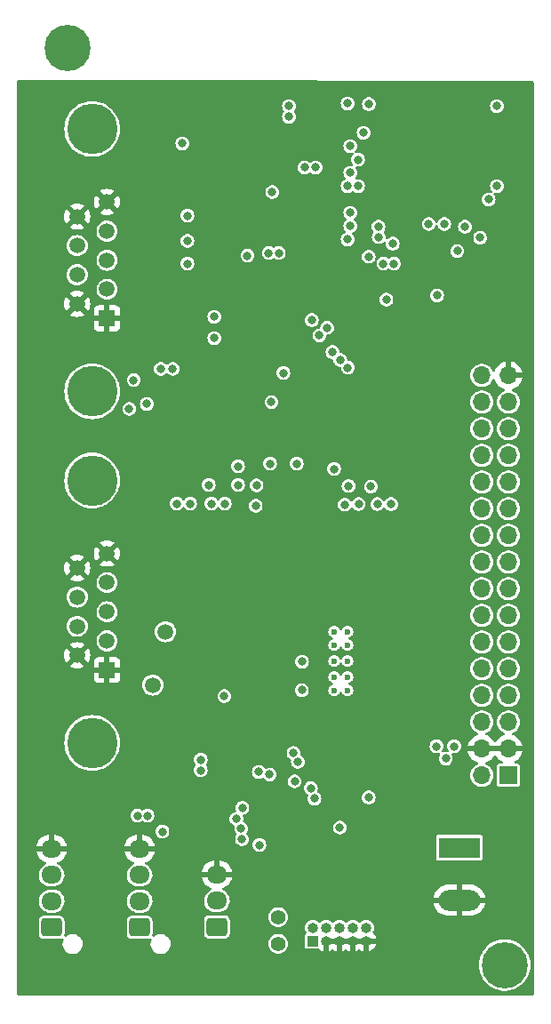
<source format=gbr>
%TF.GenerationSoftware,KiCad,Pcbnew,7.0.10-7.0.10~ubuntu23.10.1*%
%TF.CreationDate,2024-02-11T17:41:27+01:00*%
%TF.ProjectId,mainBoard,6d61696e-426f-4617-9264-2e6b69636164,rev?*%
%TF.SameCoordinates,Original*%
%TF.FileFunction,Copper,L2,Inr*%
%TF.FilePolarity,Positive*%
%FSLAX46Y46*%
G04 Gerber Fmt 4.6, Leading zero omitted, Abs format (unit mm)*
G04 Created by KiCad (PCBNEW 7.0.10-7.0.10~ubuntu23.10.1) date 2024-02-11 17:41:27*
%MOMM*%
%LPD*%
G01*
G04 APERTURE LIST*
G04 Aperture macros list*
%AMRoundRect*
0 Rectangle with rounded corners*
0 $1 Rounding radius*
0 $2 $3 $4 $5 $6 $7 $8 $9 X,Y pos of 4 corners*
0 Add a 4 corners polygon primitive as box body*
4,1,4,$2,$3,$4,$5,$6,$7,$8,$9,$2,$3,0*
0 Add four circle primitives for the rounded corners*
1,1,$1+$1,$2,$3*
1,1,$1+$1,$4,$5*
1,1,$1+$1,$6,$7*
1,1,$1+$1,$8,$9*
0 Add four rect primitives between the rounded corners*
20,1,$1+$1,$2,$3,$4,$5,0*
20,1,$1+$1,$4,$5,$6,$7,0*
20,1,$1+$1,$6,$7,$8,$9,0*
20,1,$1+$1,$8,$9,$2,$3,0*%
G04 Aperture macros list end*
%TA.AperFunction,ComponentPad*%
%ADD10R,1.700000X1.700000*%
%TD*%
%TA.AperFunction,ComponentPad*%
%ADD11O,1.700000X1.700000*%
%TD*%
%TA.AperFunction,ComponentPad*%
%ADD12RoundRect,0.250000X0.725000X-0.600000X0.725000X0.600000X-0.725000X0.600000X-0.725000X-0.600000X0*%
%TD*%
%TA.AperFunction,ComponentPad*%
%ADD13O,1.950000X1.700000*%
%TD*%
%TA.AperFunction,ComponentPad*%
%ADD14C,1.400000*%
%TD*%
%TA.AperFunction,ComponentPad*%
%ADD15R,1.500000X1.500000*%
%TD*%
%TA.AperFunction,ComponentPad*%
%ADD16C,1.500000*%
%TD*%
%TA.AperFunction,ComponentPad*%
%ADD17C,4.800000*%
%TD*%
%TA.AperFunction,ComponentPad*%
%ADD18C,1.515000*%
%TD*%
%TA.AperFunction,ComponentPad*%
%ADD19C,4.400000*%
%TD*%
%TA.AperFunction,ComponentPad*%
%ADD20R,3.960000X1.980000*%
%TD*%
%TA.AperFunction,ComponentPad*%
%ADD21O,3.960000X1.980000*%
%TD*%
%TA.AperFunction,ComponentPad*%
%ADD22R,1.000000X1.000000*%
%TD*%
%TA.AperFunction,ComponentPad*%
%ADD23O,1.000000X1.000000*%
%TD*%
%TA.AperFunction,ViaPad*%
%ADD24C,0.800000*%
%TD*%
%TA.AperFunction,ViaPad*%
%ADD25C,0.600000*%
%TD*%
G04 APERTURE END LIST*
D10*
%TO.N,/ESP32 Module/3V3*%
%TO.C,J8*%
X166983200Y-119863347D03*
D11*
X164443200Y-119863347D03*
%TO.N,GND*%
X166983200Y-117323347D03*
X164443200Y-117323347D03*
%TO.N,/Connectors/EN*%
X166983200Y-114783347D03*
%TO.N,/Connectors/IO0*%
X164443200Y-114783347D03*
%TO.N,/Connectors/MTDI*%
X166983200Y-112243347D03*
%TO.N,/Connectors/UART0_TX*%
X164443200Y-112243347D03*
%TO.N,/Connectors/MTCK*%
X166983200Y-109703347D03*
%TO.N,/Connectors/IO2*%
X164443200Y-109703347D03*
%TO.N,/Connectors/MTMS*%
X166983200Y-107163347D03*
%TO.N,/Connectors/UART0_RX*%
X164443200Y-107163347D03*
%TO.N,/Connectors/MTDO*%
X166983200Y-104623347D03*
%TO.N,/Connectors/IO4*%
X164443200Y-104623347D03*
%TO.N,/Connectors/IO32*%
X166983200Y-102083347D03*
%TO.N,/Connectors/IO5*%
X164443200Y-102083347D03*
%TO.N,/Connectors/IO33*%
X166983200Y-99543347D03*
%TO.N,/Connectors/IO16*%
X164443200Y-99543347D03*
%TO.N,/Connectors/IO34*%
X166983200Y-97003347D03*
%TO.N,/Connectors/LED_STRIP*%
X164443200Y-97003347D03*
%TO.N,/Connectors/IO35*%
X166983200Y-94463347D03*
%TO.N,/Connectors/SCLK*%
X164443200Y-94463347D03*
%TO.N,/Connectors/IO36*%
X166983200Y-91923347D03*
%TO.N,/Connectors/MISO*%
X164443200Y-91923347D03*
%TO.N,/Connectors/IO39*%
X166983200Y-89383347D03*
%TO.N,/Connectors/SDA*%
X164443200Y-89383347D03*
%TO.N,/Connectors/CAN_RX*%
X166983200Y-86843347D03*
%TO.N,/Connectors/SCL*%
X164443200Y-86843347D03*
%TO.N,/Connectors/CAN_TX*%
X166983200Y-84303347D03*
%TO.N,/Connectors/MOSI*%
X164443200Y-84303347D03*
%TO.N,GND*%
X166983200Y-81763347D03*
%TO.N,/Connectors/CAN_STBY*%
X164443200Y-81763347D03*
%TD*%
D12*
%TO.N,/Connectors/5.2V*%
%TO.C,J4*%
X139199200Y-134291347D03*
D13*
%TO.N,Net-(J1-Pin_2)*%
X139199200Y-131791347D03*
%TO.N,GND*%
X139199200Y-129291347D03*
%TD*%
D14*
%TO.N,/ESP32 Module/3V3*%
%TO.C,JP1*%
X145034000Y-133370000D03*
%TO.N,Net-(J3-Pin_1)*%
X145034000Y-135910000D03*
%TD*%
D15*
%TO.N,GND*%
%TO.C,J2*%
X128732200Y-109819347D03*
D16*
%TO.N,Net-(F5-Pad2)*%
X128732200Y-107047347D03*
%TO.N,Net-(IC1-CANH)*%
X128732200Y-104274347D03*
%TO.N,Net-(IC1-CANL)*%
X128732200Y-101502347D03*
%TO.N,GND*%
X128732200Y-98729347D03*
X125892200Y-108433347D03*
%TO.N,Net-(F5-Pad2)*%
X125892200Y-105660347D03*
%TO.N,Net-(F6-Pad2)*%
X125892200Y-102888347D03*
%TO.N,GND*%
X125892200Y-100115347D03*
D17*
%TO.N,unconnected-(J4-PadMH1)*%
X127312200Y-116769347D03*
%TO.N,unconnected-(J4-PadMH2)*%
X127312200Y-91779347D03*
%TD*%
D12*
%TO.N,/ESP32 Module/3V3*%
%TO.C,J5*%
X131833200Y-134341347D03*
D13*
%TO.N,/Connectors/SDA*%
X131833200Y-131841347D03*
%TO.N,/Connectors/SCL*%
X131833200Y-129341347D03*
%TO.N,GND*%
X131833200Y-126841347D03*
%TD*%
D15*
%TO.N,GND*%
%TO.C,J1*%
X128732200Y-76337347D03*
D16*
%TO.N,Net-(F5-Pad2)*%
X128732200Y-73565347D03*
%TO.N,Net-(IC1-CANH)*%
X128732200Y-70792347D03*
%TO.N,Net-(IC1-CANL)*%
X128732200Y-68020347D03*
%TO.N,GND*%
X128732200Y-65247347D03*
X125892200Y-74951347D03*
%TO.N,Net-(F5-Pad2)*%
X125892200Y-72178347D03*
%TO.N,Net-(F6-Pad2)*%
X125892200Y-69406347D03*
%TO.N,GND*%
X125892200Y-66633347D03*
D17*
%TO.N,unconnected-(J2-PadMH1)*%
X127312200Y-83287347D03*
%TO.N,unconnected-(J2-PadMH2)*%
X127312200Y-58297347D03*
%TD*%
D18*
%TO.N,/Connectors/24V*%
%TO.C,F2*%
X133096000Y-111252000D03*
%TO.N,Net-(F5-Pad2)*%
X134296000Y-106172000D03*
%TD*%
D19*
%TO.N,N/C*%
%TO.C,REF\u002A\u002A*%
X166624000Y-137922000D03*
%TD*%
D13*
%TO.N,GND*%
%TO.C,J3*%
X123451200Y-126841347D03*
%TO.N,/Connectors/SCL*%
X123451200Y-129341347D03*
%TO.N,/Connectors/SDA*%
X123451200Y-131841347D03*
D12*
%TO.N,/ESP32 Module/3V3*%
X123451200Y-134341347D03*
%TD*%
D20*
%TO.N,/Connectors/24V*%
%TO.C,J7*%
X162306000Y-126746000D03*
D21*
%TO.N,GND*%
X162306000Y-131746000D03*
%TD*%
D19*
%TO.N,N/C*%
%TO.C,REF\u002A\u002A*%
X124968000Y-50546000D03*
%TD*%
D22*
%TO.N,Net-(J3-Pin_1)*%
%TO.C,J6*%
X148336000Y-135636000D03*
D23*
%TO.N,/Connectors/MTMS*%
X148336000Y-134366000D03*
%TO.N,GND*%
X149606000Y-135636000D03*
%TO.N,/Connectors/MTCK*%
X149606000Y-134366000D03*
%TO.N,GND*%
X150876000Y-135636000D03*
%TO.N,/Connectors/MTDO*%
X150876000Y-134366000D03*
%TO.N,GND*%
X152146000Y-135636000D03*
%TO.N,/Connectors/MTDI*%
X152146000Y-134366000D03*
%TO.N,GND*%
X153416000Y-135636000D03*
%TO.N,unconnected-(J3-Pin_10-Pad10)*%
X153416000Y-134366000D03*
%TD*%
D24*
%TO.N,GND*%
X152285997Y-99872800D03*
X140462000Y-100076000D03*
D25*
X144983200Y-124714000D03*
D24*
X157226000Y-134112000D03*
X155767997Y-99872800D03*
X154749875Y-62558016D03*
X122682000Y-113030000D03*
X165869200Y-54839347D03*
X150723600Y-115214400D03*
X132588000Y-89916000D03*
X168148000Y-134112000D03*
X139961200Y-72619347D03*
X135261997Y-100076000D03*
D25*
X145491200Y-122834400D03*
D24*
X158902400Y-109154003D03*
X152224729Y-72565271D03*
X153236000Y-99872800D03*
X122174000Y-56642000D03*
X142113000Y-139446000D03*
X133299200Y-97790000D03*
X156876750Y-139446000D03*
X143205200Y-116636800D03*
X137160000Y-100076000D03*
X146057200Y-58395347D03*
X147034250Y-139446000D03*
X154889200Y-135585200D03*
X160027200Y-62607446D03*
D25*
X144424400Y-123799600D03*
D24*
X122174000Y-61722000D03*
X131826000Y-118364000D03*
X163322000Y-55372000D03*
X158877152Y-64984987D03*
D25*
X144932400Y-121818400D03*
D24*
X152623606Y-115214400D03*
X140503149Y-84686781D03*
X156040953Y-64984987D03*
X151899200Y-54839347D03*
X122428000Y-139446000D03*
X154749875Y-61139916D03*
X158902400Y-111287603D03*
X164592000Y-122682000D03*
X151955500Y-139446000D03*
X156972000Y-55372000D03*
X127349250Y-139446000D03*
X161798000Y-139446000D03*
X156718000Y-99872800D03*
X148590000Y-81280000D03*
X138684000Y-109728000D03*
X142392400Y-112420400D03*
X147726400Y-132994400D03*
X160027200Y-61189347D03*
X154749875Y-63976115D03*
X138480800Y-100126800D03*
X138684000Y-108458000D03*
X133865200Y-87097347D03*
X151892000Y-87884000D03*
X158799399Y-59707721D03*
X138684000Y-107188000D03*
X137929200Y-63983347D03*
X145803200Y-60427347D03*
X127508000Y-122682000D03*
X160274000Y-55372000D03*
X158902400Y-106237997D03*
X160027200Y-64025546D03*
X142113000Y-73660000D03*
X151673603Y-115214400D03*
X121666000Y-122174000D03*
X158902400Y-112237606D03*
X139446000Y-105918000D03*
X158902400Y-107188000D03*
X147624800Y-116179600D03*
X140462000Y-105918000D03*
X146685000Y-86106000D03*
X157381299Y-59707721D03*
X134119200Y-57125347D03*
D25*
X145491200Y-123799600D03*
D24*
X154787600Y-99872800D03*
X127508000Y-121666000D03*
D25*
X144424400Y-122834400D03*
D24*
X130817200Y-62205347D03*
X131826000Y-119380000D03*
X158902400Y-110337600D03*
X137191750Y-139446000D03*
X155963200Y-59707721D03*
X158902400Y-108204000D03*
X139547600Y-100076000D03*
X146057200Y-54839347D03*
X157459052Y-64984987D03*
X151335994Y-99872800D03*
X142392400Y-114335603D03*
X132270500Y-139446000D03*
X153416000Y-83058000D03*
X136209997Y-100076000D03*
X142392400Y-113385600D03*
X135382000Y-122174000D03*
X146057200Y-67793347D03*
X139199200Y-57125347D03*
X158902400Y-113187609D03*
%TO.N,/Connectors/SDA*%
X154618377Y-68596823D03*
X150952200Y-80289400D03*
%TO.N,/Connectors/SCL*%
X150220000Y-79552800D03*
X154598200Y-67597059D03*
%TO.N,/Connectors/EN*%
X147549200Y-61951347D03*
%TO.N,/Connectors/IO36*%
X153173853Y-58654000D03*
%TO.N,/Connectors/IO39*%
X151899200Y-59919347D03*
%TO.N,/Connectors/IO34*%
X152652006Y-61217153D03*
%TO.N,/Connectors/IO35*%
X151899200Y-62459347D03*
%TO.N,/Connectors/IO32*%
X151645200Y-63729347D03*
%TO.N,/Connectors/IO33*%
X152645203Y-63729347D03*
%TO.N,/Connectors/CAN_STBY*%
X151899200Y-66269347D03*
X148246000Y-76503347D03*
%TO.N,/Connectors/CAN_RX*%
X148958625Y-77953347D03*
X151899200Y-67539347D03*
%TO.N,/Connectors/CAN_TX*%
X151649853Y-68814000D03*
X149696000Y-77228347D03*
%TO.N,/Connectors/MTMS*%
X160118200Y-117094000D03*
X153670000Y-70459600D03*
%TO.N,/Connectors/MTDI*%
X155067000Y-71120000D03*
X161003100Y-118269900D03*
%TO.N,/Connectors/MTCK*%
X161802653Y-117089347D03*
X155343200Y-74549000D03*
%TO.N,/Connectors/MTDO*%
X156068200Y-71120000D03*
%TO.N,/Connectors/IO2*%
X160184000Y-74143347D03*
%TO.N,/Connectors/IO0*%
X151645200Y-55855347D03*
X135897200Y-59665347D03*
%TO.N,/Connectors/IO4*%
X162105200Y-69920347D03*
%TO.N,/Connectors/IO16*%
X148597200Y-61951347D03*
X164280200Y-68655151D03*
X153677200Y-55929347D03*
%TO.N,/Connectors/LED_STRIP*%
X151677200Y-81026000D03*
X155956000Y-69220000D03*
X134010400Y-125222000D03*
%TO.N,/Connectors/IO5*%
X162830200Y-67606074D03*
%TO.N,/Connectors/SCLK*%
X165097959Y-65008673D03*
%TO.N,/Connectors/MISO*%
X165869200Y-63729347D03*
D25*
%TO.N,/Connectors/24V*%
X151638000Y-106172000D03*
X150368000Y-108966000D03*
X151638000Y-107442000D03*
X151638000Y-111760000D03*
D24*
X141057182Y-123997055D03*
D25*
X150368000Y-107442000D03*
X150368000Y-106172000D03*
X151638000Y-108966000D03*
D24*
X146911538Y-118578456D03*
D25*
X151638000Y-110490000D03*
D24*
X146497953Y-117723207D03*
D25*
X150368000Y-111760000D03*
X150368000Y-110490000D03*
D24*
%TO.N,/Connectors/MOSI*%
X165869200Y-56109347D03*
%TO.N,/Connectors/5.2V*%
X144145000Y-70104000D03*
X141224000Y-92202000D03*
X142976600Y-92227400D03*
X150368000Y-90678000D03*
X145095003Y-70104000D03*
X139954000Y-93980000D03*
X136652000Y-93980000D03*
X144399000Y-84303347D03*
X138684000Y-93980000D03*
X138945200Y-78207347D03*
X153873200Y-92354400D03*
X155793200Y-94030800D03*
X154482800Y-94030800D03*
X135382000Y-93980000D03*
X153656449Y-121969731D03*
X138945200Y-76175347D03*
X152704800Y-94030800D03*
X146812000Y-90170000D03*
X151739600Y-92303600D03*
X137668000Y-118364000D03*
X141591118Y-125933719D03*
X138430000Y-92202000D03*
X141224000Y-90424000D03*
X145542000Y-81534000D03*
X151384000Y-94081600D03*
X144272000Y-90170000D03*
X137668000Y-119380000D03*
%TO.N,/Power Suply/VDDA*%
X150919167Y-124834794D03*
X148500000Y-122080000D03*
X141630400Y-122949800D03*
%TO.N,Net-(U6B-VCC)*%
X143256000Y-126492000D03*
X148157840Y-121084361D03*
%TO.N,Net-(IC1-CANL)*%
X131275079Y-82211921D03*
X130853200Y-84963000D03*
%TO.N,Net-(IC1-CANH)*%
X132518253Y-84480400D03*
%TO.N,/Power Suply/ISNS+*%
X141515381Y-124935316D03*
X142900400Y-94183200D03*
%TO.N,/Connectors/UART0_TX*%
X159385000Y-67342000D03*
%TO.N,/Connectors/UART0_RX*%
X160868476Y-67341218D03*
%TO.N,Net-(U6B-SW)*%
X143191649Y-119531331D03*
X147320000Y-109042200D03*
%TO.N,Net-(U6A-HO)*%
X147294600Y-111749926D03*
X144219648Y-119785331D03*
%TO.N,Net-(U6A-LO)*%
X139903200Y-112318800D03*
X146608800Y-120432212D03*
%TO.N,/ESP32 Module/3V3*%
X131637997Y-123698000D03*
X136398000Y-66548000D03*
X142113000Y-70358000D03*
X135001000Y-81153000D03*
X136398000Y-68961000D03*
X136398000Y-71120000D03*
X133858000Y-81153000D03*
X146057200Y-57125347D03*
X146057200Y-56109347D03*
X144474127Y-64296419D03*
X132588000Y-123698000D03*
%TD*%
%TA.AperFunction,Conductor*%
%TO.N,GND*%
G36*
X166523707Y-117113503D02*
G01*
X166483200Y-117251458D01*
X166483200Y-117395236D01*
X166523707Y-117533191D01*
X166549514Y-117573347D01*
X164876886Y-117573347D01*
X164902693Y-117533191D01*
X164943200Y-117395236D01*
X164943200Y-117251458D01*
X164902693Y-117113503D01*
X164876886Y-117073347D01*
X166549514Y-117073347D01*
X166523707Y-117113503D01*
G37*
%TD.AperFunction*%
%TA.AperFunction,Conductor*%
G36*
X148731858Y-53630412D02*
G01*
X148752517Y-53647057D01*
X148758852Y-53653392D01*
X148758854Y-53653393D01*
X148758858Y-53653397D01*
X148871896Y-53710993D01*
X148871897Y-53710993D01*
X148871899Y-53710994D01*
X148997197Y-53730839D01*
X148997200Y-53730839D01*
X149019079Y-53727373D01*
X149038475Y-53725847D01*
X169262700Y-53725847D01*
X169329739Y-53745532D01*
X169375494Y-53798336D01*
X169386700Y-53849847D01*
X169386700Y-140699500D01*
X169367015Y-140766539D01*
X169314211Y-140812294D01*
X169262700Y-140823500D01*
X120311700Y-140823500D01*
X120244661Y-140803815D01*
X120198906Y-140751011D01*
X120187700Y-140699500D01*
X120187700Y-137922005D01*
X164168655Y-137922005D01*
X164188014Y-138229725D01*
X164188015Y-138229732D01*
X164245795Y-138532623D01*
X164341078Y-138825874D01*
X164341080Y-138825879D01*
X164472362Y-139104867D01*
X164472366Y-139104873D01*
X164637577Y-139365206D01*
X164637579Y-139365209D01*
X164637584Y-139365216D01*
X164834131Y-139602799D01*
X164834132Y-139602800D01*
X165058902Y-139813874D01*
X165058912Y-139813882D01*
X165308348Y-139995108D01*
X165308353Y-139995110D01*
X165308360Y-139995116D01*
X165578565Y-140143663D01*
X165578570Y-140143665D01*
X165578572Y-140143666D01*
X165578573Y-140143667D01*
X165865253Y-140257171D01*
X165865256Y-140257172D01*
X166163910Y-140333853D01*
X166163914Y-140333854D01*
X166228091Y-140341961D01*
X166469816Y-140372499D01*
X166469825Y-140372499D01*
X166469828Y-140372500D01*
X166469830Y-140372500D01*
X166778170Y-140372500D01*
X166778172Y-140372500D01*
X166778175Y-140372499D01*
X166778183Y-140372499D01*
X166960722Y-140349438D01*
X167084086Y-140333854D01*
X167382743Y-140257172D01*
X167382746Y-140257171D01*
X167669426Y-140143667D01*
X167669427Y-140143666D01*
X167669425Y-140143666D01*
X167669435Y-140143663D01*
X167939640Y-139995116D01*
X168189096Y-139813876D01*
X168413869Y-139602799D01*
X168610416Y-139365216D01*
X168775635Y-139104871D01*
X168906922Y-138825873D01*
X169002206Y-138532619D01*
X169059984Y-138229736D01*
X169079345Y-137922000D01*
X169059984Y-137614264D01*
X169002206Y-137311381D01*
X168906922Y-137018127D01*
X168840603Y-136877192D01*
X168775637Y-136739132D01*
X168775633Y-136739126D01*
X168753428Y-136704137D01*
X168687080Y-136599588D01*
X168610422Y-136478793D01*
X168610420Y-136478791D01*
X168610416Y-136478784D01*
X168413869Y-136241201D01*
X168349575Y-136180825D01*
X168189097Y-136030125D01*
X168189087Y-136030117D01*
X167939651Y-135848891D01*
X167939644Y-135848886D01*
X167939640Y-135848884D01*
X167669435Y-135700337D01*
X167669432Y-135700335D01*
X167669427Y-135700333D01*
X167669426Y-135700332D01*
X167382746Y-135586828D01*
X167382743Y-135586827D01*
X167084089Y-135510146D01*
X167084076Y-135510144D01*
X166778183Y-135471500D01*
X166778172Y-135471500D01*
X166469828Y-135471500D01*
X166469816Y-135471500D01*
X166163923Y-135510144D01*
X166163910Y-135510146D01*
X165865256Y-135586827D01*
X165865253Y-135586828D01*
X165578573Y-135700332D01*
X165578572Y-135700333D01*
X165308360Y-135848884D01*
X165308348Y-135848891D01*
X165058912Y-136030117D01*
X165058902Y-136030125D01*
X164834132Y-136241199D01*
X164771755Y-136316600D01*
X164643618Y-136471491D01*
X164637577Y-136478793D01*
X164472366Y-136739126D01*
X164472362Y-136739132D01*
X164341080Y-137018120D01*
X164341078Y-137018125D01*
X164245795Y-137311376D01*
X164188015Y-137614267D01*
X164188014Y-137614274D01*
X164168655Y-137921994D01*
X164168655Y-137922005D01*
X120187700Y-137922005D01*
X120187700Y-134989217D01*
X122225700Y-134989217D01*
X122225701Y-134989223D01*
X122232108Y-135048830D01*
X122282402Y-135183675D01*
X122282406Y-135183682D01*
X122368652Y-135298891D01*
X122368655Y-135298894D01*
X122483864Y-135385140D01*
X122483871Y-135385144D01*
X122618717Y-135435438D01*
X122618716Y-135435438D01*
X122623702Y-135435974D01*
X122678327Y-135441847D01*
X124224072Y-135441846D01*
X124283683Y-135435438D01*
X124426841Y-135382044D01*
X124427924Y-135384949D01*
X124481169Y-135373363D01*
X124546635Y-135397776D01*
X124588510Y-135453707D01*
X124593499Y-135523398D01*
X124583659Y-135551657D01*
X124555268Y-135609534D01*
X124506816Y-135796664D01*
X124506815Y-135796670D01*
X124497024Y-135989737D01*
X124526295Y-136180813D01*
X124526298Y-136180825D01*
X124593434Y-136362095D01*
X124593438Y-136362104D01*
X124695688Y-136526150D01*
X124695689Y-136526151D01*
X124695691Y-136526154D01*
X124828877Y-136666266D01*
X124987542Y-136776700D01*
X125165188Y-136852934D01*
X125354544Y-136891847D01*
X125499407Y-136891847D01*
X125643522Y-136877192D01*
X125827959Y-136819324D01*
X125827960Y-136819323D01*
X125827968Y-136819321D01*
X125996991Y-136725506D01*
X126143668Y-136599587D01*
X126261996Y-136446720D01*
X126347130Y-136273163D01*
X126395585Y-136086021D01*
X126405376Y-135892957D01*
X126376103Y-135701873D01*
X126308964Y-135520594D01*
X126255886Y-135435438D01*
X126206711Y-135356543D01*
X126206710Y-135356542D01*
X126206709Y-135356540D01*
X126073523Y-135216428D01*
X126026476Y-135183682D01*
X125914857Y-135105993D01*
X125737212Y-135029760D01*
X125547856Y-134990847D01*
X125402994Y-134990847D01*
X125402993Y-134990847D01*
X125258877Y-135005501D01*
X125074440Y-135063369D01*
X125074425Y-135063376D01*
X124905411Y-135157186D01*
X124905407Y-135157189D01*
X124865210Y-135191697D01*
X124801521Y-135220428D01*
X124732410Y-135210165D01*
X124679817Y-135164167D01*
X124660442Y-135097038D01*
X124668261Y-135054272D01*
X124670291Y-135048829D01*
X124674949Y-135005502D01*
X124676700Y-134989220D01*
X124676700Y-134989217D01*
X130607700Y-134989217D01*
X130607701Y-134989223D01*
X130614108Y-135048830D01*
X130664402Y-135183675D01*
X130664406Y-135183682D01*
X130750652Y-135298891D01*
X130750655Y-135298894D01*
X130865864Y-135385140D01*
X130865871Y-135385144D01*
X131000717Y-135435438D01*
X131000716Y-135435438D01*
X131005702Y-135435974D01*
X131060327Y-135441847D01*
X132606072Y-135441846D01*
X132665683Y-135435438D01*
X132808841Y-135382044D01*
X132809924Y-135384949D01*
X132863169Y-135373363D01*
X132928635Y-135397776D01*
X132970510Y-135453707D01*
X132975499Y-135523398D01*
X132965659Y-135551657D01*
X132937268Y-135609534D01*
X132888816Y-135796664D01*
X132888815Y-135796670D01*
X132879024Y-135989737D01*
X132908295Y-136180813D01*
X132908298Y-136180825D01*
X132975434Y-136362095D01*
X132975438Y-136362104D01*
X133077688Y-136526150D01*
X133077689Y-136526151D01*
X133077691Y-136526154D01*
X133210877Y-136666266D01*
X133369542Y-136776700D01*
X133547188Y-136852934D01*
X133736544Y-136891847D01*
X133881407Y-136891847D01*
X134025522Y-136877192D01*
X134209959Y-136819324D01*
X134209960Y-136819323D01*
X134209968Y-136819321D01*
X134378991Y-136725506D01*
X134525668Y-136599587D01*
X134643996Y-136446720D01*
X134729130Y-136273163D01*
X134777585Y-136086021D01*
X134786512Y-135910000D01*
X144078901Y-135910000D01*
X144097252Y-136096331D01*
X144097253Y-136096333D01*
X144151604Y-136275502D01*
X144239862Y-136440623D01*
X144239864Y-136440626D01*
X144358642Y-136585357D01*
X144503373Y-136704135D01*
X144503376Y-136704137D01*
X144668497Y-136792395D01*
X144668499Y-136792396D01*
X144847666Y-136846746D01*
X144847668Y-136846747D01*
X144864374Y-136848392D01*
X145034000Y-136865099D01*
X145220331Y-136846747D01*
X145399501Y-136792396D01*
X145564625Y-136704136D01*
X145709357Y-136585357D01*
X145828136Y-136440625D01*
X145916396Y-136275501D01*
X145970747Y-136096331D01*
X145989099Y-135910000D01*
X145970747Y-135723669D01*
X145916396Y-135544499D01*
X145897956Y-135510000D01*
X145828137Y-135379376D01*
X145828135Y-135379373D01*
X145709357Y-135234642D01*
X145564626Y-135115864D01*
X145564623Y-135115862D01*
X145399502Y-135027604D01*
X145220333Y-134973253D01*
X145220331Y-134973252D01*
X145034000Y-134954901D01*
X144847668Y-134973252D01*
X144847666Y-134973253D01*
X144668497Y-135027604D01*
X144503376Y-135115862D01*
X144503373Y-135115864D01*
X144358642Y-135234642D01*
X144239864Y-135379373D01*
X144239862Y-135379376D01*
X144151604Y-135544497D01*
X144097253Y-135723666D01*
X144097252Y-135723668D01*
X144078901Y-135910000D01*
X134786512Y-135910000D01*
X134787376Y-135892957D01*
X134758103Y-135701873D01*
X134690964Y-135520594D01*
X134637886Y-135435438D01*
X134588711Y-135356543D01*
X134588710Y-135356542D01*
X134588709Y-135356540D01*
X134455523Y-135216428D01*
X134408476Y-135183682D01*
X134296857Y-135105993D01*
X134119212Y-135029760D01*
X133929856Y-134990847D01*
X133784994Y-134990847D01*
X133784993Y-134990847D01*
X133640877Y-135005501D01*
X133456440Y-135063369D01*
X133456425Y-135063376D01*
X133287411Y-135157186D01*
X133287407Y-135157189D01*
X133247210Y-135191697D01*
X133183521Y-135220428D01*
X133114410Y-135210165D01*
X133061817Y-135164167D01*
X133042442Y-135097038D01*
X133050261Y-135054272D01*
X133052291Y-135048829D01*
X133056949Y-135005502D01*
X133058700Y-134989220D01*
X133058700Y-134939217D01*
X137973700Y-134939217D01*
X137973701Y-134939223D01*
X137980108Y-134998830D01*
X138030402Y-135133675D01*
X138030406Y-135133682D01*
X138116652Y-135248891D01*
X138116655Y-135248894D01*
X138231864Y-135335140D01*
X138231871Y-135335144D01*
X138366717Y-135385438D01*
X138366716Y-135385438D01*
X138371935Y-135385999D01*
X138426327Y-135391847D01*
X139972072Y-135391846D01*
X140031683Y-135385438D01*
X140166531Y-135335143D01*
X140281746Y-135248893D01*
X140367996Y-135133678D01*
X140418291Y-134998830D01*
X140424700Y-134939220D01*
X140424700Y-134366002D01*
X147580751Y-134366002D01*
X147599685Y-134534056D01*
X147655545Y-134693694D01*
X147655547Y-134693697D01*
X147707171Y-134775855D01*
X147726172Y-134843091D01*
X147705805Y-134909926D01*
X147671069Y-134944929D01*
X147655399Y-134955398D01*
X147600033Y-135038260D01*
X147600032Y-135038264D01*
X147585500Y-135111321D01*
X147585500Y-136160678D01*
X147600032Y-136233735D01*
X147600033Y-136233739D01*
X147600034Y-136233740D01*
X147655399Y-136316601D01*
X147723500Y-136362104D01*
X147738260Y-136371966D01*
X147738264Y-136371967D01*
X147811321Y-136386499D01*
X147811324Y-136386500D01*
X147811326Y-136386500D01*
X148860673Y-136386500D01*
X148860674Y-136386500D01*
X148870360Y-136384573D01*
X148939949Y-136390796D01*
X148973221Y-136410336D01*
X149047739Y-136471491D01*
X149221465Y-136564349D01*
X149356000Y-136605159D01*
X149356000Y-135843672D01*
X149393871Y-135888805D01*
X149493129Y-135946112D01*
X149577564Y-135961000D01*
X149634436Y-135961000D01*
X149718871Y-135946112D01*
X149818129Y-135888805D01*
X149820483Y-135886000D01*
X149856000Y-135886000D01*
X149856000Y-136605159D01*
X149990534Y-136564349D01*
X150164259Y-136471492D01*
X150169320Y-136468111D01*
X150170358Y-136469665D01*
X150226639Y-136445759D01*
X150295507Y-136457547D01*
X150312459Y-136468441D01*
X150312680Y-136468111D01*
X150317740Y-136471492D01*
X150491465Y-136564349D01*
X150626000Y-136605159D01*
X150626000Y-135886000D01*
X149856000Y-135886000D01*
X149820483Y-135886000D01*
X149891801Y-135801007D01*
X149931000Y-135693306D01*
X149931000Y-135578694D01*
X149891801Y-135470993D01*
X149820483Y-135386000D01*
X150661517Y-135386000D01*
X150590199Y-135470993D01*
X150551000Y-135578694D01*
X150551000Y-135693306D01*
X150590199Y-135801007D01*
X150663871Y-135888805D01*
X150763129Y-135946112D01*
X150847564Y-135961000D01*
X150904436Y-135961000D01*
X150988871Y-135946112D01*
X151088129Y-135888805D01*
X151090483Y-135886000D01*
X151126000Y-135886000D01*
X151126000Y-136605159D01*
X151260534Y-136564349D01*
X151434259Y-136471492D01*
X151439320Y-136468111D01*
X151440358Y-136469665D01*
X151496639Y-136445759D01*
X151565507Y-136457547D01*
X151582459Y-136468441D01*
X151582680Y-136468111D01*
X151587740Y-136471492D01*
X151761465Y-136564349D01*
X151896000Y-136605159D01*
X151896000Y-135886000D01*
X151126000Y-135886000D01*
X151090483Y-135886000D01*
X151161801Y-135801007D01*
X151201000Y-135693306D01*
X151201000Y-135578694D01*
X151161801Y-135470993D01*
X151090483Y-135386000D01*
X151931517Y-135386000D01*
X151860199Y-135470993D01*
X151821000Y-135578694D01*
X151821000Y-135693306D01*
X151860199Y-135801007D01*
X151933871Y-135888805D01*
X152033129Y-135946112D01*
X152117564Y-135961000D01*
X152174436Y-135961000D01*
X152258871Y-135946112D01*
X152358129Y-135888805D01*
X152360483Y-135886000D01*
X152396000Y-135886000D01*
X152396000Y-136605159D01*
X152530534Y-136564349D01*
X152704259Y-136471492D01*
X152709320Y-136468111D01*
X152710358Y-136469665D01*
X152766639Y-136445759D01*
X152835507Y-136457547D01*
X152852459Y-136468441D01*
X152852680Y-136468111D01*
X152857740Y-136471492D01*
X153031465Y-136564349D01*
X153166000Y-136605159D01*
X153166000Y-135886000D01*
X152396000Y-135886000D01*
X152360483Y-135886000D01*
X152431801Y-135801007D01*
X152471000Y-135693306D01*
X152471000Y-135578694D01*
X152431801Y-135470993D01*
X152360483Y-135386000D01*
X153201517Y-135386000D01*
X153130199Y-135470993D01*
X153091000Y-135578694D01*
X153091000Y-135693306D01*
X153130199Y-135801007D01*
X153203871Y-135888805D01*
X153303129Y-135946112D01*
X153387564Y-135961000D01*
X153444436Y-135961000D01*
X153528871Y-135946112D01*
X153628129Y-135888805D01*
X153630483Y-135886000D01*
X153666000Y-135886000D01*
X153666000Y-136605159D01*
X153800534Y-136564349D01*
X153974260Y-136471491D01*
X154126528Y-136346528D01*
X154251492Y-136194260D01*
X154251496Y-136194253D01*
X154344347Y-136020541D01*
X154385160Y-135886000D01*
X153666000Y-135886000D01*
X153630483Y-135886000D01*
X153701801Y-135801007D01*
X153741000Y-135693306D01*
X153741000Y-135578694D01*
X153701801Y-135470993D01*
X153630483Y-135386000D01*
X154385160Y-135386000D01*
X154385160Y-135385999D01*
X154344347Y-135251458D01*
X154251496Y-135077746D01*
X154251492Y-135077739D01*
X154126528Y-134925471D01*
X154095056Y-134899643D01*
X154055722Y-134841897D01*
X154053851Y-134772053D01*
X154068725Y-134737822D01*
X154096456Y-134693690D01*
X154152313Y-134534059D01*
X154171249Y-134366000D01*
X154171249Y-134365997D01*
X154152314Y-134197943D01*
X154096454Y-134038305D01*
X154096452Y-134038302D01*
X154006481Y-133895115D01*
X154006476Y-133895109D01*
X153886890Y-133775523D01*
X153886884Y-133775518D01*
X153743697Y-133685547D01*
X153743694Y-133685545D01*
X153584056Y-133629685D01*
X153416003Y-133610751D01*
X153415997Y-133610751D01*
X153247943Y-133629685D01*
X153088305Y-133685545D01*
X153088302Y-133685547D01*
X152945115Y-133775518D01*
X152945109Y-133775523D01*
X152868681Y-133851952D01*
X152807358Y-133885437D01*
X152737666Y-133880453D01*
X152693319Y-133851952D01*
X152616890Y-133775523D01*
X152616884Y-133775518D01*
X152473697Y-133685547D01*
X152473694Y-133685545D01*
X152314056Y-133629685D01*
X152146003Y-133610751D01*
X152145997Y-133610751D01*
X151977943Y-133629685D01*
X151818305Y-133685545D01*
X151818302Y-133685547D01*
X151675115Y-133775518D01*
X151675109Y-133775523D01*
X151598681Y-133851952D01*
X151537358Y-133885437D01*
X151467666Y-133880453D01*
X151423319Y-133851952D01*
X151346890Y-133775523D01*
X151346884Y-133775518D01*
X151203697Y-133685547D01*
X151203694Y-133685545D01*
X151044056Y-133629685D01*
X150876003Y-133610751D01*
X150875997Y-133610751D01*
X150707943Y-133629685D01*
X150548305Y-133685545D01*
X150548302Y-133685547D01*
X150405115Y-133775518D01*
X150405109Y-133775523D01*
X150328681Y-133851952D01*
X150267358Y-133885437D01*
X150197666Y-133880453D01*
X150153319Y-133851952D01*
X150076890Y-133775523D01*
X150076884Y-133775518D01*
X149933697Y-133685547D01*
X149933694Y-133685545D01*
X149774056Y-133629685D01*
X149606003Y-133610751D01*
X149605997Y-133610751D01*
X149437943Y-133629685D01*
X149278305Y-133685545D01*
X149278302Y-133685547D01*
X149135115Y-133775518D01*
X149135109Y-133775523D01*
X149058681Y-133851952D01*
X148997358Y-133885437D01*
X148927666Y-133880453D01*
X148883319Y-133851952D01*
X148806890Y-133775523D01*
X148806884Y-133775518D01*
X148663697Y-133685547D01*
X148663694Y-133685545D01*
X148504056Y-133629685D01*
X148336003Y-133610751D01*
X148335997Y-133610751D01*
X148167943Y-133629685D01*
X148008305Y-133685545D01*
X148008302Y-133685547D01*
X147865115Y-133775518D01*
X147865109Y-133775523D01*
X147745523Y-133895109D01*
X147745518Y-133895115D01*
X147655547Y-134038302D01*
X147655545Y-134038305D01*
X147599685Y-134197943D01*
X147580751Y-134365997D01*
X147580751Y-134366002D01*
X140424700Y-134366002D01*
X140424699Y-133643475D01*
X140418291Y-133583864D01*
X140367996Y-133449016D01*
X140367995Y-133449015D01*
X140367993Y-133449011D01*
X140308845Y-133370000D01*
X144078901Y-133370000D01*
X144097252Y-133556331D01*
X144097253Y-133556333D01*
X144151604Y-133735502D01*
X144239862Y-133900623D01*
X144239864Y-133900626D01*
X144358642Y-134045357D01*
X144503373Y-134164135D01*
X144503376Y-134164137D01*
X144668497Y-134252395D01*
X144668499Y-134252396D01*
X144847666Y-134306746D01*
X144847668Y-134306747D01*
X144864374Y-134308392D01*
X145034000Y-134325099D01*
X145220331Y-134306747D01*
X145399501Y-134252396D01*
X145564625Y-134164136D01*
X145709357Y-134045357D01*
X145828136Y-133900625D01*
X145916396Y-133735501D01*
X145970747Y-133556331D01*
X145989099Y-133370000D01*
X145970747Y-133183669D01*
X145916396Y-133004499D01*
X145882908Y-132941847D01*
X145828137Y-132839376D01*
X145828135Y-132839373D01*
X145709357Y-132694642D01*
X145564626Y-132575864D01*
X145564623Y-132575862D01*
X145399502Y-132487604D01*
X145220333Y-132433253D01*
X145220331Y-132433252D01*
X145034000Y-132414901D01*
X144847668Y-132433252D01*
X144847666Y-132433253D01*
X144668497Y-132487604D01*
X144503376Y-132575862D01*
X144503373Y-132575864D01*
X144358642Y-132694642D01*
X144239864Y-132839373D01*
X144239862Y-132839376D01*
X144151604Y-133004497D01*
X144097253Y-133183666D01*
X144097252Y-133183668D01*
X144078901Y-133370000D01*
X140308845Y-133370000D01*
X140281747Y-133333802D01*
X140281744Y-133333799D01*
X140166535Y-133247553D01*
X140166528Y-133247549D01*
X140031682Y-133197255D01*
X140031683Y-133197255D01*
X139972083Y-133190848D01*
X139972081Y-133190847D01*
X139972073Y-133190847D01*
X139972064Y-133190847D01*
X138426329Y-133190847D01*
X138426323Y-133190848D01*
X138366716Y-133197255D01*
X138231871Y-133247549D01*
X138231864Y-133247553D01*
X138116655Y-133333799D01*
X138116652Y-133333802D01*
X138030406Y-133449011D01*
X138030402Y-133449018D01*
X137980108Y-133583864D01*
X137975182Y-133629687D01*
X137973701Y-133643470D01*
X137973700Y-133643482D01*
X137973700Y-134939217D01*
X133058700Y-134939217D01*
X133058699Y-133693475D01*
X133052291Y-133633864D01*
X133050732Y-133629685D01*
X133001997Y-133499018D01*
X133001993Y-133499011D01*
X132915747Y-133383802D01*
X132915744Y-133383799D01*
X132800535Y-133297553D01*
X132800528Y-133297549D01*
X132665682Y-133247255D01*
X132665683Y-133247255D01*
X132606083Y-133240848D01*
X132606081Y-133240847D01*
X132606073Y-133240847D01*
X132606064Y-133240847D01*
X131060329Y-133240847D01*
X131060323Y-133240848D01*
X131000716Y-133247255D01*
X130865871Y-133297549D01*
X130865864Y-133297553D01*
X130750655Y-133383799D01*
X130750652Y-133383802D01*
X130664406Y-133499011D01*
X130664402Y-133499018D01*
X130614108Y-133633864D01*
X130608552Y-133685545D01*
X130607701Y-133693470D01*
X130607700Y-133693482D01*
X130607700Y-134989217D01*
X124676700Y-134989217D01*
X124676699Y-133693475D01*
X124670291Y-133633864D01*
X124668732Y-133629685D01*
X124619997Y-133499018D01*
X124619993Y-133499011D01*
X124533747Y-133383802D01*
X124533744Y-133383799D01*
X124418535Y-133297553D01*
X124418528Y-133297549D01*
X124283682Y-133247255D01*
X124283683Y-133247255D01*
X124224083Y-133240848D01*
X124224081Y-133240847D01*
X124224073Y-133240847D01*
X124224064Y-133240847D01*
X122678329Y-133240847D01*
X122678323Y-133240848D01*
X122618716Y-133247255D01*
X122483871Y-133297549D01*
X122483864Y-133297553D01*
X122368655Y-133383799D01*
X122368652Y-133383802D01*
X122282406Y-133499011D01*
X122282402Y-133499018D01*
X122232108Y-133633864D01*
X122226552Y-133685545D01*
X122225701Y-133693470D01*
X122225700Y-133693482D01*
X122225700Y-134989217D01*
X120187700Y-134989217D01*
X120187700Y-131788748D01*
X122221946Y-131788748D01*
X122231945Y-131998674D01*
X122281496Y-132202925D01*
X122281498Y-132202929D01*
X122368798Y-132394090D01*
X122368801Y-132394095D01*
X122368802Y-132394097D01*
X122368804Y-132394100D01*
X122489610Y-132563748D01*
X122490715Y-132565300D01*
X122490720Y-132565306D01*
X122642820Y-132710332D01*
X122737778Y-132771358D01*
X122819628Y-132823960D01*
X123014743Y-132902072D01*
X123117929Y-132921959D01*
X123221114Y-132941847D01*
X123221115Y-132941847D01*
X123628619Y-132941847D01*
X123628625Y-132941847D01*
X123785418Y-132926875D01*
X123987075Y-132867663D01*
X124173882Y-132771358D01*
X124339086Y-132641439D01*
X124476719Y-132482603D01*
X124581804Y-132300591D01*
X124650544Y-132101980D01*
X124680454Y-131893949D01*
X124675443Y-131788748D01*
X130603946Y-131788748D01*
X130613945Y-131998674D01*
X130663496Y-132202925D01*
X130663498Y-132202929D01*
X130750798Y-132394090D01*
X130750801Y-132394095D01*
X130750802Y-132394097D01*
X130750804Y-132394100D01*
X130871610Y-132563748D01*
X130872715Y-132565300D01*
X130872720Y-132565306D01*
X131024820Y-132710332D01*
X131119778Y-132771358D01*
X131201628Y-132823960D01*
X131396743Y-132902072D01*
X131499929Y-132921959D01*
X131603114Y-132941847D01*
X131603115Y-132941847D01*
X132010619Y-132941847D01*
X132010625Y-132941847D01*
X132167418Y-132926875D01*
X132369075Y-132867663D01*
X132555882Y-132771358D01*
X132721086Y-132641439D01*
X132858719Y-132482603D01*
X132963804Y-132300591D01*
X133032544Y-132101980D01*
X133062454Y-131893949D01*
X133052454Y-131684017D01*
X133002904Y-131479771D01*
X132980070Y-131429771D01*
X132915601Y-131288603D01*
X132915598Y-131288598D01*
X132915597Y-131288597D01*
X132915596Y-131288594D01*
X132793686Y-131117395D01*
X132793684Y-131117393D01*
X132793679Y-131117387D01*
X132641579Y-130972361D01*
X132464774Y-130858735D01*
X132269655Y-130780621D01*
X132063286Y-130740847D01*
X132063285Y-130740847D01*
X131655775Y-130740847D01*
X131498982Y-130755819D01*
X131498978Y-130755820D01*
X131297327Y-130815030D01*
X131110513Y-130911338D01*
X130945316Y-131041252D01*
X130945312Y-131041256D01*
X130807678Y-131200093D01*
X130702598Y-131382097D01*
X130633856Y-131580712D01*
X130633856Y-131580714D01*
X130611135Y-131738748D01*
X130603946Y-131788748D01*
X124675443Y-131788748D01*
X124670454Y-131684017D01*
X124620904Y-131479771D01*
X124598070Y-131429771D01*
X124533601Y-131288603D01*
X124533598Y-131288598D01*
X124533597Y-131288597D01*
X124533596Y-131288594D01*
X124411686Y-131117395D01*
X124411684Y-131117393D01*
X124411679Y-131117387D01*
X124259579Y-130972361D01*
X124082774Y-130858735D01*
X123887655Y-130780621D01*
X123681286Y-130740847D01*
X123681285Y-130740847D01*
X123273775Y-130740847D01*
X123116982Y-130755819D01*
X123116978Y-130755820D01*
X122915327Y-130815030D01*
X122728513Y-130911338D01*
X122563316Y-131041252D01*
X122563312Y-131041256D01*
X122425678Y-131200093D01*
X122320598Y-131382097D01*
X122251856Y-131580712D01*
X122251856Y-131580714D01*
X122229135Y-131738748D01*
X122221946Y-131788748D01*
X120187700Y-131788748D01*
X120187700Y-127091347D01*
X121995564Y-127091347D01*
X122052767Y-127304833D01*
X122052770Y-127304839D01*
X122152599Y-127518924D01*
X122152600Y-127518926D01*
X122288086Y-127712420D01*
X122288091Y-127712426D01*
X122455120Y-127879455D01*
X122455126Y-127879460D01*
X122648620Y-128014946D01*
X122648622Y-128014947D01*
X122865260Y-128115967D01*
X122917699Y-128162139D01*
X122936851Y-128229333D01*
X122916635Y-128296214D01*
X122869675Y-128338565D01*
X122728513Y-128411338D01*
X122563316Y-128541252D01*
X122563312Y-128541256D01*
X122425678Y-128700093D01*
X122320598Y-128882097D01*
X122251856Y-129080712D01*
X122251856Y-129080714D01*
X122237004Y-129184017D01*
X122221946Y-129288748D01*
X122231945Y-129498674D01*
X122281496Y-129702925D01*
X122281498Y-129702929D01*
X122368798Y-129894090D01*
X122368801Y-129894095D01*
X122368802Y-129894097D01*
X122368804Y-129894100D01*
X122431827Y-129982603D01*
X122490715Y-130065300D01*
X122490720Y-130065306D01*
X122642820Y-130210332D01*
X122737778Y-130271358D01*
X122819628Y-130323960D01*
X123014743Y-130402072D01*
X123117929Y-130421959D01*
X123221114Y-130441847D01*
X123221115Y-130441847D01*
X123628619Y-130441847D01*
X123628625Y-130441847D01*
X123785418Y-130426875D01*
X123987075Y-130367663D01*
X124173882Y-130271358D01*
X124339086Y-130141439D01*
X124476719Y-129982603D01*
X124484616Y-129968926D01*
X124581801Y-129800596D01*
X124581800Y-129800596D01*
X124581804Y-129800591D01*
X124650544Y-129601980D01*
X124680454Y-129393949D01*
X124670454Y-129184017D01*
X124620904Y-128979771D01*
X124578830Y-128887642D01*
X124533601Y-128788603D01*
X124533598Y-128788598D01*
X124533597Y-128788597D01*
X124533596Y-128788594D01*
X124411686Y-128617395D01*
X124411684Y-128617393D01*
X124411679Y-128617387D01*
X124259579Y-128472361D01*
X124082771Y-128358733D01*
X124044001Y-128343212D01*
X123989080Y-128300021D01*
X123966228Y-128233994D01*
X123982701Y-128166094D01*
X124033269Y-128117879D01*
X124037684Y-128115713D01*
X124253773Y-128014949D01*
X124253779Y-128014946D01*
X124447273Y-127879460D01*
X124447279Y-127879455D01*
X124614305Y-127712429D01*
X124749800Y-127518925D01*
X124849629Y-127304839D01*
X124849632Y-127304833D01*
X124906836Y-127091347D01*
X130377564Y-127091347D01*
X130434767Y-127304833D01*
X130434770Y-127304839D01*
X130534599Y-127518924D01*
X130534600Y-127518926D01*
X130670086Y-127712420D01*
X130670091Y-127712426D01*
X130837120Y-127879455D01*
X130837126Y-127879460D01*
X131030620Y-128014946D01*
X131030622Y-128014947D01*
X131247260Y-128115967D01*
X131299699Y-128162139D01*
X131318851Y-128229333D01*
X131298635Y-128296214D01*
X131251675Y-128338565D01*
X131110513Y-128411338D01*
X130945316Y-128541252D01*
X130945312Y-128541256D01*
X130807678Y-128700093D01*
X130702598Y-128882097D01*
X130633856Y-129080712D01*
X130633856Y-129080714D01*
X130619004Y-129184017D01*
X130603946Y-129288748D01*
X130613945Y-129498674D01*
X130663496Y-129702925D01*
X130663498Y-129702929D01*
X130750798Y-129894090D01*
X130750801Y-129894095D01*
X130750802Y-129894097D01*
X130750804Y-129894100D01*
X130813827Y-129982603D01*
X130872715Y-130065300D01*
X130872720Y-130065306D01*
X131024820Y-130210332D01*
X131119778Y-130271358D01*
X131201628Y-130323960D01*
X131396743Y-130402072D01*
X131499929Y-130421959D01*
X131603114Y-130441847D01*
X131603115Y-130441847D01*
X132010619Y-130441847D01*
X132010625Y-130441847D01*
X132167418Y-130426875D01*
X132369075Y-130367663D01*
X132555882Y-130271358D01*
X132721086Y-130141439D01*
X132858719Y-129982603D01*
X132866616Y-129968926D01*
X132963801Y-129800596D01*
X132963800Y-129800596D01*
X132963804Y-129800591D01*
X133032544Y-129601980D01*
X133041262Y-129541347D01*
X137743564Y-129541347D01*
X137800767Y-129754833D01*
X137800770Y-129754839D01*
X137900599Y-129968924D01*
X137900600Y-129968926D01*
X138036086Y-130162420D01*
X138036091Y-130162426D01*
X138203120Y-130329455D01*
X138203126Y-130329460D01*
X138396620Y-130464946D01*
X138396622Y-130464947D01*
X138613260Y-130565967D01*
X138665699Y-130612139D01*
X138684851Y-130679333D01*
X138664635Y-130746214D01*
X138617675Y-130788565D01*
X138476513Y-130861338D01*
X138311316Y-130991252D01*
X138311312Y-130991256D01*
X138173678Y-131150093D01*
X138068598Y-131332097D01*
X137999856Y-131530712D01*
X137999856Y-131530714D01*
X137977815Y-131684019D01*
X137969946Y-131738748D01*
X137979945Y-131948674D01*
X138029496Y-132152925D01*
X138029498Y-132152929D01*
X138116798Y-132344090D01*
X138116801Y-132344095D01*
X138116802Y-132344097D01*
X138116804Y-132344100D01*
X138218993Y-132487604D01*
X138238715Y-132515300D01*
X138238720Y-132515306D01*
X138390820Y-132660332D01*
X138485778Y-132721358D01*
X138567628Y-132773960D01*
X138762743Y-132852072D01*
X138843637Y-132867663D01*
X138969114Y-132891847D01*
X138969115Y-132891847D01*
X139376619Y-132891847D01*
X139376625Y-132891847D01*
X139533418Y-132876875D01*
X139735075Y-132817663D01*
X139921882Y-132721358D01*
X140087086Y-132591439D01*
X140224719Y-132432603D01*
X140234940Y-132414901D01*
X140329801Y-132250596D01*
X140329800Y-132250596D01*
X140329804Y-132250591D01*
X140398544Y-132051980D01*
X140428454Y-131843949D01*
X140418454Y-131634017D01*
X140384971Y-131495999D01*
X159847114Y-131495999D01*
X159847116Y-131496000D01*
X161691832Y-131496000D01*
X161684357Y-131510242D01*
X161646000Y-131665862D01*
X161646000Y-131826138D01*
X161684357Y-131981758D01*
X161691832Y-131996000D01*
X159847115Y-131996000D01*
X159866643Y-132113029D01*
X159946818Y-132346570D01*
X159946821Y-132346578D01*
X160064348Y-132563748D01*
X160064352Y-132563754D01*
X160216008Y-132758601D01*
X160216011Y-132758605D01*
X160397688Y-132925851D01*
X160604408Y-133060907D01*
X160830539Y-133160098D01*
X161069909Y-133220715D01*
X161069908Y-133220715D01*
X161254376Y-133236000D01*
X162056000Y-133236000D01*
X162056000Y-132357057D01*
X162146892Y-132391528D01*
X162266081Y-132406000D01*
X162345919Y-132406000D01*
X162465108Y-132391528D01*
X162556000Y-132357057D01*
X162556000Y-133236000D01*
X163357624Y-133236000D01*
X163542090Y-133220715D01*
X163781460Y-133160098D01*
X164007591Y-133060907D01*
X164214311Y-132925851D01*
X164395988Y-132758605D01*
X164395991Y-132758601D01*
X164547647Y-132563754D01*
X164547651Y-132563748D01*
X164665178Y-132346578D01*
X164665181Y-132346570D01*
X164745356Y-132113029D01*
X164764885Y-131996000D01*
X162920168Y-131996000D01*
X162927643Y-131981758D01*
X162966000Y-131826138D01*
X162966000Y-131665862D01*
X162927643Y-131510242D01*
X162920168Y-131496000D01*
X164764884Y-131496000D01*
X164764885Y-131495999D01*
X164745356Y-131378970D01*
X164665181Y-131145429D01*
X164665178Y-131145421D01*
X164547651Y-130928251D01*
X164547647Y-130928245D01*
X164395991Y-130733398D01*
X164395988Y-130733394D01*
X164214311Y-130566148D01*
X164007591Y-130431092D01*
X163781460Y-130331901D01*
X163542090Y-130271284D01*
X163542091Y-130271284D01*
X163357624Y-130256000D01*
X162556000Y-130256000D01*
X162556000Y-131134942D01*
X162465108Y-131100472D01*
X162345919Y-131086000D01*
X162266081Y-131086000D01*
X162146892Y-131100472D01*
X162056000Y-131134942D01*
X162056000Y-130256000D01*
X161254376Y-130256000D01*
X161069909Y-130271284D01*
X160830539Y-130331901D01*
X160604408Y-130431092D01*
X160397688Y-130566148D01*
X160216011Y-130733394D01*
X160216008Y-130733398D01*
X160064352Y-130928245D01*
X160064348Y-130928251D01*
X159946821Y-131145421D01*
X159946818Y-131145429D01*
X159866643Y-131378970D01*
X159847114Y-131495999D01*
X140384971Y-131495999D01*
X140368904Y-131429771D01*
X140340842Y-131368324D01*
X140281601Y-131238603D01*
X140281598Y-131238598D01*
X140281597Y-131238597D01*
X140281596Y-131238594D01*
X140159686Y-131067395D01*
X140159684Y-131067393D01*
X140159679Y-131067387D01*
X140007579Y-130922361D01*
X139830771Y-130808733D01*
X139792001Y-130793212D01*
X139737080Y-130750021D01*
X139714228Y-130683994D01*
X139730701Y-130616094D01*
X139781269Y-130567879D01*
X139785684Y-130565713D01*
X140001773Y-130464949D01*
X140001779Y-130464946D01*
X140195273Y-130329460D01*
X140195279Y-130329455D01*
X140362305Y-130162429D01*
X140497800Y-129968925D01*
X140597629Y-129754839D01*
X140597632Y-129754833D01*
X140654836Y-129541347D01*
X139603169Y-129541347D01*
X139635719Y-129490698D01*
X139674200Y-129359642D01*
X139674200Y-129223052D01*
X139635719Y-129091996D01*
X139603169Y-129041347D01*
X140654836Y-129041347D01*
X140654835Y-129041346D01*
X140597632Y-128827860D01*
X140597629Y-128827854D01*
X140497800Y-128613769D01*
X140497799Y-128613767D01*
X140362313Y-128420273D01*
X140362308Y-128420267D01*
X140195279Y-128253238D01*
X140195273Y-128253233D01*
X140001779Y-128117747D01*
X140001777Y-128117746D01*
X139787692Y-128017917D01*
X139787683Y-128017913D01*
X139559526Y-127956779D01*
X139559516Y-127956777D01*
X139449200Y-127947125D01*
X139449200Y-128883328D01*
X139334399Y-128830901D01*
X139233175Y-128816347D01*
X139165225Y-128816347D01*
X139064001Y-128830901D01*
X138949200Y-128883328D01*
X138949200Y-127947125D01*
X138838883Y-127956777D01*
X138838873Y-127956779D01*
X138610716Y-128017913D01*
X138610707Y-128017917D01*
X138396622Y-128117746D01*
X138396620Y-128117747D01*
X138203126Y-128253233D01*
X138203120Y-128253238D01*
X138036094Y-128420264D01*
X137900599Y-128613768D01*
X137800770Y-128827854D01*
X137800767Y-128827860D01*
X137743564Y-129041346D01*
X137743564Y-129041347D01*
X138795231Y-129041347D01*
X138762681Y-129091996D01*
X138724200Y-129223052D01*
X138724200Y-129359642D01*
X138762681Y-129490698D01*
X138795231Y-129541347D01*
X137743564Y-129541347D01*
X133041262Y-129541347D01*
X133062454Y-129393949D01*
X133052454Y-129184017D01*
X133002904Y-128979771D01*
X132960830Y-128887642D01*
X132915601Y-128788603D01*
X132915598Y-128788598D01*
X132915597Y-128788597D01*
X132915596Y-128788594D01*
X132793686Y-128617395D01*
X132793684Y-128617393D01*
X132793679Y-128617387D01*
X132641579Y-128472361D01*
X132464771Y-128358733D01*
X132426001Y-128343212D01*
X132371080Y-128300021D01*
X132348228Y-128233994D01*
X132364701Y-128166094D01*
X132415269Y-128117879D01*
X132419684Y-128115713D01*
X132635773Y-128014949D01*
X132635779Y-128014946D01*
X132829273Y-127879460D01*
X132829279Y-127879455D01*
X132948056Y-127760678D01*
X160075500Y-127760678D01*
X160090032Y-127833735D01*
X160090033Y-127833739D01*
X160090034Y-127833740D01*
X160145399Y-127916601D01*
X160205528Y-127956777D01*
X160228260Y-127971966D01*
X160228264Y-127971967D01*
X160301321Y-127986499D01*
X160301324Y-127986500D01*
X160301326Y-127986500D01*
X164310676Y-127986500D01*
X164310677Y-127986499D01*
X164383740Y-127971966D01*
X164466601Y-127916601D01*
X164521966Y-127833740D01*
X164536500Y-127760674D01*
X164536500Y-125731326D01*
X164536500Y-125731323D01*
X164536499Y-125731321D01*
X164521967Y-125658264D01*
X164521966Y-125658260D01*
X164502546Y-125629196D01*
X164466601Y-125575399D01*
X164383740Y-125520034D01*
X164383739Y-125520033D01*
X164383735Y-125520032D01*
X164310677Y-125505500D01*
X164310674Y-125505500D01*
X160301326Y-125505500D01*
X160301323Y-125505500D01*
X160228264Y-125520032D01*
X160228260Y-125520033D01*
X160145399Y-125575399D01*
X160090033Y-125658260D01*
X160090032Y-125658264D01*
X160075500Y-125731321D01*
X160075500Y-127760678D01*
X132948056Y-127760678D01*
X132996305Y-127712429D01*
X133131800Y-127518925D01*
X133231629Y-127304839D01*
X133231632Y-127304833D01*
X133288836Y-127091347D01*
X132237169Y-127091347D01*
X132269719Y-127040698D01*
X132308200Y-126909642D01*
X132308200Y-126773052D01*
X132269719Y-126641996D01*
X132237169Y-126591347D01*
X133288836Y-126591347D01*
X133288835Y-126591346D01*
X133231632Y-126377860D01*
X133231629Y-126377854D01*
X133131800Y-126163769D01*
X133131799Y-126163767D01*
X132996313Y-125970273D01*
X132996308Y-125970267D01*
X132829279Y-125803238D01*
X132829273Y-125803233D01*
X132635779Y-125667747D01*
X132635777Y-125667746D01*
X132421692Y-125567917D01*
X132421683Y-125567913D01*
X132193526Y-125506779D01*
X132193516Y-125506777D01*
X132083200Y-125497125D01*
X132083200Y-126433328D01*
X131968399Y-126380901D01*
X131867175Y-126366347D01*
X131799225Y-126366347D01*
X131698001Y-126380901D01*
X131583200Y-126433328D01*
X131583200Y-125497125D01*
X131472883Y-125506777D01*
X131472873Y-125506779D01*
X131244716Y-125567913D01*
X131244707Y-125567917D01*
X131030622Y-125667746D01*
X131030620Y-125667747D01*
X130837126Y-125803233D01*
X130837120Y-125803238D01*
X130670094Y-125970264D01*
X130534599Y-126163768D01*
X130434770Y-126377854D01*
X130434767Y-126377860D01*
X130377564Y-126591346D01*
X130377564Y-126591347D01*
X131429231Y-126591347D01*
X131396681Y-126641996D01*
X131358200Y-126773052D01*
X131358200Y-126909642D01*
X131396681Y-127040698D01*
X131429231Y-127091347D01*
X130377564Y-127091347D01*
X124906836Y-127091347D01*
X123855169Y-127091347D01*
X123887719Y-127040698D01*
X123926200Y-126909642D01*
X123926200Y-126773052D01*
X123887719Y-126641996D01*
X123855169Y-126591347D01*
X124906836Y-126591347D01*
X124906835Y-126591346D01*
X124849632Y-126377860D01*
X124849629Y-126377854D01*
X124749800Y-126163769D01*
X124749799Y-126163767D01*
X124614313Y-125970273D01*
X124614308Y-125970267D01*
X124447279Y-125803238D01*
X124447273Y-125803233D01*
X124253779Y-125667747D01*
X124253777Y-125667746D01*
X124039692Y-125567917D01*
X124039683Y-125567913D01*
X123811526Y-125506779D01*
X123811516Y-125506777D01*
X123701200Y-125497125D01*
X123701200Y-126433328D01*
X123586399Y-126380901D01*
X123485175Y-126366347D01*
X123417225Y-126366347D01*
X123316001Y-126380901D01*
X123201200Y-126433328D01*
X123201200Y-125497125D01*
X123090883Y-125506777D01*
X123090873Y-125506779D01*
X122862716Y-125567913D01*
X122862707Y-125567917D01*
X122648622Y-125667746D01*
X122648620Y-125667747D01*
X122455126Y-125803233D01*
X122455120Y-125803238D01*
X122288094Y-125970264D01*
X122152599Y-126163768D01*
X122052770Y-126377854D01*
X122052767Y-126377860D01*
X121995564Y-126591346D01*
X121995564Y-126591347D01*
X123047231Y-126591347D01*
X123014681Y-126641996D01*
X122976200Y-126773052D01*
X122976200Y-126909642D01*
X123014681Y-127040698D01*
X123047231Y-127091347D01*
X121995564Y-127091347D01*
X120187700Y-127091347D01*
X120187700Y-125222000D01*
X133355122Y-125222000D01*
X133374162Y-125378818D01*
X133422207Y-125505500D01*
X133430180Y-125526523D01*
X133519917Y-125656530D01*
X133638160Y-125761283D01*
X133638162Y-125761284D01*
X133778034Y-125834696D01*
X133931414Y-125872500D01*
X133931415Y-125872500D01*
X134089385Y-125872500D01*
X134242765Y-125834696D01*
X134302712Y-125803233D01*
X134382640Y-125761283D01*
X134500883Y-125656530D01*
X134590620Y-125526523D01*
X134646637Y-125378818D01*
X134665678Y-125222000D01*
X134646637Y-125065182D01*
X134590620Y-124917477D01*
X134500883Y-124787470D01*
X134382640Y-124682717D01*
X134382638Y-124682716D01*
X134382637Y-124682715D01*
X134242765Y-124609303D01*
X134089386Y-124571500D01*
X134089385Y-124571500D01*
X133931415Y-124571500D01*
X133931414Y-124571500D01*
X133778034Y-124609303D01*
X133638162Y-124682715D01*
X133638160Y-124682717D01*
X133530045Y-124778498D01*
X133519916Y-124787471D01*
X133430181Y-124917475D01*
X133430180Y-124917476D01*
X133374162Y-125065181D01*
X133355122Y-125221999D01*
X133355122Y-125222000D01*
X120187700Y-125222000D01*
X120187700Y-123698000D01*
X130982719Y-123698000D01*
X131001759Y-123854818D01*
X131055703Y-123997054D01*
X131057777Y-124002523D01*
X131147514Y-124132530D01*
X131265757Y-124237283D01*
X131265759Y-124237284D01*
X131405631Y-124310696D01*
X131559011Y-124348500D01*
X131559012Y-124348500D01*
X131716982Y-124348500D01*
X131870362Y-124310696D01*
X132010230Y-124237287D01*
X132010231Y-124237285D01*
X132010237Y-124237283D01*
X132030772Y-124219090D01*
X132094001Y-124189370D01*
X132163265Y-124198552D01*
X132195225Y-124219091D01*
X132215759Y-124237282D01*
X132215761Y-124237284D01*
X132355634Y-124310696D01*
X132509014Y-124348500D01*
X132509015Y-124348500D01*
X132666985Y-124348500D01*
X132820365Y-124310696D01*
X132837738Y-124301578D01*
X132960240Y-124237283D01*
X133078483Y-124132530D01*
X133168220Y-124002523D01*
X133170294Y-123997055D01*
X140401904Y-123997055D01*
X140420944Y-124153873D01*
X140466235Y-124273293D01*
X140476962Y-124301578D01*
X140566699Y-124431585D01*
X140684942Y-124536338D01*
X140824817Y-124609751D01*
X140824822Y-124609752D01*
X140826228Y-124610490D01*
X140876440Y-124659075D01*
X140892415Y-124727094D01*
X140884545Y-124764255D01*
X140879145Y-124778493D01*
X140879143Y-124778501D01*
X140860103Y-124935315D01*
X140860103Y-124935316D01*
X140879143Y-125092134D01*
X140935161Y-125239839D01*
X140935162Y-125239840D01*
X141024898Y-125369847D01*
X141045068Y-125387715D01*
X141082195Y-125446904D01*
X141081429Y-125516769D01*
X141064892Y-125550970D01*
X141010901Y-125629189D01*
X141010898Y-125629195D01*
X140954880Y-125776900D01*
X140935840Y-125933718D01*
X140935840Y-125933719D01*
X140954880Y-126090537D01*
X140991645Y-126187476D01*
X141010898Y-126238242D01*
X141100635Y-126368249D01*
X141218878Y-126473002D01*
X141218880Y-126473003D01*
X141358752Y-126546415D01*
X141512132Y-126584219D01*
X141512133Y-126584219D01*
X141670103Y-126584219D01*
X141823483Y-126546415D01*
X141860305Y-126527089D01*
X141927161Y-126492000D01*
X142600722Y-126492000D01*
X142619762Y-126648818D01*
X142675780Y-126796523D01*
X142765517Y-126926530D01*
X142883760Y-127031283D01*
X142883762Y-127031284D01*
X143023634Y-127104696D01*
X143177014Y-127142500D01*
X143177015Y-127142500D01*
X143334985Y-127142500D01*
X143488365Y-127104696D01*
X143513799Y-127091347D01*
X143628240Y-127031283D01*
X143746483Y-126926530D01*
X143836220Y-126796523D01*
X143892237Y-126648818D01*
X143911278Y-126492000D01*
X143892237Y-126335182D01*
X143836220Y-126187477D01*
X143746483Y-126057470D01*
X143628240Y-125952717D01*
X143628238Y-125952716D01*
X143628237Y-125952715D01*
X143488365Y-125879303D01*
X143334986Y-125841500D01*
X143334985Y-125841500D01*
X143177015Y-125841500D01*
X143177014Y-125841500D01*
X143023634Y-125879303D01*
X142883762Y-125952715D01*
X142765516Y-126057471D01*
X142675781Y-126187475D01*
X142675780Y-126187476D01*
X142619762Y-126335181D01*
X142600722Y-126491999D01*
X142600722Y-126492000D01*
X141927161Y-126492000D01*
X141963358Y-126473002D01*
X142081601Y-126368249D01*
X142171338Y-126238242D01*
X142227355Y-126090537D01*
X142246396Y-125933719D01*
X142227355Y-125776901D01*
X142221432Y-125761284D01*
X142181704Y-125656530D01*
X142171338Y-125629196D01*
X142081601Y-125499189D01*
X142081600Y-125499187D01*
X142061430Y-125481319D01*
X142024303Y-125422130D01*
X142025069Y-125352264D01*
X142041605Y-125318065D01*
X142095601Y-125239839D01*
X142151618Y-125092134D01*
X142170659Y-124935316D01*
X142158454Y-124834794D01*
X150263889Y-124834794D01*
X150282929Y-124991612D01*
X150310831Y-125065182D01*
X150338947Y-125139317D01*
X150428684Y-125269324D01*
X150546927Y-125374077D01*
X150546929Y-125374078D01*
X150686801Y-125447490D01*
X150840181Y-125485294D01*
X150840182Y-125485294D01*
X150998152Y-125485294D01*
X151151532Y-125447490D01*
X151152649Y-125446904D01*
X151291407Y-125374077D01*
X151409650Y-125269324D01*
X151499387Y-125139317D01*
X151555404Y-124991612D01*
X151574445Y-124834794D01*
X151567610Y-124778498D01*
X151555404Y-124677975D01*
X151515023Y-124571500D01*
X151499387Y-124530271D01*
X151409650Y-124400264D01*
X151291407Y-124295511D01*
X151291405Y-124295510D01*
X151291404Y-124295509D01*
X151151532Y-124222097D01*
X150998153Y-124184294D01*
X150998152Y-124184294D01*
X150840182Y-124184294D01*
X150840181Y-124184294D01*
X150686801Y-124222097D01*
X150546929Y-124295509D01*
X150428683Y-124400265D01*
X150338948Y-124530269D01*
X150338947Y-124530270D01*
X150282929Y-124677975D01*
X150263889Y-124834793D01*
X150263889Y-124834794D01*
X142158454Y-124834794D01*
X142158454Y-124834793D01*
X142151618Y-124778497D01*
X142113495Y-124677976D01*
X142095601Y-124630793D01*
X142005864Y-124500786D01*
X141887621Y-124396033D01*
X141880346Y-124392215D01*
X141746334Y-124321878D01*
X141696122Y-124273293D01*
X141680148Y-124205274D01*
X141688020Y-124168108D01*
X141693419Y-124153873D01*
X141712460Y-123997055D01*
X141693419Y-123840237D01*
X141661198Y-123755279D01*
X141655832Y-123685619D01*
X141688979Y-123624112D01*
X141747464Y-123590914D01*
X141862765Y-123562496D01*
X142002640Y-123489083D01*
X142120883Y-123384330D01*
X142210620Y-123254323D01*
X142266637Y-123106618D01*
X142285678Y-122949800D01*
X142266637Y-122792982D01*
X142210620Y-122645277D01*
X142120883Y-122515270D01*
X142002640Y-122410517D01*
X142002638Y-122410516D01*
X142002637Y-122410515D01*
X141862765Y-122337103D01*
X141709386Y-122299300D01*
X141709385Y-122299300D01*
X141551415Y-122299300D01*
X141551414Y-122299300D01*
X141398034Y-122337103D01*
X141258162Y-122410515D01*
X141139916Y-122515271D01*
X141050181Y-122645275D01*
X141050180Y-122645276D01*
X140994162Y-122792981D01*
X140975122Y-122949799D01*
X140975122Y-122949800D01*
X140994163Y-123106618D01*
X141026382Y-123191573D01*
X141031749Y-123261236D01*
X140998602Y-123322742D01*
X140940115Y-123355941D01*
X140824815Y-123384359D01*
X140684944Y-123457770D01*
X140566698Y-123562526D01*
X140476963Y-123692530D01*
X140476962Y-123692531D01*
X140420944Y-123840236D01*
X140401904Y-123997054D01*
X140401904Y-123997055D01*
X133170294Y-123997055D01*
X133224237Y-123854818D01*
X133243278Y-123698000D01*
X133234307Y-123624112D01*
X133224237Y-123541181D01*
X133192603Y-123457770D01*
X133168220Y-123393477D01*
X133078483Y-123263470D01*
X132960240Y-123158717D01*
X132960238Y-123158716D01*
X132960237Y-123158715D01*
X132820365Y-123085303D01*
X132666986Y-123047500D01*
X132666985Y-123047500D01*
X132509015Y-123047500D01*
X132509014Y-123047500D01*
X132355634Y-123085303D01*
X132215764Y-123158714D01*
X132215756Y-123158719D01*
X132195223Y-123176910D01*
X132131990Y-123206630D01*
X132062726Y-123197445D01*
X132030773Y-123176910D01*
X132016829Y-123164556D01*
X132010234Y-123158714D01*
X131870362Y-123085303D01*
X131716983Y-123047500D01*
X131716982Y-123047500D01*
X131559012Y-123047500D01*
X131559011Y-123047500D01*
X131405631Y-123085303D01*
X131265759Y-123158715D01*
X131147513Y-123263471D01*
X131057778Y-123393475D01*
X131057777Y-123393476D01*
X131001759Y-123541181D01*
X130982719Y-123697999D01*
X130982719Y-123698000D01*
X120187700Y-123698000D01*
X120187700Y-121084361D01*
X147502562Y-121084361D01*
X147521602Y-121241179D01*
X147551204Y-121319231D01*
X147577620Y-121388884D01*
X147667357Y-121518891D01*
X147785600Y-121623644D01*
X147785602Y-121623645D01*
X147848258Y-121656530D01*
X147898470Y-121705114D01*
X147914445Y-121773133D01*
X147906574Y-121810297D01*
X147863763Y-121923181D01*
X147844722Y-122079999D01*
X147844722Y-122080000D01*
X147863762Y-122236818D01*
X147887459Y-122299300D01*
X147919780Y-122384523D01*
X148009517Y-122514530D01*
X148127760Y-122619283D01*
X148127762Y-122619284D01*
X148267634Y-122692696D01*
X148421014Y-122730500D01*
X148421015Y-122730500D01*
X148578985Y-122730500D01*
X148732365Y-122692696D01*
X148872240Y-122619283D01*
X148990483Y-122514530D01*
X149080220Y-122384523D01*
X149136237Y-122236818D01*
X149155278Y-122080000D01*
X149141889Y-121969731D01*
X153001171Y-121969731D01*
X153020211Y-122126549D01*
X153062031Y-122236818D01*
X153076229Y-122274254D01*
X153165966Y-122404261D01*
X153284209Y-122509014D01*
X153284211Y-122509015D01*
X153424083Y-122582427D01*
X153577463Y-122620231D01*
X153577464Y-122620231D01*
X153735434Y-122620231D01*
X153888814Y-122582427D01*
X154028689Y-122509014D01*
X154146932Y-122404261D01*
X154236669Y-122274254D01*
X154292686Y-122126549D01*
X154311727Y-121969731D01*
X154292686Y-121812913D01*
X154278488Y-121775477D01*
X154271441Y-121756895D01*
X154236669Y-121665208D01*
X154146932Y-121535201D01*
X154028689Y-121430448D01*
X154028687Y-121430447D01*
X154028686Y-121430446D01*
X153888814Y-121357034D01*
X153735435Y-121319231D01*
X153735434Y-121319231D01*
X153577464Y-121319231D01*
X153577463Y-121319231D01*
X153424083Y-121357034D01*
X153284211Y-121430446D01*
X153165965Y-121535202D01*
X153076230Y-121665206D01*
X153076229Y-121665207D01*
X153020211Y-121812912D01*
X153001171Y-121969730D01*
X153001171Y-121969731D01*
X149141889Y-121969731D01*
X149136237Y-121923182D01*
X149080220Y-121775477D01*
X148990483Y-121645470D01*
X148872240Y-121540717D01*
X148872237Y-121540714D01*
X148809581Y-121507830D01*
X148759368Y-121459245D01*
X148743394Y-121391226D01*
X148751263Y-121354069D01*
X148794077Y-121241179D01*
X148813118Y-121084361D01*
X148796721Y-120949314D01*
X148794077Y-120927542D01*
X148771018Y-120866742D01*
X148738060Y-120779838D01*
X148648323Y-120649831D01*
X148530080Y-120545078D01*
X148530078Y-120545077D01*
X148530077Y-120545076D01*
X148390205Y-120471664D01*
X148236826Y-120433861D01*
X148236825Y-120433861D01*
X148078855Y-120433861D01*
X148078854Y-120433861D01*
X147925474Y-120471664D01*
X147785602Y-120545076D01*
X147667356Y-120649832D01*
X147577621Y-120779836D01*
X147577620Y-120779837D01*
X147521602Y-120927542D01*
X147502562Y-121084360D01*
X147502562Y-121084361D01*
X120187700Y-121084361D01*
X120187700Y-116769347D01*
X124656855Y-116769347D01*
X124676214Y-117089407D01*
X124676214Y-117089412D01*
X124676215Y-117089413D01*
X124734014Y-117404813D01*
X124734015Y-117404817D01*
X124734016Y-117404821D01*
X124829402Y-117710927D01*
X124829408Y-117710942D01*
X124829409Y-117710945D01*
X124838063Y-117730173D01*
X124961006Y-118003342D01*
X124961007Y-118003343D01*
X124961009Y-118003347D01*
X125054340Y-118157735D01*
X125126892Y-118277752D01*
X125324648Y-118530169D01*
X125551377Y-118756898D01*
X125551381Y-118756901D01*
X125803792Y-118954653D01*
X126078200Y-119120538D01*
X126078203Y-119120539D01*
X126078204Y-119120540D01*
X126131304Y-119144438D01*
X126370602Y-119252138D01*
X126370611Y-119252140D01*
X126370619Y-119252144D01*
X126610095Y-119326767D01*
X126676734Y-119347533D01*
X126992134Y-119405332D01*
X127312200Y-119424692D01*
X127632266Y-119405332D01*
X127770499Y-119380000D01*
X137012722Y-119380000D01*
X137031762Y-119536818D01*
X137066538Y-119628513D01*
X137087780Y-119684523D01*
X137177517Y-119814530D01*
X137295760Y-119919283D01*
X137295762Y-119919284D01*
X137435634Y-119992696D01*
X137589014Y-120030500D01*
X137589015Y-120030500D01*
X137746985Y-120030500D01*
X137900365Y-119992696D01*
X137951498Y-119965859D01*
X138040240Y-119919283D01*
X138158483Y-119814530D01*
X138248220Y-119684523D01*
X138304237Y-119536818D01*
X138304903Y-119531331D01*
X142536371Y-119531331D01*
X142555411Y-119688149D01*
X142592268Y-119785331D01*
X142611429Y-119835854D01*
X142701166Y-119965861D01*
X142819409Y-120070614D01*
X142819411Y-120070615D01*
X142959283Y-120144027D01*
X143112663Y-120181831D01*
X143112664Y-120181831D01*
X143270634Y-120181831D01*
X143424014Y-120144027D01*
X143512320Y-120097679D01*
X143580826Y-120083954D01*
X143645880Y-120109446D01*
X143671995Y-120137036D01*
X143729165Y-120219861D01*
X143847408Y-120324614D01*
X143847410Y-120324615D01*
X143987282Y-120398027D01*
X144140662Y-120435831D01*
X144140663Y-120435831D01*
X144298633Y-120435831D01*
X144313316Y-120432212D01*
X145953522Y-120432212D01*
X145972562Y-120589030D01*
X145995622Y-120649832D01*
X146028580Y-120736735D01*
X146118317Y-120866742D01*
X146236560Y-120971495D01*
X146236562Y-120971496D01*
X146376434Y-121044908D01*
X146529814Y-121082712D01*
X146529815Y-121082712D01*
X146687785Y-121082712D01*
X146841165Y-121044908D01*
X146981040Y-120971495D01*
X147099283Y-120866742D01*
X147189020Y-120736735D01*
X147245037Y-120589030D01*
X147264078Y-120432212D01*
X147251014Y-120324615D01*
X147245037Y-120275393D01*
X147195216Y-120144027D01*
X147189020Y-120127689D01*
X147099283Y-119997682D01*
X146981040Y-119892929D01*
X146981038Y-119892928D01*
X146981037Y-119892927D01*
X146841165Y-119819515D01*
X146687786Y-119781712D01*
X146687785Y-119781712D01*
X146529815Y-119781712D01*
X146529814Y-119781712D01*
X146376434Y-119819515D01*
X146236562Y-119892927D01*
X146118316Y-119997683D01*
X146028581Y-120127687D01*
X146028580Y-120127688D01*
X145972562Y-120275393D01*
X145953522Y-120432211D01*
X145953522Y-120432212D01*
X144313316Y-120432212D01*
X144452013Y-120398027D01*
X144591888Y-120324614D01*
X144710131Y-120219861D01*
X144799868Y-120089854D01*
X144855885Y-119942149D01*
X144874926Y-119785331D01*
X144855885Y-119628513D01*
X144799868Y-119480808D01*
X144710131Y-119350801D01*
X144591888Y-119246048D01*
X144591886Y-119246047D01*
X144591885Y-119246046D01*
X144452013Y-119172634D01*
X144298634Y-119134831D01*
X144298633Y-119134831D01*
X144140663Y-119134831D01*
X144140662Y-119134831D01*
X143987285Y-119172634D01*
X143898977Y-119218982D01*
X143830468Y-119232707D01*
X143765415Y-119207214D01*
X143739301Y-119179625D01*
X143734476Y-119172635D01*
X143682132Y-119096801D01*
X143563889Y-118992048D01*
X143563887Y-118992047D01*
X143563886Y-118992046D01*
X143424014Y-118918634D01*
X143270635Y-118880831D01*
X143270634Y-118880831D01*
X143112664Y-118880831D01*
X143112663Y-118880831D01*
X142959283Y-118918634D01*
X142819411Y-118992046D01*
X142701165Y-119096802D01*
X142611430Y-119226806D01*
X142611429Y-119226807D01*
X142555411Y-119374512D01*
X142536371Y-119531330D01*
X142536371Y-119531331D01*
X138304903Y-119531331D01*
X138323278Y-119380000D01*
X138319336Y-119347530D01*
X138304237Y-119223181D01*
X138264248Y-119117740D01*
X138248220Y-119075477D01*
X138158483Y-118945470D01*
X138158481Y-118945468D01*
X138156391Y-118942440D01*
X138134508Y-118876086D01*
X138151973Y-118808434D01*
X138156391Y-118801560D01*
X138158481Y-118798531D01*
X138158483Y-118798530D01*
X138248220Y-118668523D01*
X138304237Y-118520818D01*
X138323278Y-118364000D01*
X138319867Y-118335903D01*
X138304237Y-118207181D01*
X138280247Y-118143926D01*
X138248220Y-118059477D01*
X138158483Y-117929470D01*
X138040240Y-117824717D01*
X138040238Y-117824716D01*
X138040237Y-117824715D01*
X137900365Y-117751303D01*
X137786370Y-117723207D01*
X145842675Y-117723207D01*
X145861715Y-117880025D01*
X145908486Y-118003347D01*
X145917733Y-118027730D01*
X146007470Y-118157737D01*
X146125713Y-118262490D01*
X146139831Y-118269900D01*
X146208718Y-118306055D01*
X146258930Y-118354639D01*
X146274905Y-118422658D01*
X146274188Y-118430797D01*
X146256260Y-118578455D01*
X146256260Y-118578456D01*
X146275300Y-118735274D01*
X146303331Y-118809184D01*
X146331318Y-118882979D01*
X146421055Y-119012986D01*
X146539298Y-119117739D01*
X146539300Y-119117740D01*
X146679172Y-119191152D01*
X146832552Y-119228956D01*
X146832553Y-119228956D01*
X146990523Y-119228956D01*
X147143903Y-119191152D01*
X147283778Y-119117739D01*
X147402021Y-119012986D01*
X147491758Y-118882979D01*
X147547775Y-118735274D01*
X147566816Y-118578456D01*
X147566327Y-118574424D01*
X147547775Y-118421637D01*
X147525915Y-118363999D01*
X147491758Y-118273933D01*
X147402021Y-118143926D01*
X147306696Y-118059476D01*
X147283775Y-118039170D01*
X147200772Y-117995607D01*
X147150559Y-117947022D01*
X147134585Y-117879003D01*
X147135302Y-117870864D01*
X147140906Y-117824717D01*
X147153231Y-117723207D01*
X147152053Y-117713501D01*
X147134190Y-117566388D01*
X147110753Y-117504591D01*
X147078173Y-117418684D01*
X146988436Y-117288677D01*
X146870193Y-117183924D01*
X146870191Y-117183923D01*
X146870190Y-117183922D01*
X146730318Y-117110510D01*
X146663332Y-117094000D01*
X159462922Y-117094000D01*
X159481962Y-117250818D01*
X159496321Y-117288678D01*
X159537980Y-117398523D01*
X159627717Y-117528530D01*
X159745960Y-117633283D01*
X159745962Y-117633284D01*
X159885834Y-117706696D01*
X160039214Y-117744500D01*
X160039215Y-117744500D01*
X160197185Y-117744500D01*
X160335406Y-117710432D01*
X160405206Y-117713501D01*
X160462268Y-117753821D01*
X160488474Y-117818590D01*
X160475502Y-117887245D01*
X160467130Y-117901268D01*
X160422880Y-117965376D01*
X160366862Y-118113081D01*
X160347822Y-118269899D01*
X160347822Y-118269900D01*
X160366862Y-118426718D01*
X160422203Y-118572637D01*
X160422880Y-118574423D01*
X160512617Y-118704430D01*
X160630860Y-118809183D01*
X160630862Y-118809184D01*
X160770734Y-118882596D01*
X160924114Y-118920400D01*
X160924115Y-118920400D01*
X161082085Y-118920400D01*
X161235465Y-118882596D01*
X161251847Y-118873998D01*
X161375340Y-118809183D01*
X161493583Y-118704430D01*
X161583320Y-118574423D01*
X161639337Y-118426718D01*
X161658378Y-118269900D01*
X161657479Y-118262491D01*
X161639337Y-118113081D01*
X161597718Y-118003342D01*
X161583320Y-117965377D01*
X161552696Y-117921010D01*
X161530813Y-117854655D01*
X161548279Y-117787004D01*
X161599547Y-117739534D01*
X161668340Y-117727317D01*
X161684408Y-117730170D01*
X161723668Y-117739847D01*
X161723670Y-117739847D01*
X161881638Y-117739847D01*
X162035018Y-117702043D01*
X162120450Y-117657204D01*
X162174893Y-117628630D01*
X162237295Y-117573347D01*
X163112564Y-117573347D01*
X163169767Y-117786833D01*
X163169770Y-117786839D01*
X163269599Y-118000925D01*
X163405094Y-118194429D01*
X163572117Y-118361452D01*
X163765621Y-118496947D01*
X163979707Y-118596776D01*
X163979716Y-118596780D01*
X164018783Y-118607248D01*
X164078444Y-118643613D01*
X164108973Y-118706460D01*
X164100679Y-118775835D01*
X164056193Y-118829713D01*
X164031484Y-118842649D01*
X163950573Y-118873994D01*
X163950557Y-118874002D01*
X163777160Y-118981364D01*
X163777158Y-118981366D01*
X163626437Y-119118765D01*
X163503527Y-119281525D01*
X163412622Y-119464086D01*
X163412617Y-119464099D01*
X163356802Y-119660264D01*
X163337985Y-119863346D01*
X163337985Y-119863347D01*
X163356802Y-120066429D01*
X163412617Y-120262594D01*
X163412622Y-120262607D01*
X163503527Y-120445168D01*
X163626437Y-120607928D01*
X163777158Y-120745327D01*
X163777160Y-120745329D01*
X163876341Y-120806739D01*
X163950563Y-120852695D01*
X164140744Y-120926371D01*
X164341224Y-120963847D01*
X164341226Y-120963847D01*
X164545174Y-120963847D01*
X164545176Y-120963847D01*
X164745656Y-120926371D01*
X164935837Y-120852695D01*
X165109241Y-120745328D01*
X165259964Y-120607926D01*
X165382873Y-120445168D01*
X165473782Y-120262597D01*
X165529597Y-120066430D01*
X165548415Y-119863347D01*
X165545867Y-119835854D01*
X165529597Y-119660264D01*
X165492912Y-119531331D01*
X165473782Y-119464097D01*
X165454160Y-119424691D01*
X165415739Y-119347530D01*
X165382873Y-119281526D01*
X165305921Y-119179625D01*
X165259962Y-119118765D01*
X165109241Y-118981366D01*
X165109239Y-118981364D01*
X164935842Y-118874002D01*
X164935835Y-118873998D01*
X164854915Y-118842650D01*
X164799513Y-118800077D01*
X164775923Y-118734310D01*
X164791634Y-118666230D01*
X164841658Y-118617451D01*
X164867617Y-118607248D01*
X164906681Y-118596781D01*
X164906692Y-118596776D01*
X165120778Y-118496947D01*
X165314282Y-118361452D01*
X165481305Y-118194429D01*
X165611625Y-118008315D01*
X165666202Y-117964691D01*
X165735701Y-117957498D01*
X165798055Y-117989020D01*
X165814775Y-118008315D01*
X165945094Y-118194429D01*
X166112117Y-118361452D01*
X166305621Y-118496947D01*
X166368923Y-118526465D01*
X166421362Y-118572637D01*
X166440514Y-118639831D01*
X166420298Y-118706712D01*
X166367133Y-118752047D01*
X166316518Y-118762847D01*
X166108523Y-118762847D01*
X166035464Y-118777379D01*
X166035460Y-118777380D01*
X165952599Y-118832746D01*
X165897233Y-118915607D01*
X165897232Y-118915611D01*
X165882700Y-118988668D01*
X165882700Y-120738025D01*
X165897232Y-120811082D01*
X165897233Y-120811086D01*
X165897234Y-120811087D01*
X165952599Y-120893948D01*
X166035460Y-120949313D01*
X166035464Y-120949314D01*
X166108521Y-120963846D01*
X166108524Y-120963847D01*
X166108526Y-120963847D01*
X167857876Y-120963847D01*
X167857877Y-120963846D01*
X167930940Y-120949313D01*
X168013801Y-120893948D01*
X168069166Y-120811087D01*
X168083700Y-120738021D01*
X168083700Y-118988673D01*
X168083700Y-118988670D01*
X168083699Y-118988668D01*
X168069167Y-118915611D01*
X168069166Y-118915607D01*
X168013801Y-118832746D01*
X167930940Y-118777381D01*
X167930939Y-118777380D01*
X167930935Y-118777379D01*
X167857877Y-118762847D01*
X167857874Y-118762847D01*
X167649882Y-118762847D01*
X167582843Y-118743162D01*
X167537088Y-118690358D01*
X167527144Y-118621200D01*
X167556169Y-118557644D01*
X167597477Y-118526465D01*
X167660778Y-118496947D01*
X167854282Y-118361452D01*
X168021305Y-118194429D01*
X168156800Y-118000925D01*
X168256629Y-117786839D01*
X168256632Y-117786833D01*
X168313836Y-117573347D01*
X167416886Y-117573347D01*
X167442693Y-117533191D01*
X167483200Y-117395236D01*
X167483200Y-117251458D01*
X167442693Y-117113503D01*
X167416886Y-117073347D01*
X168313836Y-117073347D01*
X168313835Y-117073346D01*
X168256632Y-116859860D01*
X168256629Y-116859854D01*
X168156800Y-116645769D01*
X168156799Y-116645767D01*
X168021313Y-116452273D01*
X168021308Y-116452267D01*
X167854282Y-116285241D01*
X167660778Y-116149746D01*
X167446692Y-116049917D01*
X167446677Y-116049911D01*
X167407614Y-116039444D01*
X167347954Y-116003079D01*
X167317426Y-115940232D01*
X167325721Y-115870856D01*
X167370207Y-115816979D01*
X167394910Y-115804045D01*
X167475837Y-115772695D01*
X167649241Y-115665328D01*
X167799964Y-115527926D01*
X167922873Y-115365168D01*
X168013782Y-115182597D01*
X168069597Y-114986430D01*
X168088415Y-114783347D01*
X168069597Y-114580264D01*
X168013782Y-114384097D01*
X167922873Y-114201526D01*
X167799964Y-114038768D01*
X167799962Y-114038765D01*
X167649241Y-113901366D01*
X167649239Y-113901364D01*
X167475842Y-113794002D01*
X167475835Y-113793998D01*
X167380746Y-113757161D01*
X167285656Y-113720323D01*
X167085176Y-113682847D01*
X166881224Y-113682847D01*
X166680744Y-113720323D01*
X166680741Y-113720323D01*
X166680741Y-113720324D01*
X166490564Y-113793998D01*
X166490557Y-113794002D01*
X166317160Y-113901364D01*
X166317158Y-113901366D01*
X166166437Y-114038765D01*
X166043527Y-114201525D01*
X165952622Y-114384086D01*
X165952617Y-114384099D01*
X165896802Y-114580264D01*
X165877985Y-114783346D01*
X165877985Y-114783347D01*
X165896802Y-114986429D01*
X165952617Y-115182594D01*
X165952622Y-115182607D01*
X166043527Y-115365168D01*
X166166437Y-115527928D01*
X166317158Y-115665327D01*
X166317160Y-115665329D01*
X166416341Y-115726739D01*
X166490563Y-115772695D01*
X166571483Y-115804043D01*
X166626885Y-115846616D01*
X166650476Y-115912382D01*
X166634765Y-115980463D01*
X166584742Y-116029242D01*
X166558786Y-116039444D01*
X166519719Y-116049912D01*
X166519707Y-116049917D01*
X166305622Y-116149746D01*
X166305620Y-116149747D01*
X166112126Y-116285233D01*
X166112120Y-116285238D01*
X165945091Y-116452267D01*
X165945090Y-116452269D01*
X165814775Y-116638378D01*
X165760198Y-116682002D01*
X165690699Y-116689195D01*
X165628345Y-116657673D01*
X165611625Y-116638378D01*
X165481309Y-116452269D01*
X165481308Y-116452267D01*
X165314282Y-116285241D01*
X165120778Y-116149746D01*
X164906692Y-116049917D01*
X164906677Y-116049911D01*
X164867614Y-116039444D01*
X164807954Y-116003079D01*
X164777426Y-115940232D01*
X164785721Y-115870856D01*
X164830207Y-115816979D01*
X164854910Y-115804045D01*
X164935837Y-115772695D01*
X165109241Y-115665328D01*
X165259964Y-115527926D01*
X165382873Y-115365168D01*
X165473782Y-115182597D01*
X165529597Y-114986430D01*
X165548415Y-114783347D01*
X165529597Y-114580264D01*
X165473782Y-114384097D01*
X165382873Y-114201526D01*
X165259964Y-114038768D01*
X165259962Y-114038765D01*
X165109241Y-113901366D01*
X165109239Y-113901364D01*
X164935842Y-113794002D01*
X164935835Y-113793998D01*
X164840746Y-113757161D01*
X164745656Y-113720323D01*
X164545176Y-113682847D01*
X164341224Y-113682847D01*
X164140744Y-113720323D01*
X164140741Y-113720323D01*
X164140741Y-113720324D01*
X163950564Y-113793998D01*
X163950557Y-113794002D01*
X163777160Y-113901364D01*
X163777158Y-113901366D01*
X163626437Y-114038765D01*
X163503527Y-114201525D01*
X163412622Y-114384086D01*
X163412617Y-114384099D01*
X163356802Y-114580264D01*
X163337985Y-114783346D01*
X163337985Y-114783347D01*
X163356802Y-114986429D01*
X163412617Y-115182594D01*
X163412622Y-115182607D01*
X163503527Y-115365168D01*
X163626437Y-115527928D01*
X163777158Y-115665327D01*
X163777160Y-115665329D01*
X163876341Y-115726739D01*
X163950563Y-115772695D01*
X164031483Y-115804043D01*
X164086885Y-115846616D01*
X164110476Y-115912382D01*
X164094765Y-115980463D01*
X164044742Y-116029242D01*
X164018786Y-116039444D01*
X163979719Y-116049912D01*
X163979707Y-116049917D01*
X163765622Y-116149746D01*
X163765620Y-116149747D01*
X163572126Y-116285233D01*
X163572120Y-116285238D01*
X163405091Y-116452267D01*
X163405086Y-116452273D01*
X163269600Y-116645767D01*
X163269599Y-116645769D01*
X163169770Y-116859854D01*
X163169767Y-116859860D01*
X163112564Y-117073346D01*
X163112564Y-117073347D01*
X164009514Y-117073347D01*
X163983707Y-117113503D01*
X163943200Y-117251458D01*
X163943200Y-117395236D01*
X163983707Y-117533191D01*
X164009514Y-117573347D01*
X163112564Y-117573347D01*
X162237295Y-117573347D01*
X162293136Y-117523877D01*
X162382873Y-117393870D01*
X162438890Y-117246165D01*
X162457931Y-117089347D01*
X162438890Y-116932529D01*
X162382873Y-116784824D01*
X162293136Y-116654817D01*
X162174893Y-116550064D01*
X162174891Y-116550063D01*
X162174890Y-116550062D01*
X162035018Y-116476650D01*
X161881639Y-116438847D01*
X161881638Y-116438847D01*
X161723668Y-116438847D01*
X161723667Y-116438847D01*
X161570287Y-116476650D01*
X161430415Y-116550062D01*
X161430413Y-116550064D01*
X161322386Y-116645767D01*
X161312169Y-116654818D01*
X161222434Y-116784822D01*
X161222433Y-116784823D01*
X161166415Y-116932528D01*
X161147375Y-117089346D01*
X161147375Y-117089347D01*
X161166415Y-117246165D01*
X161222433Y-117393870D01*
X161253057Y-117438237D01*
X161274939Y-117504591D01*
X161257473Y-117572243D01*
X161206205Y-117619712D01*
X161137412Y-117631929D01*
X161121332Y-117629073D01*
X161082086Y-117619400D01*
X161082085Y-117619400D01*
X160924115Y-117619400D01*
X160924114Y-117619400D01*
X160785894Y-117653467D01*
X160716092Y-117650397D01*
X160659030Y-117610077D01*
X160632825Y-117545308D01*
X160645798Y-117476653D01*
X160654170Y-117462630D01*
X160698420Y-117398523D01*
X160754437Y-117250818D01*
X160773478Y-117094000D01*
X160754437Y-116937182D01*
X160752672Y-116932529D01*
X160711265Y-116823347D01*
X160698420Y-116789477D01*
X160608683Y-116659470D01*
X160490440Y-116554717D01*
X160490438Y-116554716D01*
X160490437Y-116554715D01*
X160350565Y-116481303D01*
X160197186Y-116443500D01*
X160197185Y-116443500D01*
X160039215Y-116443500D01*
X160039214Y-116443500D01*
X159885834Y-116481303D01*
X159745962Y-116554715D01*
X159745960Y-116554717D01*
X159629746Y-116657673D01*
X159627716Y-116659471D01*
X159537981Y-116789475D01*
X159537980Y-116789476D01*
X159481962Y-116937181D01*
X159462922Y-117093999D01*
X159462922Y-117094000D01*
X146663332Y-117094000D01*
X146576939Y-117072707D01*
X146576938Y-117072707D01*
X146418968Y-117072707D01*
X146418967Y-117072707D01*
X146265587Y-117110510D01*
X146125715Y-117183922D01*
X146007469Y-117288678D01*
X145917734Y-117418682D01*
X145917733Y-117418683D01*
X145861715Y-117566388D01*
X145842675Y-117723206D01*
X145842675Y-117723207D01*
X137786370Y-117723207D01*
X137746986Y-117713500D01*
X137746985Y-117713500D01*
X137589015Y-117713500D01*
X137589014Y-117713500D01*
X137435634Y-117751303D01*
X137295762Y-117824715D01*
X137243670Y-117870864D01*
X137187067Y-117921010D01*
X137177516Y-117929471D01*
X137087781Y-118059475D01*
X137087780Y-118059476D01*
X137031762Y-118207181D01*
X137012722Y-118363999D01*
X137012722Y-118364000D01*
X137031762Y-118520818D01*
X137087780Y-118668523D01*
X137087781Y-118668524D01*
X137179608Y-118801560D01*
X137201491Y-118867915D01*
X137184025Y-118935566D01*
X137179608Y-118942440D01*
X137087781Y-119075475D01*
X137087780Y-119075476D01*
X137031762Y-119223181D01*
X137012722Y-119379999D01*
X137012722Y-119380000D01*
X127770499Y-119380000D01*
X127947666Y-119347533D01*
X128159489Y-119281526D01*
X128253780Y-119252144D01*
X128253784Y-119252142D01*
X128253798Y-119252138D01*
X128546200Y-119120538D01*
X128820608Y-118954653D01*
X129073019Y-118756901D01*
X129299754Y-118530166D01*
X129497506Y-118277755D01*
X129663391Y-118003347D01*
X129794991Y-117710945D01*
X129811738Y-117657204D01*
X129846606Y-117545308D01*
X129890386Y-117404813D01*
X129948185Y-117089413D01*
X129967545Y-116769347D01*
X129948185Y-116449281D01*
X129890386Y-116133881D01*
X129842579Y-115980463D01*
X129794997Y-115827766D01*
X129794993Y-115827758D01*
X129794991Y-115827749D01*
X129663391Y-115535347D01*
X129497506Y-115260939D01*
X129299754Y-115008528D01*
X129299751Y-115008524D01*
X129073022Y-114781795D01*
X128820605Y-114584039D01*
X128769444Y-114553111D01*
X128546200Y-114418156D01*
X128546196Y-114418154D01*
X128546195Y-114418153D01*
X128346894Y-114328455D01*
X128253798Y-114286556D01*
X128253795Y-114286555D01*
X128253780Y-114286549D01*
X127947674Y-114191163D01*
X127947670Y-114191162D01*
X127947666Y-114191161D01*
X127632266Y-114133362D01*
X127632265Y-114133361D01*
X127632260Y-114133361D01*
X127312200Y-114114002D01*
X126992139Y-114133361D01*
X126992134Y-114133362D01*
X126676734Y-114191161D01*
X126676731Y-114191161D01*
X126676725Y-114191163D01*
X126370619Y-114286549D01*
X126370604Y-114286555D01*
X126078204Y-114418153D01*
X126078202Y-114418155D01*
X125803794Y-114584039D01*
X125551377Y-114781795D01*
X125324648Y-115008524D01*
X125126892Y-115260941D01*
X124961008Y-115535349D01*
X124961006Y-115535351D01*
X124829408Y-115827751D01*
X124829402Y-115827766D01*
X124734016Y-116133872D01*
X124734014Y-116133878D01*
X124734014Y-116133881D01*
X124706278Y-116285233D01*
X124676214Y-116449286D01*
X124656855Y-116769347D01*
X120187700Y-116769347D01*
X120187700Y-112318800D01*
X139247922Y-112318800D01*
X139266962Y-112475618D01*
X139322980Y-112623323D01*
X139412717Y-112753330D01*
X139530960Y-112858083D01*
X139530962Y-112858084D01*
X139670834Y-112931496D01*
X139824214Y-112969300D01*
X139824215Y-112969300D01*
X139982185Y-112969300D01*
X140135565Y-112931496D01*
X140275440Y-112858083D01*
X140393683Y-112753330D01*
X140483420Y-112623323D01*
X140539437Y-112475618D01*
X140558478Y-112318800D01*
X140555750Y-112296328D01*
X140539437Y-112161981D01*
X140513721Y-112094174D01*
X140483420Y-112014277D01*
X140393683Y-111884270D01*
X140275440Y-111779517D01*
X140275438Y-111779516D01*
X140275437Y-111779515D01*
X140219061Y-111749926D01*
X146639322Y-111749926D01*
X146658362Y-111906744D01*
X146709000Y-112040264D01*
X146714380Y-112054449D01*
X146804117Y-112184456D01*
X146922360Y-112289209D01*
X146922362Y-112289210D01*
X147062234Y-112362622D01*
X147215614Y-112400426D01*
X147215615Y-112400426D01*
X147373585Y-112400426D01*
X147526965Y-112362622D01*
X147666840Y-112289209D01*
X147785083Y-112184456D01*
X147874820Y-112054449D01*
X147930837Y-111906744D01*
X147948655Y-111760000D01*
X149812750Y-111760000D01*
X149829558Y-111887670D01*
X149831670Y-111903708D01*
X149831671Y-111903712D01*
X149887137Y-112037622D01*
X149887138Y-112037624D01*
X149887139Y-112037625D01*
X149975379Y-112152621D01*
X150090375Y-112240861D01*
X150090376Y-112240861D01*
X150090377Y-112240862D01*
X150101367Y-112245414D01*
X150224291Y-112296330D01*
X150351280Y-112313048D01*
X150367999Y-112315250D01*
X150368000Y-112315250D01*
X150368001Y-112315250D01*
X150382977Y-112313278D01*
X150511709Y-112296330D01*
X150645625Y-112240861D01*
X150760621Y-112152621D01*
X150848861Y-112037625D01*
X150888439Y-111942074D01*
X150932279Y-111887670D01*
X150998573Y-111865605D01*
X151066273Y-111882884D01*
X151113884Y-111934021D01*
X151117561Y-111942074D01*
X151157137Y-112037622D01*
X151157138Y-112037624D01*
X151157139Y-112037625D01*
X151245379Y-112152621D01*
X151360375Y-112240861D01*
X151360376Y-112240861D01*
X151360377Y-112240862D01*
X151371367Y-112245414D01*
X151494291Y-112296330D01*
X151621280Y-112313048D01*
X151637999Y-112315250D01*
X151638000Y-112315250D01*
X151638001Y-112315250D01*
X151652977Y-112313278D01*
X151781709Y-112296330D01*
X151909623Y-112243347D01*
X163337985Y-112243347D01*
X163356802Y-112446429D01*
X163412617Y-112642594D01*
X163412622Y-112642607D01*
X163503527Y-112825168D01*
X163626437Y-112987928D01*
X163777158Y-113125327D01*
X163777160Y-113125329D01*
X163876341Y-113186739D01*
X163950563Y-113232695D01*
X164140744Y-113306371D01*
X164341224Y-113343847D01*
X164341226Y-113343847D01*
X164545174Y-113343847D01*
X164545176Y-113343847D01*
X164745656Y-113306371D01*
X164935837Y-113232695D01*
X165109241Y-113125328D01*
X165259964Y-112987926D01*
X165382873Y-112825168D01*
X165473782Y-112642597D01*
X165529597Y-112446430D01*
X165548415Y-112243347D01*
X165877985Y-112243347D01*
X165896802Y-112446429D01*
X165952617Y-112642594D01*
X165952622Y-112642607D01*
X166043527Y-112825168D01*
X166166437Y-112987928D01*
X166317158Y-113125327D01*
X166317160Y-113125329D01*
X166416341Y-113186739D01*
X166490563Y-113232695D01*
X166680744Y-113306371D01*
X166881224Y-113343847D01*
X166881226Y-113343847D01*
X167085174Y-113343847D01*
X167085176Y-113343847D01*
X167285656Y-113306371D01*
X167475837Y-113232695D01*
X167649241Y-113125328D01*
X167799964Y-112987926D01*
X167922873Y-112825168D01*
X168013782Y-112642597D01*
X168069597Y-112446430D01*
X168088415Y-112243347D01*
X168080875Y-112161981D01*
X168069597Y-112040264D01*
X168039368Y-111934021D01*
X168013782Y-111844097D01*
X167922873Y-111661526D01*
X167799964Y-111498768D01*
X167799962Y-111498765D01*
X167649241Y-111361366D01*
X167649239Y-111361364D01*
X167475842Y-111254002D01*
X167475835Y-111253998D01*
X167306177Y-111188273D01*
X167285656Y-111180323D01*
X167085176Y-111142847D01*
X166881224Y-111142847D01*
X166680744Y-111180323D01*
X166680741Y-111180323D01*
X166680741Y-111180324D01*
X166490564Y-111253998D01*
X166490557Y-111254002D01*
X166317160Y-111361364D01*
X166317158Y-111361366D01*
X166166437Y-111498765D01*
X166043527Y-111661525D01*
X165952622Y-111844086D01*
X165952617Y-111844099D01*
X165896802Y-112040264D01*
X165877985Y-112243346D01*
X165877985Y-112243347D01*
X165548415Y-112243347D01*
X165540875Y-112161981D01*
X165529597Y-112040264D01*
X165499368Y-111934021D01*
X165473782Y-111844097D01*
X165382873Y-111661526D01*
X165259964Y-111498768D01*
X165259962Y-111498765D01*
X165109241Y-111361366D01*
X165109239Y-111361364D01*
X164935842Y-111254002D01*
X164935835Y-111253998D01*
X164766177Y-111188273D01*
X164745656Y-111180323D01*
X164545176Y-111142847D01*
X164341224Y-111142847D01*
X164140744Y-111180323D01*
X164140741Y-111180323D01*
X164140741Y-111180324D01*
X163950564Y-111253998D01*
X163950557Y-111254002D01*
X163777160Y-111361364D01*
X163777158Y-111361366D01*
X163626437Y-111498765D01*
X163503527Y-111661525D01*
X163412622Y-111844086D01*
X163412617Y-111844099D01*
X163356802Y-112040264D01*
X163337985Y-112243346D01*
X163337985Y-112243347D01*
X151909623Y-112243347D01*
X151915625Y-112240861D01*
X152030621Y-112152621D01*
X152118861Y-112037625D01*
X152174330Y-111903709D01*
X152193250Y-111760000D01*
X152174330Y-111616291D01*
X152118861Y-111482375D01*
X152030621Y-111367379D01*
X151915625Y-111279139D01*
X151915624Y-111279138D01*
X151915622Y-111279137D01*
X151820074Y-111239561D01*
X151765670Y-111195721D01*
X151743605Y-111129427D01*
X151760884Y-111061727D01*
X151812021Y-111014116D01*
X151820074Y-111010439D01*
X151840852Y-111001832D01*
X151915625Y-110970861D01*
X152030621Y-110882621D01*
X152118861Y-110767625D01*
X152174330Y-110633709D01*
X152193250Y-110490000D01*
X152174330Y-110346291D01*
X152118861Y-110212375D01*
X152030621Y-110097379D01*
X151915625Y-110009139D01*
X151915624Y-110009138D01*
X151915622Y-110009137D01*
X151781712Y-109953671D01*
X151781710Y-109953670D01*
X151781709Y-109953670D01*
X151709854Y-109944210D01*
X151638001Y-109934750D01*
X151637999Y-109934750D01*
X151494291Y-109953670D01*
X151494287Y-109953671D01*
X151360377Y-110009137D01*
X151245379Y-110097379D01*
X151157137Y-110212378D01*
X151117561Y-110307925D01*
X151073720Y-110362329D01*
X151007426Y-110384394D01*
X150939727Y-110367115D01*
X150892116Y-110315978D01*
X150888439Y-110307925D01*
X150848862Y-110212378D01*
X150848861Y-110212375D01*
X150760621Y-110097379D01*
X150645625Y-110009139D01*
X150645624Y-110009138D01*
X150645622Y-110009137D01*
X150511712Y-109953671D01*
X150511710Y-109953670D01*
X150511709Y-109953670D01*
X150439854Y-109944210D01*
X150368001Y-109934750D01*
X150367999Y-109934750D01*
X150224291Y-109953670D01*
X150224287Y-109953671D01*
X150090377Y-110009137D01*
X149975379Y-110097379D01*
X149887137Y-110212377D01*
X149831671Y-110346287D01*
X149831670Y-110346291D01*
X149812750Y-110490000D01*
X149829558Y-110617670D01*
X149831670Y-110633708D01*
X149831671Y-110633712D01*
X149887137Y-110767622D01*
X149887138Y-110767624D01*
X149887139Y-110767625D01*
X149975379Y-110882621D01*
X150090375Y-110970861D01*
X150122385Y-110984120D01*
X150185925Y-111010439D01*
X150240329Y-111054280D01*
X150262394Y-111120574D01*
X150245115Y-111188273D01*
X150193978Y-111235884D01*
X150185925Y-111239561D01*
X150090378Y-111279137D01*
X149975379Y-111367379D01*
X149887137Y-111482377D01*
X149831671Y-111616287D01*
X149831670Y-111616291D01*
X149812750Y-111760000D01*
X147948655Y-111760000D01*
X147949878Y-111749926D01*
X147939145Y-111661526D01*
X147930837Y-111593107D01*
X147909592Y-111537090D01*
X147874820Y-111445403D01*
X147785083Y-111315396D01*
X147666840Y-111210643D01*
X147666838Y-111210642D01*
X147666837Y-111210641D01*
X147526965Y-111137229D01*
X147373586Y-111099426D01*
X147373585Y-111099426D01*
X147215615Y-111099426D01*
X147215614Y-111099426D01*
X147062234Y-111137229D01*
X146922362Y-111210641D01*
X146804116Y-111315397D01*
X146714381Y-111445401D01*
X146714380Y-111445402D01*
X146658362Y-111593107D01*
X146639322Y-111749925D01*
X146639322Y-111749926D01*
X140219061Y-111749926D01*
X140135565Y-111706103D01*
X139982186Y-111668300D01*
X139982185Y-111668300D01*
X139824215Y-111668300D01*
X139824214Y-111668300D01*
X139670834Y-111706103D01*
X139530962Y-111779515D01*
X139530960Y-111779517D01*
X139414282Y-111882884D01*
X139412716Y-111884271D01*
X139322981Y-112014275D01*
X139322980Y-112014276D01*
X139266962Y-112161981D01*
X139247922Y-112318799D01*
X139247922Y-112318800D01*
X120187700Y-112318800D01*
X120187700Y-111252000D01*
X132083123Y-111252000D01*
X132102584Y-111449603D01*
X132102585Y-111449605D01*
X132160224Y-111639612D01*
X132253820Y-111814718D01*
X132253825Y-111814725D01*
X132379787Y-111968212D01*
X132464368Y-112037625D01*
X132533276Y-112094176D01*
X132533279Y-112094177D01*
X132533281Y-112094179D01*
X132660130Y-112161981D01*
X132708389Y-112187776D01*
X132883385Y-112240861D01*
X132898394Y-112245414D01*
X132898396Y-112245415D01*
X132916113Y-112247159D01*
X133096000Y-112264877D01*
X133293603Y-112245415D01*
X133483611Y-112187776D01*
X133658724Y-112094176D01*
X133812212Y-111968212D01*
X133938176Y-111814724D01*
X134031776Y-111639611D01*
X134089415Y-111449603D01*
X134108877Y-111252000D01*
X134089415Y-111054397D01*
X134031776Y-110864389D01*
X134003474Y-110811440D01*
X133938179Y-110689281D01*
X133938177Y-110689279D01*
X133938176Y-110689276D01*
X133892576Y-110633712D01*
X133812212Y-110535787D01*
X133658725Y-110409825D01*
X133658718Y-110409820D01*
X133483612Y-110316224D01*
X133293605Y-110258585D01*
X133293603Y-110258584D01*
X133096000Y-110239123D01*
X132898396Y-110258584D01*
X132898394Y-110258585D01*
X132708387Y-110316224D01*
X132533281Y-110409820D01*
X132533274Y-110409825D01*
X132379787Y-110535787D01*
X132253825Y-110689274D01*
X132253820Y-110689281D01*
X132160224Y-110864387D01*
X132102585Y-111054394D01*
X132102584Y-111054396D01*
X132083123Y-111252000D01*
X120187700Y-111252000D01*
X120187700Y-110617191D01*
X127482200Y-110617191D01*
X127488601Y-110676719D01*
X127488603Y-110676726D01*
X127538845Y-110811433D01*
X127538849Y-110811440D01*
X127625009Y-110926534D01*
X127625012Y-110926537D01*
X127740106Y-111012697D01*
X127740113Y-111012701D01*
X127874820Y-111062943D01*
X127874827Y-111062945D01*
X127934355Y-111069346D01*
X127934372Y-111069347D01*
X128482200Y-111069347D01*
X128482200Y-110254848D01*
X128589885Y-110304027D01*
X128696437Y-110319347D01*
X128767963Y-110319347D01*
X128874515Y-110304027D01*
X128982200Y-110254848D01*
X128982200Y-111069347D01*
X129530028Y-111069347D01*
X129530044Y-111069346D01*
X129589572Y-111062945D01*
X129589579Y-111062943D01*
X129724286Y-111012701D01*
X129724293Y-111012697D01*
X129839387Y-110926537D01*
X129839390Y-110926534D01*
X129925550Y-110811440D01*
X129925554Y-110811433D01*
X129975796Y-110676726D01*
X129975798Y-110676719D01*
X129982199Y-110617191D01*
X129982200Y-110617174D01*
X129982200Y-110069347D01*
X129165886Y-110069347D01*
X129191693Y-110029191D01*
X129232200Y-109891236D01*
X129232200Y-109747458D01*
X129219248Y-109703347D01*
X163337985Y-109703347D01*
X163356802Y-109906429D01*
X163412617Y-110102594D01*
X163412622Y-110102607D01*
X163503527Y-110285168D01*
X163626437Y-110447928D01*
X163777158Y-110585327D01*
X163777160Y-110585329D01*
X163855297Y-110633709D01*
X163950563Y-110692695D01*
X164140744Y-110766371D01*
X164341224Y-110803847D01*
X164341226Y-110803847D01*
X164545174Y-110803847D01*
X164545176Y-110803847D01*
X164745656Y-110766371D01*
X164935837Y-110692695D01*
X165109241Y-110585328D01*
X165259964Y-110447926D01*
X165382873Y-110285168D01*
X165473782Y-110102597D01*
X165529597Y-109906430D01*
X165548415Y-109703347D01*
X165877985Y-109703347D01*
X165896802Y-109906429D01*
X165952617Y-110102594D01*
X165952622Y-110102607D01*
X166043527Y-110285168D01*
X166166437Y-110447928D01*
X166317158Y-110585327D01*
X166317160Y-110585329D01*
X166395297Y-110633709D01*
X166490563Y-110692695D01*
X166680744Y-110766371D01*
X166881224Y-110803847D01*
X166881226Y-110803847D01*
X167085174Y-110803847D01*
X167085176Y-110803847D01*
X167285656Y-110766371D01*
X167475837Y-110692695D01*
X167649241Y-110585328D01*
X167799964Y-110447926D01*
X167922873Y-110285168D01*
X168013782Y-110102597D01*
X168069597Y-109906430D01*
X168088415Y-109703347D01*
X168087428Y-109692700D01*
X168069597Y-109500264D01*
X168062827Y-109476471D01*
X168013782Y-109304097D01*
X167922873Y-109121526D01*
X167847351Y-109021519D01*
X167799962Y-108958765D01*
X167649241Y-108821366D01*
X167649239Y-108821364D01*
X167475842Y-108714002D01*
X167475835Y-108713998D01*
X167380746Y-108677161D01*
X167285656Y-108640323D01*
X167085176Y-108602847D01*
X166881224Y-108602847D01*
X166680744Y-108640323D01*
X166680741Y-108640323D01*
X166680741Y-108640324D01*
X166490564Y-108713998D01*
X166490557Y-108714002D01*
X166317160Y-108821364D01*
X166317158Y-108821366D01*
X166166437Y-108958765D01*
X166043527Y-109121525D01*
X165952622Y-109304086D01*
X165952617Y-109304099D01*
X165896802Y-109500264D01*
X165877985Y-109703346D01*
X165877985Y-109703347D01*
X165548415Y-109703347D01*
X165547428Y-109692700D01*
X165529597Y-109500264D01*
X165522827Y-109476471D01*
X165473782Y-109304097D01*
X165382873Y-109121526D01*
X165307351Y-109021519D01*
X165259962Y-108958765D01*
X165109241Y-108821366D01*
X165109239Y-108821364D01*
X164935842Y-108714002D01*
X164935835Y-108713998D01*
X164840746Y-108677161D01*
X164745656Y-108640323D01*
X164545176Y-108602847D01*
X164341224Y-108602847D01*
X164140744Y-108640323D01*
X164140741Y-108640323D01*
X164140741Y-108640324D01*
X163950564Y-108713998D01*
X163950557Y-108714002D01*
X163777160Y-108821364D01*
X163777158Y-108821366D01*
X163626437Y-108958765D01*
X163503527Y-109121525D01*
X163412622Y-109304086D01*
X163412617Y-109304099D01*
X163356802Y-109500264D01*
X163337985Y-109703346D01*
X163337985Y-109703347D01*
X129219248Y-109703347D01*
X129191693Y-109609503D01*
X129165886Y-109569347D01*
X129982200Y-109569347D01*
X129982200Y-109042200D01*
X146664722Y-109042200D01*
X146683762Y-109199018D01*
X146735208Y-109334667D01*
X146739780Y-109346723D01*
X146829517Y-109476730D01*
X146947760Y-109581483D01*
X146947762Y-109581484D01*
X147087634Y-109654896D01*
X147241014Y-109692700D01*
X147241015Y-109692700D01*
X147398985Y-109692700D01*
X147552365Y-109654896D01*
X147633234Y-109612452D01*
X147692240Y-109581483D01*
X147810483Y-109476730D01*
X147900220Y-109346723D01*
X147956237Y-109199018D01*
X147975278Y-109042200D01*
X147966026Y-108966000D01*
X149812750Y-108966000D01*
X149829558Y-109093670D01*
X149831670Y-109109708D01*
X149831671Y-109109712D01*
X149887137Y-109243622D01*
X149887138Y-109243624D01*
X149887139Y-109243625D01*
X149975379Y-109358621D01*
X150090375Y-109446861D01*
X150224291Y-109502330D01*
X150351280Y-109519048D01*
X150367999Y-109521250D01*
X150368000Y-109521250D01*
X150368001Y-109521250D01*
X150382977Y-109519278D01*
X150511709Y-109502330D01*
X150645625Y-109446861D01*
X150760621Y-109358621D01*
X150848861Y-109243625D01*
X150888439Y-109148074D01*
X150932279Y-109093670D01*
X150998573Y-109071605D01*
X151066273Y-109088884D01*
X151113884Y-109140021D01*
X151117561Y-109148074D01*
X151157137Y-109243622D01*
X151157138Y-109243624D01*
X151157139Y-109243625D01*
X151245379Y-109358621D01*
X151360375Y-109446861D01*
X151494291Y-109502330D01*
X151621280Y-109519048D01*
X151637999Y-109521250D01*
X151638000Y-109521250D01*
X151638001Y-109521250D01*
X151652977Y-109519278D01*
X151781709Y-109502330D01*
X151915625Y-109446861D01*
X152030621Y-109358621D01*
X152118861Y-109243625D01*
X152174330Y-109109709D01*
X152193250Y-108966000D01*
X152192297Y-108958765D01*
X152182636Y-108885381D01*
X152174330Y-108822291D01*
X152118861Y-108688375D01*
X152030621Y-108573379D01*
X151915625Y-108485139D01*
X151915624Y-108485138D01*
X151915622Y-108485137D01*
X151781712Y-108429671D01*
X151781710Y-108429670D01*
X151781709Y-108429670D01*
X151709854Y-108420210D01*
X151638001Y-108410750D01*
X151637999Y-108410750D01*
X151494291Y-108429670D01*
X151494287Y-108429671D01*
X151360377Y-108485137D01*
X151337209Y-108502915D01*
X151245379Y-108573379D01*
X151205008Y-108625992D01*
X151157137Y-108688378D01*
X151117561Y-108783925D01*
X151073720Y-108838329D01*
X151007426Y-108860394D01*
X150939727Y-108843115D01*
X150892116Y-108791978D01*
X150888439Y-108783925D01*
X150859474Y-108713998D01*
X150848861Y-108688375D01*
X150760621Y-108573379D01*
X150645625Y-108485139D01*
X150645624Y-108485138D01*
X150645622Y-108485137D01*
X150511712Y-108429671D01*
X150511710Y-108429670D01*
X150511709Y-108429670D01*
X150439854Y-108420210D01*
X150368001Y-108410750D01*
X150367999Y-108410750D01*
X150224291Y-108429670D01*
X150224287Y-108429671D01*
X150090377Y-108485137D01*
X149975379Y-108573379D01*
X149887137Y-108688377D01*
X149831671Y-108822287D01*
X149831670Y-108822291D01*
X149813703Y-108958765D01*
X149812750Y-108966000D01*
X147966026Y-108966000D01*
X147956237Y-108885382D01*
X147947561Y-108862506D01*
X147931958Y-108821364D01*
X147900220Y-108737677D01*
X147810483Y-108607670D01*
X147692240Y-108502917D01*
X147692238Y-108502916D01*
X147692237Y-108502915D01*
X147552365Y-108429503D01*
X147398986Y-108391700D01*
X147398985Y-108391700D01*
X147241015Y-108391700D01*
X147241014Y-108391700D01*
X147087634Y-108429503D01*
X146947762Y-108502915D01*
X146829516Y-108607671D01*
X146739781Y-108737675D01*
X146739780Y-108737676D01*
X146683762Y-108885381D01*
X146664722Y-109042199D01*
X146664722Y-109042200D01*
X129982200Y-109042200D01*
X129982200Y-109021519D01*
X129982199Y-109021502D01*
X129975798Y-108961974D01*
X129975796Y-108961967D01*
X129925554Y-108827260D01*
X129925550Y-108827253D01*
X129839390Y-108712159D01*
X129839387Y-108712156D01*
X129724293Y-108625996D01*
X129724286Y-108625992D01*
X129589579Y-108575750D01*
X129589572Y-108575748D01*
X129530044Y-108569347D01*
X128982200Y-108569347D01*
X128982200Y-109383845D01*
X128874515Y-109334667D01*
X128767963Y-109319347D01*
X128696437Y-109319347D01*
X128589885Y-109334667D01*
X128482200Y-109383845D01*
X128482200Y-108569347D01*
X127934355Y-108569347D01*
X127874827Y-108575748D01*
X127874820Y-108575750D01*
X127740113Y-108625992D01*
X127740106Y-108625996D01*
X127625012Y-108712156D01*
X127625009Y-108712159D01*
X127538849Y-108827253D01*
X127538845Y-108827260D01*
X127488603Y-108961967D01*
X127488601Y-108961974D01*
X127482200Y-109021502D01*
X127482200Y-109569347D01*
X128298514Y-109569347D01*
X128272707Y-109609503D01*
X128232200Y-109747458D01*
X128232200Y-109891236D01*
X128272707Y-110029191D01*
X128298514Y-110069347D01*
X127482200Y-110069347D01*
X127482200Y-110617191D01*
X120187700Y-110617191D01*
X120187700Y-108433347D01*
X124637425Y-108433347D01*
X124656487Y-108651231D01*
X124656489Y-108651241D01*
X124713094Y-108862497D01*
X124713098Y-108862506D01*
X124805533Y-109060734D01*
X124849074Y-109122918D01*
X125409122Y-108562870D01*
X125432707Y-108643191D01*
X125510439Y-108764145D01*
X125619100Y-108858299D01*
X125749885Y-108918027D01*
X125759666Y-108919433D01*
X125202627Y-109476471D01*
X125264812Y-109520013D01*
X125463040Y-109612448D01*
X125463049Y-109612452D01*
X125674305Y-109669057D01*
X125674315Y-109669059D01*
X125892199Y-109688122D01*
X125892201Y-109688122D01*
X126110084Y-109669059D01*
X126110094Y-109669057D01*
X126321350Y-109612452D01*
X126321364Y-109612447D01*
X126519583Y-109520016D01*
X126519585Y-109520015D01*
X126581771Y-109476471D01*
X126024734Y-108919433D01*
X126034515Y-108918027D01*
X126165300Y-108858299D01*
X126273961Y-108764145D01*
X126351693Y-108643191D01*
X126375276Y-108562870D01*
X126935324Y-109122917D01*
X126978868Y-109060732D01*
X126978869Y-109060730D01*
X127071300Y-108862511D01*
X127071305Y-108862497D01*
X127127910Y-108651241D01*
X127127912Y-108651231D01*
X127146975Y-108433347D01*
X127146975Y-108433346D01*
X127127912Y-108215462D01*
X127127910Y-108215452D01*
X127071305Y-108004196D01*
X127071301Y-108004187D01*
X126978867Y-107805961D01*
X126978866Y-107805959D01*
X126935324Y-107743775D01*
X126935324Y-107743774D01*
X126375276Y-108303822D01*
X126351693Y-108223503D01*
X126273961Y-108102549D01*
X126165300Y-108008395D01*
X126034515Y-107948667D01*
X126024733Y-107947260D01*
X126581771Y-107390221D01*
X126519587Y-107346680D01*
X126321359Y-107254245D01*
X126321350Y-107254241D01*
X126110094Y-107197636D01*
X126110084Y-107197634D01*
X125892201Y-107178572D01*
X125892199Y-107178572D01*
X125674315Y-107197634D01*
X125674305Y-107197636D01*
X125463049Y-107254241D01*
X125463040Y-107254245D01*
X125264813Y-107346680D01*
X125202628Y-107390221D01*
X125759667Y-107947260D01*
X125749885Y-107948667D01*
X125619100Y-108008395D01*
X125510439Y-108102549D01*
X125432707Y-108223503D01*
X125409122Y-108303823D01*
X124849074Y-107743775D01*
X124805533Y-107805960D01*
X124713098Y-108004187D01*
X124713094Y-108004196D01*
X124656489Y-108215452D01*
X124656487Y-108215462D01*
X124637425Y-108433346D01*
X124637425Y-108433347D01*
X120187700Y-108433347D01*
X120187700Y-107047347D01*
X127726859Y-107047347D01*
X127746175Y-107243476D01*
X127803388Y-107432080D01*
X127896286Y-107605879D01*
X127896290Y-107605886D01*
X128021316Y-107758230D01*
X128173660Y-107883256D01*
X128173667Y-107883260D01*
X128347466Y-107976158D01*
X128347469Y-107976158D01*
X128347473Y-107976161D01*
X128536068Y-108033371D01*
X128732200Y-108052688D01*
X128928332Y-108033371D01*
X129116927Y-107976161D01*
X129290738Y-107883257D01*
X129443083Y-107758230D01*
X129568110Y-107605885D01*
X129614562Y-107518979D01*
X129655709Y-107442000D01*
X149812750Y-107442000D01*
X149829558Y-107569670D01*
X149831670Y-107585708D01*
X149831671Y-107585712D01*
X149887137Y-107719622D01*
X149887138Y-107719624D01*
X149887139Y-107719625D01*
X149975379Y-107834621D01*
X150090375Y-107922861D01*
X150224291Y-107978330D01*
X150351280Y-107995048D01*
X150367999Y-107997250D01*
X150368000Y-107997250D01*
X150368001Y-107997250D01*
X150382977Y-107995278D01*
X150511709Y-107978330D01*
X150645625Y-107922861D01*
X150760621Y-107834621D01*
X150848861Y-107719625D01*
X150888439Y-107624074D01*
X150932279Y-107569670D01*
X150998573Y-107547605D01*
X151066273Y-107564884D01*
X151113884Y-107616021D01*
X151117561Y-107624074D01*
X151157137Y-107719622D01*
X151157138Y-107719624D01*
X151157139Y-107719625D01*
X151245379Y-107834621D01*
X151360375Y-107922861D01*
X151494291Y-107978330D01*
X151621280Y-107995048D01*
X151637999Y-107997250D01*
X151638000Y-107997250D01*
X151638001Y-107997250D01*
X151652977Y-107995278D01*
X151781709Y-107978330D01*
X151915625Y-107922861D01*
X152030621Y-107834621D01*
X152118861Y-107719625D01*
X152174330Y-107585709D01*
X152193250Y-107442000D01*
X152174330Y-107298291D01*
X152119292Y-107165415D01*
X152118862Y-107164377D01*
X152118861Y-107164376D01*
X152118861Y-107164375D01*
X152118072Y-107163347D01*
X163337985Y-107163347D01*
X163356802Y-107366429D01*
X163412617Y-107562594D01*
X163412622Y-107562607D01*
X163503527Y-107745168D01*
X163626437Y-107907928D01*
X163777158Y-108045327D01*
X163777160Y-108045329D01*
X163832822Y-108079793D01*
X163950563Y-108152695D01*
X164140744Y-108226371D01*
X164341224Y-108263847D01*
X164341226Y-108263847D01*
X164545174Y-108263847D01*
X164545176Y-108263847D01*
X164745656Y-108226371D01*
X164935837Y-108152695D01*
X165109241Y-108045328D01*
X165259964Y-107907926D01*
X165382873Y-107745168D01*
X165473782Y-107562597D01*
X165529597Y-107366430D01*
X165548415Y-107163347D01*
X165877985Y-107163347D01*
X165896802Y-107366429D01*
X165952617Y-107562594D01*
X165952622Y-107562607D01*
X166043527Y-107745168D01*
X166166437Y-107907928D01*
X166317158Y-108045327D01*
X166317160Y-108045329D01*
X166372822Y-108079793D01*
X166490563Y-108152695D01*
X166680744Y-108226371D01*
X166881224Y-108263847D01*
X166881226Y-108263847D01*
X167085174Y-108263847D01*
X167085176Y-108263847D01*
X167285656Y-108226371D01*
X167475837Y-108152695D01*
X167649241Y-108045328D01*
X167799964Y-107907926D01*
X167922873Y-107745168D01*
X168013782Y-107562597D01*
X168069597Y-107366430D01*
X168088415Y-107163347D01*
X168069597Y-106960264D01*
X168013782Y-106764097D01*
X167995434Y-106727250D01*
X167955162Y-106646371D01*
X167922873Y-106581526D01*
X167799964Y-106418768D01*
X167799962Y-106418765D01*
X167649241Y-106281366D01*
X167649239Y-106281364D01*
X167475842Y-106174002D01*
X167475835Y-106173998D01*
X167332667Y-106118535D01*
X167285656Y-106100323D01*
X167085176Y-106062847D01*
X166881224Y-106062847D01*
X166680744Y-106100323D01*
X166680741Y-106100323D01*
X166680741Y-106100324D01*
X166490564Y-106173998D01*
X166490557Y-106174002D01*
X166317160Y-106281364D01*
X166317158Y-106281366D01*
X166166437Y-106418765D01*
X166043527Y-106581525D01*
X165952622Y-106764086D01*
X165952617Y-106764099D01*
X165896802Y-106960264D01*
X165877985Y-107163346D01*
X165877985Y-107163347D01*
X165548415Y-107163347D01*
X165529597Y-106960264D01*
X165473782Y-106764097D01*
X165455434Y-106727250D01*
X165415162Y-106646371D01*
X165382873Y-106581526D01*
X165259964Y-106418768D01*
X165259962Y-106418765D01*
X165109241Y-106281366D01*
X165109239Y-106281364D01*
X164935842Y-106174002D01*
X164935835Y-106173998D01*
X164792667Y-106118535D01*
X164745656Y-106100323D01*
X164545176Y-106062847D01*
X164341224Y-106062847D01*
X164140744Y-106100323D01*
X164140741Y-106100323D01*
X164140741Y-106100324D01*
X163950564Y-106173998D01*
X163950557Y-106174002D01*
X163777160Y-106281364D01*
X163777158Y-106281366D01*
X163626437Y-106418765D01*
X163503527Y-106581525D01*
X163412622Y-106764086D01*
X163412617Y-106764099D01*
X163356802Y-106960264D01*
X163337985Y-107163346D01*
X163337985Y-107163347D01*
X152118072Y-107163347D01*
X152030621Y-107049379D01*
X151915625Y-106961139D01*
X151915624Y-106961138D01*
X151915622Y-106961137D01*
X151820074Y-106921561D01*
X151765670Y-106877721D01*
X151743605Y-106811427D01*
X151760884Y-106743727D01*
X151812021Y-106696116D01*
X151820074Y-106692439D01*
X151884657Y-106665688D01*
X151915625Y-106652861D01*
X152030621Y-106564621D01*
X152118861Y-106449625D01*
X152174330Y-106315709D01*
X152193250Y-106172000D01*
X152174330Y-106028291D01*
X152118861Y-105894375D01*
X152030621Y-105779379D01*
X151915625Y-105691139D01*
X151915624Y-105691138D01*
X151915622Y-105691137D01*
X151781712Y-105635671D01*
X151781710Y-105635670D01*
X151781709Y-105635670D01*
X151709854Y-105626210D01*
X151638001Y-105616750D01*
X151637999Y-105616750D01*
X151494291Y-105635670D01*
X151494287Y-105635671D01*
X151360377Y-105691137D01*
X151245379Y-105779379D01*
X151157137Y-105894378D01*
X151117561Y-105989925D01*
X151073720Y-106044329D01*
X151007426Y-106066394D01*
X150939727Y-106049115D01*
X150892116Y-105997978D01*
X150888439Y-105989925D01*
X150848862Y-105894378D01*
X150848861Y-105894375D01*
X150760621Y-105779379D01*
X150645625Y-105691139D01*
X150645624Y-105691138D01*
X150645622Y-105691137D01*
X150511712Y-105635671D01*
X150511710Y-105635670D01*
X150511709Y-105635670D01*
X150439854Y-105626210D01*
X150368001Y-105616750D01*
X150367999Y-105616750D01*
X150224291Y-105635670D01*
X150224287Y-105635671D01*
X150090377Y-105691137D01*
X149975379Y-105779379D01*
X149887137Y-105894377D01*
X149831671Y-106028287D01*
X149831670Y-106028291D01*
X149812750Y-106172000D01*
X149829558Y-106299670D01*
X149831670Y-106315708D01*
X149831671Y-106315712D01*
X149887137Y-106449622D01*
X149887138Y-106449624D01*
X149887139Y-106449625D01*
X149975379Y-106564621D01*
X150090375Y-106652861D01*
X150113919Y-106662613D01*
X150185925Y-106692439D01*
X150240329Y-106736280D01*
X150262394Y-106802574D01*
X150245115Y-106870273D01*
X150193978Y-106917884D01*
X150185925Y-106921561D01*
X150090378Y-106961137D01*
X149975379Y-107049379D01*
X149887137Y-107164377D01*
X149831671Y-107298287D01*
X149831670Y-107298291D01*
X149812750Y-107442000D01*
X129655709Y-107442000D01*
X129661011Y-107432080D01*
X129661011Y-107432079D01*
X129661014Y-107432074D01*
X129718224Y-107243479D01*
X129737541Y-107047347D01*
X129718224Y-106851215D01*
X129661014Y-106662620D01*
X129661011Y-106662616D01*
X129661011Y-106662613D01*
X129568113Y-106488814D01*
X129568109Y-106488807D01*
X129443083Y-106336463D01*
X129290739Y-106211437D01*
X129290732Y-106211433D01*
X129216958Y-106172000D01*
X133283123Y-106172000D01*
X133302584Y-106369603D01*
X133302585Y-106369605D01*
X133360224Y-106559612D01*
X133453820Y-106734718D01*
X133453825Y-106734725D01*
X133579787Y-106888212D01*
X133668650Y-106961139D01*
X133733276Y-107014176D01*
X133733279Y-107014177D01*
X133733281Y-107014179D01*
X133795334Y-107047347D01*
X133908389Y-107107776D01*
X134094979Y-107164378D01*
X134098394Y-107165414D01*
X134098396Y-107165415D01*
X134116113Y-107167159D01*
X134296000Y-107184877D01*
X134493603Y-107165415D01*
X134683611Y-107107776D01*
X134858724Y-107014176D01*
X135012212Y-106888212D01*
X135138176Y-106734724D01*
X135231776Y-106559611D01*
X135289415Y-106369603D01*
X135308877Y-106172000D01*
X135289415Y-105974397D01*
X135231776Y-105784389D01*
X135165474Y-105660347D01*
X135138179Y-105609281D01*
X135138177Y-105609279D01*
X135138176Y-105609276D01*
X135099867Y-105562596D01*
X135012212Y-105455787D01*
X134858725Y-105329825D01*
X134858718Y-105329820D01*
X134683612Y-105236224D01*
X134493605Y-105178585D01*
X134493603Y-105178584D01*
X134296000Y-105159123D01*
X134098396Y-105178584D01*
X134098394Y-105178585D01*
X133908387Y-105236224D01*
X133733281Y-105329820D01*
X133733274Y-105329825D01*
X133579787Y-105455787D01*
X133453825Y-105609274D01*
X133453820Y-105609281D01*
X133360224Y-105784387D01*
X133302585Y-105974394D01*
X133302584Y-105974396D01*
X133283123Y-106172000D01*
X129216958Y-106172000D01*
X129116933Y-106118535D01*
X129116927Y-106118533D01*
X128928332Y-106061323D01*
X128928329Y-106061322D01*
X128732200Y-106042006D01*
X128536070Y-106061322D01*
X128347466Y-106118535D01*
X128173667Y-106211433D01*
X128173660Y-106211437D01*
X128021316Y-106336463D01*
X127896290Y-106488807D01*
X127896286Y-106488814D01*
X127803388Y-106662613D01*
X127746175Y-106851217D01*
X127726859Y-107047347D01*
X120187700Y-107047347D01*
X120187700Y-105660347D01*
X124886859Y-105660347D01*
X124906175Y-105856476D01*
X124906176Y-105856479D01*
X124962455Y-106042006D01*
X124963388Y-106045080D01*
X125056286Y-106218879D01*
X125056290Y-106218886D01*
X125181316Y-106371230D01*
X125333660Y-106496256D01*
X125333667Y-106496260D01*
X125507466Y-106589158D01*
X125507469Y-106589158D01*
X125507473Y-106589161D01*
X125696068Y-106646371D01*
X125892200Y-106665688D01*
X126088332Y-106646371D01*
X126276927Y-106589161D01*
X126450738Y-106496257D01*
X126603083Y-106371230D01*
X126728110Y-106218885D01*
X126821014Y-106045074D01*
X126878224Y-105856479D01*
X126897541Y-105660347D01*
X126878224Y-105464215D01*
X126821014Y-105275620D01*
X126821011Y-105275616D01*
X126821011Y-105275613D01*
X126728113Y-105101814D01*
X126728109Y-105101807D01*
X126603083Y-104949463D01*
X126450739Y-104824437D01*
X126450732Y-104824433D01*
X126276933Y-104731535D01*
X126276927Y-104731533D01*
X126088332Y-104674323D01*
X126088329Y-104674322D01*
X125892200Y-104655006D01*
X125696070Y-104674322D01*
X125507466Y-104731535D01*
X125333667Y-104824433D01*
X125333660Y-104824437D01*
X125181316Y-104949463D01*
X125056290Y-105101807D01*
X125056286Y-105101814D01*
X124963388Y-105275613D01*
X124906175Y-105464217D01*
X124886859Y-105660347D01*
X120187700Y-105660347D01*
X120187700Y-104274347D01*
X127726859Y-104274347D01*
X127746175Y-104470476D01*
X127803388Y-104659080D01*
X127896286Y-104832879D01*
X127896290Y-104832886D01*
X128021316Y-104985230D01*
X128173660Y-105110256D01*
X128173667Y-105110260D01*
X128347466Y-105203158D01*
X128347469Y-105203158D01*
X128347473Y-105203161D01*
X128536068Y-105260371D01*
X128732200Y-105279688D01*
X128928332Y-105260371D01*
X129116927Y-105203161D01*
X129162906Y-105178585D01*
X129290732Y-105110260D01*
X129290738Y-105110257D01*
X129443083Y-104985230D01*
X129568110Y-104832885D01*
X129661014Y-104659074D01*
X129671852Y-104623347D01*
X163337985Y-104623347D01*
X163356802Y-104826429D01*
X163412617Y-105022594D01*
X163412622Y-105022607D01*
X163503527Y-105205168D01*
X163626437Y-105367928D01*
X163777158Y-105505327D01*
X163777160Y-105505329D01*
X163876341Y-105566739D01*
X163950563Y-105612695D01*
X164140744Y-105686371D01*
X164341224Y-105723847D01*
X164341226Y-105723847D01*
X164545174Y-105723847D01*
X164545176Y-105723847D01*
X164745656Y-105686371D01*
X164935837Y-105612695D01*
X165109241Y-105505328D01*
X165259964Y-105367926D01*
X165382873Y-105205168D01*
X165473782Y-105022597D01*
X165529597Y-104826430D01*
X165548415Y-104623347D01*
X165877985Y-104623347D01*
X165896802Y-104826429D01*
X165952617Y-105022594D01*
X165952622Y-105022607D01*
X166043527Y-105205168D01*
X166166437Y-105367928D01*
X166317158Y-105505327D01*
X166317160Y-105505329D01*
X166416341Y-105566739D01*
X166490563Y-105612695D01*
X166680744Y-105686371D01*
X166881224Y-105723847D01*
X166881226Y-105723847D01*
X167085174Y-105723847D01*
X167085176Y-105723847D01*
X167285656Y-105686371D01*
X167475837Y-105612695D01*
X167649241Y-105505328D01*
X167799964Y-105367926D01*
X167922873Y-105205168D01*
X168013782Y-105022597D01*
X168069597Y-104826430D01*
X168088415Y-104623347D01*
X168069597Y-104420264D01*
X168013782Y-104224097D01*
X167922873Y-104041526D01*
X167811231Y-103893688D01*
X167799962Y-103878765D01*
X167649241Y-103741366D01*
X167649239Y-103741364D01*
X167475842Y-103634002D01*
X167475835Y-103633998D01*
X167380746Y-103597161D01*
X167285656Y-103560323D01*
X167085176Y-103522847D01*
X166881224Y-103522847D01*
X166680744Y-103560323D01*
X166680741Y-103560323D01*
X166680741Y-103560324D01*
X166490564Y-103633998D01*
X166490557Y-103634002D01*
X166317160Y-103741364D01*
X166317158Y-103741366D01*
X166166437Y-103878765D01*
X166043527Y-104041525D01*
X165952622Y-104224086D01*
X165952617Y-104224099D01*
X165896802Y-104420264D01*
X165877985Y-104623346D01*
X165877985Y-104623347D01*
X165548415Y-104623347D01*
X165529597Y-104420264D01*
X165473782Y-104224097D01*
X165382873Y-104041526D01*
X165271231Y-103893688D01*
X165259962Y-103878765D01*
X165109241Y-103741366D01*
X165109239Y-103741364D01*
X164935842Y-103634002D01*
X164935835Y-103633998D01*
X164840746Y-103597161D01*
X164745656Y-103560323D01*
X164545176Y-103522847D01*
X164341224Y-103522847D01*
X164140744Y-103560323D01*
X164140741Y-103560323D01*
X164140741Y-103560324D01*
X163950564Y-103633998D01*
X163950557Y-103634002D01*
X163777160Y-103741364D01*
X163777158Y-103741366D01*
X163626437Y-103878765D01*
X163503527Y-104041525D01*
X163412622Y-104224086D01*
X163412617Y-104224099D01*
X163356802Y-104420264D01*
X163337985Y-104623346D01*
X163337985Y-104623347D01*
X129671852Y-104623347D01*
X129718224Y-104470479D01*
X129737541Y-104274347D01*
X129718224Y-104078215D01*
X129661014Y-103889620D01*
X129661011Y-103889616D01*
X129661011Y-103889613D01*
X129568113Y-103715814D01*
X129568109Y-103715807D01*
X129443083Y-103563463D01*
X129290739Y-103438437D01*
X129290732Y-103438433D01*
X129116933Y-103345535D01*
X129116927Y-103345533D01*
X128928332Y-103288323D01*
X128928329Y-103288322D01*
X128732200Y-103269006D01*
X128536070Y-103288322D01*
X128347466Y-103345535D01*
X128173667Y-103438433D01*
X128173660Y-103438437D01*
X128021316Y-103563463D01*
X127896290Y-103715807D01*
X127896286Y-103715814D01*
X127803388Y-103889613D01*
X127746175Y-104078217D01*
X127726859Y-104274347D01*
X120187700Y-104274347D01*
X120187700Y-102888347D01*
X124886859Y-102888347D01*
X124906175Y-103084476D01*
X124963388Y-103273080D01*
X125056286Y-103446879D01*
X125056290Y-103446886D01*
X125181316Y-103599230D01*
X125333660Y-103724256D01*
X125333667Y-103724260D01*
X125507466Y-103817158D01*
X125507469Y-103817158D01*
X125507473Y-103817161D01*
X125696068Y-103874371D01*
X125892200Y-103893688D01*
X126088332Y-103874371D01*
X126276927Y-103817161D01*
X126450738Y-103724257D01*
X126603083Y-103599230D01*
X126728110Y-103446885D01*
X126821014Y-103273074D01*
X126878224Y-103084479D01*
X126897541Y-102888347D01*
X126878224Y-102692215D01*
X126821014Y-102503620D01*
X126821011Y-102503616D01*
X126821011Y-102503613D01*
X126728113Y-102329814D01*
X126728109Y-102329807D01*
X126603083Y-102177463D01*
X126450739Y-102052437D01*
X126450732Y-102052433D01*
X126276933Y-101959535D01*
X126276927Y-101959533D01*
X126088332Y-101902323D01*
X126088329Y-101902322D01*
X125892200Y-101883006D01*
X125696070Y-101902322D01*
X125507466Y-101959535D01*
X125333667Y-102052433D01*
X125333660Y-102052437D01*
X125181316Y-102177463D01*
X125056290Y-102329807D01*
X125056286Y-102329814D01*
X124963388Y-102503613D01*
X124906175Y-102692217D01*
X124886859Y-102888347D01*
X120187700Y-102888347D01*
X120187700Y-101502347D01*
X127726859Y-101502347D01*
X127746175Y-101698476D01*
X127803388Y-101887080D01*
X127896286Y-102060879D01*
X127896290Y-102060886D01*
X128021316Y-102213230D01*
X128173660Y-102338256D01*
X128173667Y-102338260D01*
X128347466Y-102431158D01*
X128347469Y-102431158D01*
X128347473Y-102431161D01*
X128536068Y-102488371D01*
X128732200Y-102507688D01*
X128928332Y-102488371D01*
X129116927Y-102431161D01*
X129290738Y-102338257D01*
X129443083Y-102213230D01*
X129549676Y-102083347D01*
X163337985Y-102083347D01*
X163356802Y-102286429D01*
X163412617Y-102482594D01*
X163412622Y-102482607D01*
X163503527Y-102665168D01*
X163626437Y-102827928D01*
X163777158Y-102965327D01*
X163777160Y-102965329D01*
X163876341Y-103026739D01*
X163950563Y-103072695D01*
X164140744Y-103146371D01*
X164341224Y-103183847D01*
X164341226Y-103183847D01*
X164545174Y-103183847D01*
X164545176Y-103183847D01*
X164745656Y-103146371D01*
X164935837Y-103072695D01*
X165109241Y-102965328D01*
X165259964Y-102827926D01*
X165382873Y-102665168D01*
X165473782Y-102482597D01*
X165529597Y-102286430D01*
X165548415Y-102083347D01*
X165877985Y-102083347D01*
X165896802Y-102286429D01*
X165952617Y-102482594D01*
X165952622Y-102482607D01*
X166043527Y-102665168D01*
X166166437Y-102827928D01*
X166317158Y-102965327D01*
X166317160Y-102965329D01*
X166416341Y-103026739D01*
X166490563Y-103072695D01*
X166680744Y-103146371D01*
X166881224Y-103183847D01*
X166881226Y-103183847D01*
X167085174Y-103183847D01*
X167085176Y-103183847D01*
X167285656Y-103146371D01*
X167475837Y-103072695D01*
X167649241Y-102965328D01*
X167799964Y-102827926D01*
X167922873Y-102665168D01*
X168013782Y-102482597D01*
X168069597Y-102286430D01*
X168088415Y-102083347D01*
X168085550Y-102052433D01*
X168069597Y-101880264D01*
X168017873Y-101698476D01*
X168013782Y-101684097D01*
X167922873Y-101501526D01*
X167863904Y-101423438D01*
X167799962Y-101338765D01*
X167649241Y-101201366D01*
X167649239Y-101201364D01*
X167475842Y-101094002D01*
X167475835Y-101093998D01*
X167380746Y-101057161D01*
X167285656Y-101020323D01*
X167085176Y-100982847D01*
X166881224Y-100982847D01*
X166680744Y-101020323D01*
X166680741Y-101020323D01*
X166680741Y-101020324D01*
X166490564Y-101093998D01*
X166490557Y-101094002D01*
X166317160Y-101201364D01*
X166317158Y-101201366D01*
X166166437Y-101338765D01*
X166043527Y-101501525D01*
X165952622Y-101684086D01*
X165952617Y-101684099D01*
X165896802Y-101880264D01*
X165877985Y-102083346D01*
X165877985Y-102083347D01*
X165548415Y-102083347D01*
X165545550Y-102052433D01*
X165529597Y-101880264D01*
X165477873Y-101698476D01*
X165473782Y-101684097D01*
X165382873Y-101501526D01*
X165323904Y-101423438D01*
X165259962Y-101338765D01*
X165109241Y-101201366D01*
X165109239Y-101201364D01*
X164935842Y-101094002D01*
X164935835Y-101093998D01*
X164840746Y-101057161D01*
X164745656Y-101020323D01*
X164545176Y-100982847D01*
X164341224Y-100982847D01*
X164140744Y-101020323D01*
X164140741Y-101020323D01*
X164140741Y-101020324D01*
X163950564Y-101093998D01*
X163950557Y-101094002D01*
X163777160Y-101201364D01*
X163777158Y-101201366D01*
X163626437Y-101338765D01*
X163503527Y-101501525D01*
X163412622Y-101684086D01*
X163412617Y-101684099D01*
X163356802Y-101880264D01*
X163337985Y-102083346D01*
X163337985Y-102083347D01*
X129549676Y-102083347D01*
X129568110Y-102060885D01*
X129661014Y-101887074D01*
X129718224Y-101698479D01*
X129737541Y-101502347D01*
X129718224Y-101306215D01*
X129661014Y-101117620D01*
X129661011Y-101117616D01*
X129661011Y-101117613D01*
X129568113Y-100943814D01*
X129568109Y-100943807D01*
X129443083Y-100791463D01*
X129290739Y-100666437D01*
X129290732Y-100666433D01*
X129116933Y-100573535D01*
X129116927Y-100573533D01*
X128928332Y-100516323D01*
X128928329Y-100516322D01*
X128732200Y-100497006D01*
X128536070Y-100516322D01*
X128347466Y-100573535D01*
X128173667Y-100666433D01*
X128173660Y-100666437D01*
X128021316Y-100791463D01*
X127896290Y-100943807D01*
X127896286Y-100943814D01*
X127803388Y-101117613D01*
X127746175Y-101306217D01*
X127726859Y-101502347D01*
X120187700Y-101502347D01*
X120187700Y-100115347D01*
X124637425Y-100115347D01*
X124656487Y-100333231D01*
X124656489Y-100333241D01*
X124713094Y-100544497D01*
X124713098Y-100544506D01*
X124805533Y-100742734D01*
X124849074Y-100804918D01*
X125409122Y-100244870D01*
X125432707Y-100325191D01*
X125510439Y-100446145D01*
X125619100Y-100540299D01*
X125749885Y-100600027D01*
X125759666Y-100601433D01*
X125202627Y-101158471D01*
X125264812Y-101202013D01*
X125463040Y-101294448D01*
X125463049Y-101294452D01*
X125674305Y-101351057D01*
X125674315Y-101351059D01*
X125892199Y-101370122D01*
X125892201Y-101370122D01*
X126110084Y-101351059D01*
X126110094Y-101351057D01*
X126321350Y-101294452D01*
X126321364Y-101294447D01*
X126519583Y-101202016D01*
X126519585Y-101202015D01*
X126581771Y-101158471D01*
X126024734Y-100601433D01*
X126034515Y-100600027D01*
X126165300Y-100540299D01*
X126273961Y-100446145D01*
X126351693Y-100325191D01*
X126375276Y-100244870D01*
X126935324Y-100804917D01*
X126978868Y-100742732D01*
X126978869Y-100742730D01*
X127071300Y-100544511D01*
X127071305Y-100544497D01*
X127127910Y-100333241D01*
X127127912Y-100333231D01*
X127146975Y-100115347D01*
X127146975Y-100115346D01*
X127127912Y-99897462D01*
X127127910Y-99897452D01*
X127071305Y-99686196D01*
X127071301Y-99686187D01*
X126978867Y-99487961D01*
X126978866Y-99487959D01*
X126935324Y-99425775D01*
X126935324Y-99425774D01*
X126375276Y-99985822D01*
X126351693Y-99905503D01*
X126273961Y-99784549D01*
X126165300Y-99690395D01*
X126034515Y-99630667D01*
X126024733Y-99629260D01*
X126581771Y-99072221D01*
X126519587Y-99028680D01*
X126321359Y-98936245D01*
X126321350Y-98936241D01*
X126110094Y-98879636D01*
X126110084Y-98879634D01*
X125892201Y-98860572D01*
X125892199Y-98860572D01*
X125674315Y-98879634D01*
X125674305Y-98879636D01*
X125463049Y-98936241D01*
X125463040Y-98936245D01*
X125264813Y-99028680D01*
X125202628Y-99072221D01*
X125759667Y-99629260D01*
X125749885Y-99630667D01*
X125619100Y-99690395D01*
X125510439Y-99784549D01*
X125432707Y-99905503D01*
X125409122Y-99985823D01*
X124849074Y-99425775D01*
X124805533Y-99487960D01*
X124713098Y-99686187D01*
X124713094Y-99686196D01*
X124656489Y-99897452D01*
X124656487Y-99897462D01*
X124637425Y-100115346D01*
X124637425Y-100115347D01*
X120187700Y-100115347D01*
X120187700Y-98729347D01*
X127477425Y-98729347D01*
X127496487Y-98947231D01*
X127496489Y-98947241D01*
X127553094Y-99158497D01*
X127553098Y-99158506D01*
X127645533Y-99356734D01*
X127689074Y-99418918D01*
X128249122Y-98858870D01*
X128272707Y-98939191D01*
X128350439Y-99060145D01*
X128459100Y-99154299D01*
X128589885Y-99214027D01*
X128599666Y-99215433D01*
X128042627Y-99772471D01*
X128104812Y-99816013D01*
X128303040Y-99908448D01*
X128303049Y-99908452D01*
X128514305Y-99965057D01*
X128514315Y-99965059D01*
X128732199Y-99984122D01*
X128732201Y-99984122D01*
X128950084Y-99965059D01*
X128950094Y-99965057D01*
X129161350Y-99908452D01*
X129161364Y-99908447D01*
X129359583Y-99816016D01*
X129359585Y-99816015D01*
X129421771Y-99772471D01*
X129192647Y-99543347D01*
X163337985Y-99543347D01*
X163356802Y-99746429D01*
X163412617Y-99942594D01*
X163412622Y-99942607D01*
X163503527Y-100125168D01*
X163626437Y-100287928D01*
X163777158Y-100425327D01*
X163777160Y-100425329D01*
X163847530Y-100468900D01*
X163950563Y-100532695D01*
X164140744Y-100606371D01*
X164341224Y-100643847D01*
X164341226Y-100643847D01*
X164545174Y-100643847D01*
X164545176Y-100643847D01*
X164745656Y-100606371D01*
X164935837Y-100532695D01*
X165109241Y-100425328D01*
X165259964Y-100287926D01*
X165382873Y-100125168D01*
X165473782Y-99942597D01*
X165529597Y-99746430D01*
X165548415Y-99543347D01*
X165877985Y-99543347D01*
X165896802Y-99746429D01*
X165952617Y-99942594D01*
X165952622Y-99942607D01*
X166043527Y-100125168D01*
X166166437Y-100287928D01*
X166317158Y-100425327D01*
X166317160Y-100425329D01*
X166387530Y-100468900D01*
X166490563Y-100532695D01*
X166680744Y-100606371D01*
X166881224Y-100643847D01*
X166881226Y-100643847D01*
X167085174Y-100643847D01*
X167085176Y-100643847D01*
X167285656Y-100606371D01*
X167475837Y-100532695D01*
X167649241Y-100425328D01*
X167799964Y-100287926D01*
X167922873Y-100125168D01*
X168013782Y-99942597D01*
X168069597Y-99746430D01*
X168088415Y-99543347D01*
X168077520Y-99425774D01*
X168069597Y-99340264D01*
X168017883Y-99158511D01*
X168013782Y-99144097D01*
X167922873Y-98961526D01*
X167799964Y-98798768D01*
X167799962Y-98798765D01*
X167649241Y-98661366D01*
X167649239Y-98661364D01*
X167475842Y-98554002D01*
X167475835Y-98553998D01*
X167380746Y-98517161D01*
X167285656Y-98480323D01*
X167085176Y-98442847D01*
X166881224Y-98442847D01*
X166680744Y-98480323D01*
X166680741Y-98480323D01*
X166680741Y-98480324D01*
X166490564Y-98553998D01*
X166490557Y-98554002D01*
X166317160Y-98661364D01*
X166317158Y-98661366D01*
X166166437Y-98798765D01*
X166043527Y-98961525D01*
X165952622Y-99144086D01*
X165952617Y-99144099D01*
X165896802Y-99340264D01*
X165877985Y-99543346D01*
X165877985Y-99543347D01*
X165548415Y-99543347D01*
X165537520Y-99425774D01*
X165529597Y-99340264D01*
X165477883Y-99158511D01*
X165473782Y-99144097D01*
X165382873Y-98961526D01*
X165259964Y-98798768D01*
X165259962Y-98798765D01*
X165109241Y-98661366D01*
X165109239Y-98661364D01*
X164935842Y-98554002D01*
X164935835Y-98553998D01*
X164840746Y-98517161D01*
X164745656Y-98480323D01*
X164545176Y-98442847D01*
X164341224Y-98442847D01*
X164140744Y-98480323D01*
X164140741Y-98480323D01*
X164140741Y-98480324D01*
X163950564Y-98553998D01*
X163950557Y-98554002D01*
X163777160Y-98661364D01*
X163777158Y-98661366D01*
X163626437Y-98798765D01*
X163503527Y-98961525D01*
X163412622Y-99144086D01*
X163412617Y-99144099D01*
X163356802Y-99340264D01*
X163337985Y-99543346D01*
X163337985Y-99543347D01*
X129192647Y-99543347D01*
X128864734Y-99215433D01*
X128874515Y-99214027D01*
X129005300Y-99154299D01*
X129113961Y-99060145D01*
X129191693Y-98939191D01*
X129215276Y-98858870D01*
X129775324Y-99418917D01*
X129818868Y-99356732D01*
X129818869Y-99356730D01*
X129911300Y-99158511D01*
X129911305Y-99158497D01*
X129967910Y-98947241D01*
X129967912Y-98947231D01*
X129986975Y-98729347D01*
X129986975Y-98729346D01*
X129967912Y-98511462D01*
X129967910Y-98511452D01*
X129911305Y-98300196D01*
X129911301Y-98300187D01*
X129818867Y-98101961D01*
X129818866Y-98101959D01*
X129775324Y-98039775D01*
X129775324Y-98039774D01*
X129215276Y-98599822D01*
X129191693Y-98519503D01*
X129113961Y-98398549D01*
X129005300Y-98304395D01*
X128874515Y-98244667D01*
X128864733Y-98243260D01*
X129421771Y-97686221D01*
X129359587Y-97642680D01*
X129161359Y-97550245D01*
X129161350Y-97550241D01*
X128950094Y-97493636D01*
X128950084Y-97493634D01*
X128732201Y-97474572D01*
X128732199Y-97474572D01*
X128514315Y-97493634D01*
X128514305Y-97493636D01*
X128303049Y-97550241D01*
X128303040Y-97550245D01*
X128104813Y-97642680D01*
X128042628Y-97686221D01*
X128599667Y-98243260D01*
X128589885Y-98244667D01*
X128459100Y-98304395D01*
X128350439Y-98398549D01*
X128272707Y-98519503D01*
X128249122Y-98599823D01*
X127689074Y-98039775D01*
X127645533Y-98101960D01*
X127553098Y-98300187D01*
X127553094Y-98300196D01*
X127496489Y-98511452D01*
X127496487Y-98511462D01*
X127477425Y-98729346D01*
X127477425Y-98729347D01*
X120187700Y-98729347D01*
X120187700Y-97003347D01*
X163337985Y-97003347D01*
X163356802Y-97206429D01*
X163412617Y-97402594D01*
X163412622Y-97402607D01*
X163503527Y-97585168D01*
X163626437Y-97747928D01*
X163777158Y-97885327D01*
X163777160Y-97885329D01*
X163876341Y-97946739D01*
X163950563Y-97992695D01*
X164140744Y-98066371D01*
X164341224Y-98103847D01*
X164341226Y-98103847D01*
X164545174Y-98103847D01*
X164545176Y-98103847D01*
X164745656Y-98066371D01*
X164935837Y-97992695D01*
X165109241Y-97885328D01*
X165259964Y-97747926D01*
X165382873Y-97585168D01*
X165473782Y-97402597D01*
X165529597Y-97206430D01*
X165548415Y-97003347D01*
X165877985Y-97003347D01*
X165896802Y-97206429D01*
X165952617Y-97402594D01*
X165952622Y-97402607D01*
X166043527Y-97585168D01*
X166166437Y-97747928D01*
X166317158Y-97885327D01*
X166317160Y-97885329D01*
X166416341Y-97946739D01*
X166490563Y-97992695D01*
X166680744Y-98066371D01*
X166881224Y-98103847D01*
X166881226Y-98103847D01*
X167085174Y-98103847D01*
X167085176Y-98103847D01*
X167285656Y-98066371D01*
X167475837Y-97992695D01*
X167649241Y-97885328D01*
X167799964Y-97747926D01*
X167922873Y-97585168D01*
X168013782Y-97402597D01*
X168069597Y-97206430D01*
X168088415Y-97003347D01*
X168069597Y-96800264D01*
X168013782Y-96604097D01*
X167922873Y-96421526D01*
X167799964Y-96258768D01*
X167799962Y-96258765D01*
X167649241Y-96121366D01*
X167649239Y-96121364D01*
X167475842Y-96014002D01*
X167475835Y-96013998D01*
X167380746Y-95977161D01*
X167285656Y-95940323D01*
X167085176Y-95902847D01*
X166881224Y-95902847D01*
X166680744Y-95940323D01*
X166680741Y-95940323D01*
X166680741Y-95940324D01*
X166490564Y-96013998D01*
X166490557Y-96014002D01*
X166317160Y-96121364D01*
X166317158Y-96121366D01*
X166166437Y-96258765D01*
X166043527Y-96421525D01*
X165952622Y-96604086D01*
X165952617Y-96604099D01*
X165896802Y-96800264D01*
X165877985Y-97003346D01*
X165877985Y-97003347D01*
X165548415Y-97003347D01*
X165529597Y-96800264D01*
X165473782Y-96604097D01*
X165382873Y-96421526D01*
X165259964Y-96258768D01*
X165259962Y-96258765D01*
X165109241Y-96121366D01*
X165109239Y-96121364D01*
X164935842Y-96014002D01*
X164935835Y-96013998D01*
X164840746Y-95977161D01*
X164745656Y-95940323D01*
X164545176Y-95902847D01*
X164341224Y-95902847D01*
X164140744Y-95940323D01*
X164140741Y-95940323D01*
X164140741Y-95940324D01*
X163950564Y-96013998D01*
X163950557Y-96014002D01*
X163777160Y-96121364D01*
X163777158Y-96121366D01*
X163626437Y-96258765D01*
X163503527Y-96421525D01*
X163412622Y-96604086D01*
X163412617Y-96604099D01*
X163356802Y-96800264D01*
X163337985Y-97003346D01*
X163337985Y-97003347D01*
X120187700Y-97003347D01*
X120187700Y-91779347D01*
X124656855Y-91779347D01*
X124676214Y-92099407D01*
X124676214Y-92099412D01*
X124676215Y-92099413D01*
X124734014Y-92414813D01*
X124734015Y-92414817D01*
X124734016Y-92414821D01*
X124829402Y-92720927D01*
X124829408Y-92720942D01*
X124829409Y-92720945D01*
X124838563Y-92741284D01*
X124961006Y-93013342D01*
X124961007Y-93013343D01*
X124961009Y-93013347D01*
X125095964Y-93236591D01*
X125126892Y-93287752D01*
X125324648Y-93540169D01*
X125551377Y-93766898D01*
X125551381Y-93766901D01*
X125803792Y-93964653D01*
X126078200Y-94130538D01*
X126078203Y-94130539D01*
X126078204Y-94130540D01*
X126099399Y-94140079D01*
X126370602Y-94262138D01*
X126370611Y-94262140D01*
X126370619Y-94262144D01*
X126565561Y-94322890D01*
X126676734Y-94357533D01*
X126992134Y-94415332D01*
X127312200Y-94434692D01*
X127632266Y-94415332D01*
X127947666Y-94357533D01*
X128127947Y-94301355D01*
X128253780Y-94262144D01*
X128253784Y-94262142D01*
X128253798Y-94262138D01*
X128546200Y-94130538D01*
X128795221Y-93980000D01*
X134726722Y-93980000D01*
X134745762Y-94136818D01*
X134793293Y-94262144D01*
X134801780Y-94284523D01*
X134891517Y-94414530D01*
X135009760Y-94519283D01*
X135009762Y-94519284D01*
X135149634Y-94592696D01*
X135303014Y-94630500D01*
X135303015Y-94630500D01*
X135460985Y-94630500D01*
X135614365Y-94592696D01*
X135657450Y-94570083D01*
X135754240Y-94519283D01*
X135872483Y-94414530D01*
X135914950Y-94353006D01*
X135969232Y-94309015D01*
X136038681Y-94301355D01*
X136101246Y-94332458D01*
X136119050Y-94353006D01*
X136161514Y-94414527D01*
X136161516Y-94414529D01*
X136161517Y-94414530D01*
X136279760Y-94519283D01*
X136279762Y-94519284D01*
X136419634Y-94592696D01*
X136573014Y-94630500D01*
X136573015Y-94630500D01*
X136730985Y-94630500D01*
X136884365Y-94592696D01*
X136927450Y-94570083D01*
X137024240Y-94519283D01*
X137142483Y-94414530D01*
X137232220Y-94284523D01*
X137288237Y-94136818D01*
X137307278Y-93980000D01*
X138028722Y-93980000D01*
X138047762Y-94136818D01*
X138095293Y-94262144D01*
X138103780Y-94284523D01*
X138193517Y-94414530D01*
X138311760Y-94519283D01*
X138311762Y-94519284D01*
X138451634Y-94592696D01*
X138605014Y-94630500D01*
X138605015Y-94630500D01*
X138762985Y-94630500D01*
X138916365Y-94592696D01*
X138959450Y-94570083D01*
X139056240Y-94519283D01*
X139174483Y-94414530D01*
X139216950Y-94353006D01*
X139271232Y-94309015D01*
X139340681Y-94301355D01*
X139403246Y-94332458D01*
X139421050Y-94353006D01*
X139463514Y-94414527D01*
X139463516Y-94414529D01*
X139463517Y-94414530D01*
X139581760Y-94519283D01*
X139581762Y-94519284D01*
X139721634Y-94592696D01*
X139875014Y-94630500D01*
X139875015Y-94630500D01*
X140032985Y-94630500D01*
X140186365Y-94592696D01*
X140229450Y-94570083D01*
X140326240Y-94519283D01*
X140444483Y-94414530D01*
X140534220Y-94284523D01*
X140572647Y-94183200D01*
X142245122Y-94183200D01*
X142264162Y-94340018D01*
X142300068Y-94434692D01*
X142320180Y-94487723D01*
X142409917Y-94617730D01*
X142528160Y-94722483D01*
X142528162Y-94722484D01*
X142668034Y-94795896D01*
X142821414Y-94833700D01*
X142821415Y-94833700D01*
X142979385Y-94833700D01*
X143132765Y-94795896D01*
X143272640Y-94722483D01*
X143390883Y-94617730D01*
X143480620Y-94487723D01*
X143536637Y-94340018D01*
X143555678Y-94183200D01*
X143543342Y-94081600D01*
X150728722Y-94081600D01*
X150747762Y-94238418D01*
X150786575Y-94340757D01*
X150803780Y-94386123D01*
X150893517Y-94516130D01*
X151011760Y-94620883D01*
X151011762Y-94620884D01*
X151151634Y-94694296D01*
X151305014Y-94732100D01*
X151305015Y-94732100D01*
X151462985Y-94732100D01*
X151616365Y-94694296D01*
X151641126Y-94681300D01*
X151756240Y-94620883D01*
X151874483Y-94516130D01*
X151959883Y-94392406D01*
X152014164Y-94348417D01*
X152083613Y-94340757D01*
X152146178Y-94371860D01*
X152163982Y-94392407D01*
X152214317Y-94465330D01*
X152332560Y-94570083D01*
X152332562Y-94570084D01*
X152472434Y-94643496D01*
X152625814Y-94681300D01*
X152625815Y-94681300D01*
X152783785Y-94681300D01*
X152937165Y-94643496D01*
X152986261Y-94617728D01*
X153077040Y-94570083D01*
X153195283Y-94465330D01*
X153285020Y-94335323D01*
X153341037Y-94187618D01*
X153360078Y-94030800D01*
X153827522Y-94030800D01*
X153846562Y-94187618D01*
X153892603Y-94309015D01*
X153902580Y-94335323D01*
X153992317Y-94465330D01*
X154110560Y-94570083D01*
X154110562Y-94570084D01*
X154250434Y-94643496D01*
X154403814Y-94681300D01*
X154403815Y-94681300D01*
X154561785Y-94681300D01*
X154715165Y-94643496D01*
X154764261Y-94617728D01*
X154855040Y-94570083D01*
X154973283Y-94465330D01*
X155035951Y-94374538D01*
X155090232Y-94330550D01*
X155159681Y-94322890D01*
X155222246Y-94353993D01*
X155240047Y-94374536D01*
X155268206Y-94415332D01*
X155302715Y-94465328D01*
X155302717Y-94465330D01*
X155420960Y-94570083D01*
X155420962Y-94570084D01*
X155560834Y-94643496D01*
X155714214Y-94681300D01*
X155714215Y-94681300D01*
X155872185Y-94681300D01*
X156025565Y-94643496D01*
X156074661Y-94617728D01*
X156165440Y-94570083D01*
X156283683Y-94465330D01*
X156285052Y-94463347D01*
X163337985Y-94463347D01*
X163356802Y-94666429D01*
X163412617Y-94862594D01*
X163412622Y-94862607D01*
X163503527Y-95045168D01*
X163626437Y-95207928D01*
X163777158Y-95345327D01*
X163777160Y-95345329D01*
X163876341Y-95406739D01*
X163950563Y-95452695D01*
X164140744Y-95526371D01*
X164341224Y-95563847D01*
X164341226Y-95563847D01*
X164545174Y-95563847D01*
X164545176Y-95563847D01*
X164745656Y-95526371D01*
X164935837Y-95452695D01*
X165109241Y-95345328D01*
X165259964Y-95207926D01*
X165382873Y-95045168D01*
X165473782Y-94862597D01*
X165529597Y-94666430D01*
X165548415Y-94463347D01*
X165877985Y-94463347D01*
X165896802Y-94666429D01*
X165952617Y-94862594D01*
X165952622Y-94862607D01*
X166043527Y-95045168D01*
X166166437Y-95207928D01*
X166317158Y-95345327D01*
X166317160Y-95345329D01*
X166416341Y-95406739D01*
X166490563Y-95452695D01*
X166680744Y-95526371D01*
X166881224Y-95563847D01*
X166881226Y-95563847D01*
X167085174Y-95563847D01*
X167085176Y-95563847D01*
X167285656Y-95526371D01*
X167475837Y-95452695D01*
X167649241Y-95345328D01*
X167799964Y-95207926D01*
X167922873Y-95045168D01*
X168013782Y-94862597D01*
X168069597Y-94666430D01*
X168088415Y-94463347D01*
X168069597Y-94260264D01*
X168013782Y-94064097D01*
X167995002Y-94026382D01*
X167944411Y-93924781D01*
X167922873Y-93881526D01*
X167800889Y-93719993D01*
X167799962Y-93718765D01*
X167649241Y-93581366D01*
X167649239Y-93581364D01*
X167475842Y-93474002D01*
X167475835Y-93473998D01*
X167331554Y-93418104D01*
X167285656Y-93400323D01*
X167085176Y-93362847D01*
X166881224Y-93362847D01*
X166680744Y-93400323D01*
X166680741Y-93400323D01*
X166680741Y-93400324D01*
X166490564Y-93473998D01*
X166490557Y-93474002D01*
X166317160Y-93581364D01*
X166317158Y-93581366D01*
X166166437Y-93718765D01*
X166043527Y-93881525D01*
X165952622Y-94064086D01*
X165952617Y-94064099D01*
X165896802Y-94260264D01*
X165877985Y-94463346D01*
X165877985Y-94463347D01*
X165548415Y-94463347D01*
X165529597Y-94260264D01*
X165473782Y-94064097D01*
X165455002Y-94026382D01*
X165404411Y-93924781D01*
X165382873Y-93881526D01*
X165260889Y-93719993D01*
X165259962Y-93718765D01*
X165109241Y-93581366D01*
X165109239Y-93581364D01*
X164935842Y-93474002D01*
X164935835Y-93473998D01*
X164791554Y-93418104D01*
X164745656Y-93400323D01*
X164545176Y-93362847D01*
X164341224Y-93362847D01*
X164140744Y-93400323D01*
X164140741Y-93400323D01*
X164140741Y-93400324D01*
X163950564Y-93473998D01*
X163950557Y-93474002D01*
X163777160Y-93581364D01*
X163777158Y-93581366D01*
X163626437Y-93718765D01*
X163503527Y-93881525D01*
X163412622Y-94064086D01*
X163412617Y-94064099D01*
X163356802Y-94260264D01*
X163337985Y-94463346D01*
X163337985Y-94463347D01*
X156285052Y-94463347D01*
X156373420Y-94335323D01*
X156429437Y-94187618D01*
X156448478Y-94030800D01*
X156447942Y-94026381D01*
X156429437Y-93873981D01*
X156392685Y-93777075D01*
X156373420Y-93726277D01*
X156283683Y-93596270D01*
X156165440Y-93491517D01*
X156165438Y-93491516D01*
X156165437Y-93491515D01*
X156025565Y-93418103D01*
X155872186Y-93380300D01*
X155872185Y-93380300D01*
X155714215Y-93380300D01*
X155714214Y-93380300D01*
X155560834Y-93418103D01*
X155420962Y-93491515D01*
X155302716Y-93596271D01*
X155240050Y-93687059D01*
X155185767Y-93731049D01*
X155116319Y-93738709D01*
X155053754Y-93707606D01*
X155035950Y-93687059D01*
X155008348Y-93647071D01*
X154973283Y-93596270D01*
X154855040Y-93491517D01*
X154855038Y-93491516D01*
X154855037Y-93491515D01*
X154715165Y-93418103D01*
X154561786Y-93380300D01*
X154561785Y-93380300D01*
X154403815Y-93380300D01*
X154403814Y-93380300D01*
X154250434Y-93418103D01*
X154110562Y-93491515D01*
X153992316Y-93596271D01*
X153902581Y-93726275D01*
X153902580Y-93726276D01*
X153846562Y-93873981D01*
X153827522Y-94030799D01*
X153827522Y-94030800D01*
X153360078Y-94030800D01*
X153359542Y-94026381D01*
X153341037Y-93873981D01*
X153304285Y-93777075D01*
X153285020Y-93726277D01*
X153195283Y-93596270D01*
X153077040Y-93491517D01*
X153077038Y-93491516D01*
X153077037Y-93491515D01*
X152937165Y-93418103D01*
X152783786Y-93380300D01*
X152783785Y-93380300D01*
X152625815Y-93380300D01*
X152625814Y-93380300D01*
X152472434Y-93418103D01*
X152332562Y-93491515D01*
X152231140Y-93581366D01*
X152214317Y-93596270D01*
X152206915Y-93606994D01*
X152128917Y-93719993D01*
X152074634Y-93763983D01*
X152005185Y-93771642D01*
X151942620Y-93740538D01*
X151924817Y-93719992D01*
X151874483Y-93647070D01*
X151817140Y-93596269D01*
X151756240Y-93542317D01*
X151756238Y-93542316D01*
X151756237Y-93542315D01*
X151616365Y-93468903D01*
X151462986Y-93431100D01*
X151462985Y-93431100D01*
X151305015Y-93431100D01*
X151305014Y-93431100D01*
X151151634Y-93468903D01*
X151011762Y-93542315D01*
X150893516Y-93647071D01*
X150803781Y-93777075D01*
X150803780Y-93777076D01*
X150747762Y-93924781D01*
X150728722Y-94081599D01*
X150728722Y-94081600D01*
X143543342Y-94081600D01*
X143541217Y-94064097D01*
X143536637Y-94026381D01*
X143481700Y-93881525D01*
X143480620Y-93878677D01*
X143390883Y-93748670D01*
X143272640Y-93643917D01*
X143272638Y-93643916D01*
X143272637Y-93643915D01*
X143132765Y-93570503D01*
X142979386Y-93532700D01*
X142979385Y-93532700D01*
X142821415Y-93532700D01*
X142821414Y-93532700D01*
X142668034Y-93570503D01*
X142528162Y-93643915D01*
X142409916Y-93748671D01*
X142320181Y-93878675D01*
X142320180Y-93878676D01*
X142264162Y-94026381D01*
X142245122Y-94183199D01*
X142245122Y-94183200D01*
X140572647Y-94183200D01*
X140590237Y-94136818D01*
X140609278Y-93980000D01*
X140590237Y-93823182D01*
X140570690Y-93771642D01*
X140558894Y-93740538D01*
X140534220Y-93675477D01*
X140444483Y-93545470D01*
X140326240Y-93440717D01*
X140326238Y-93440716D01*
X140326237Y-93440715D01*
X140186365Y-93367303D01*
X140032986Y-93329500D01*
X140032985Y-93329500D01*
X139875015Y-93329500D01*
X139875014Y-93329500D01*
X139721634Y-93367303D01*
X139581762Y-93440715D01*
X139463516Y-93545471D01*
X139421050Y-93606994D01*
X139366767Y-93650984D01*
X139297318Y-93658644D01*
X139234754Y-93627541D01*
X139216950Y-93606994D01*
X139199259Y-93581364D01*
X139174483Y-93545470D01*
X139056240Y-93440717D01*
X139056238Y-93440716D01*
X139056237Y-93440715D01*
X138916365Y-93367303D01*
X138762986Y-93329500D01*
X138762985Y-93329500D01*
X138605015Y-93329500D01*
X138605014Y-93329500D01*
X138451634Y-93367303D01*
X138311762Y-93440715D01*
X138193516Y-93545471D01*
X138103781Y-93675475D01*
X138103780Y-93675476D01*
X138047762Y-93823181D01*
X138028722Y-93979999D01*
X138028722Y-93980000D01*
X137307278Y-93980000D01*
X137288237Y-93823182D01*
X137268690Y-93771642D01*
X137256894Y-93740538D01*
X137232220Y-93675477D01*
X137142483Y-93545470D01*
X137024240Y-93440717D01*
X137024238Y-93440716D01*
X137024237Y-93440715D01*
X136884365Y-93367303D01*
X136730986Y-93329500D01*
X136730985Y-93329500D01*
X136573015Y-93329500D01*
X136573014Y-93329500D01*
X136419634Y-93367303D01*
X136279762Y-93440715D01*
X136161516Y-93545471D01*
X136119050Y-93606994D01*
X136064767Y-93650984D01*
X135995318Y-93658644D01*
X135932754Y-93627541D01*
X135914950Y-93606994D01*
X135897259Y-93581364D01*
X135872483Y-93545470D01*
X135754240Y-93440717D01*
X135754238Y-93440716D01*
X135754237Y-93440715D01*
X135614365Y-93367303D01*
X135460986Y-93329500D01*
X135460985Y-93329500D01*
X135303015Y-93329500D01*
X135303014Y-93329500D01*
X135149634Y-93367303D01*
X135009762Y-93440715D01*
X134891516Y-93545471D01*
X134801781Y-93675475D01*
X134801780Y-93675476D01*
X134745762Y-93823181D01*
X134726722Y-93979999D01*
X134726722Y-93980000D01*
X128795221Y-93980000D01*
X128820608Y-93964653D01*
X129073019Y-93766901D01*
X129299754Y-93540166D01*
X129497506Y-93287755D01*
X129663391Y-93013347D01*
X129794991Y-92720945D01*
X129811513Y-92667926D01*
X129836522Y-92587667D01*
X129890386Y-92414813D01*
X129929385Y-92202000D01*
X137774722Y-92202000D01*
X137793762Y-92358818D01*
X137849266Y-92505168D01*
X137849780Y-92506523D01*
X137939517Y-92636530D01*
X138057760Y-92741283D01*
X138057762Y-92741284D01*
X138197634Y-92814696D01*
X138351014Y-92852500D01*
X138351015Y-92852500D01*
X138508985Y-92852500D01*
X138662365Y-92814696D01*
X138711461Y-92788928D01*
X138802240Y-92741283D01*
X138920483Y-92636530D01*
X139010220Y-92506523D01*
X139066237Y-92358818D01*
X139085278Y-92202000D01*
X140568722Y-92202000D01*
X140587762Y-92358818D01*
X140643266Y-92505168D01*
X140643780Y-92506523D01*
X140733517Y-92636530D01*
X140851760Y-92741283D01*
X140851762Y-92741284D01*
X140991634Y-92814696D01*
X141145014Y-92852500D01*
X141145015Y-92852500D01*
X141302985Y-92852500D01*
X141456365Y-92814696D01*
X141505461Y-92788928D01*
X141596240Y-92741283D01*
X141714483Y-92636530D01*
X141804220Y-92506523D01*
X141860237Y-92358818D01*
X141876194Y-92227400D01*
X142321322Y-92227400D01*
X142340362Y-92384218D01*
X142386233Y-92505168D01*
X142396380Y-92531923D01*
X142486117Y-92661930D01*
X142604360Y-92766683D01*
X142604362Y-92766684D01*
X142744234Y-92840096D01*
X142897614Y-92877900D01*
X142897615Y-92877900D01*
X143055585Y-92877900D01*
X143208965Y-92840096D01*
X143275209Y-92805328D01*
X143348840Y-92766683D01*
X143467083Y-92661930D01*
X143556820Y-92531923D01*
X143612837Y-92384218D01*
X143622626Y-92303600D01*
X151084322Y-92303600D01*
X151103362Y-92460418D01*
X151159380Y-92608123D01*
X151249117Y-92738130D01*
X151367360Y-92842883D01*
X151367362Y-92842884D01*
X151507234Y-92916296D01*
X151660614Y-92954100D01*
X151660615Y-92954100D01*
X151818585Y-92954100D01*
X151971965Y-92916296D01*
X152015050Y-92893683D01*
X152111840Y-92842883D01*
X152230083Y-92738130D01*
X152319820Y-92608123D01*
X152375837Y-92460418D01*
X152388710Y-92354400D01*
X153217922Y-92354400D01*
X153236962Y-92511218D01*
X153284487Y-92636528D01*
X153292980Y-92658923D01*
X153382717Y-92788930D01*
X153500960Y-92893683D01*
X153500962Y-92893684D01*
X153640834Y-92967096D01*
X153794214Y-93004900D01*
X153794215Y-93004900D01*
X153952185Y-93004900D01*
X154105565Y-92967096D01*
X154130326Y-92954100D01*
X154245440Y-92893683D01*
X154363683Y-92788930D01*
X154453420Y-92658923D01*
X154509437Y-92511218D01*
X154528478Y-92354400D01*
X154524617Y-92322597D01*
X154509437Y-92197581D01*
X154461272Y-92070582D01*
X154453420Y-92049877D01*
X154366083Y-91923347D01*
X163337985Y-91923347D01*
X163356802Y-92126429D01*
X163412617Y-92322594D01*
X163412622Y-92322607D01*
X163503527Y-92505168D01*
X163626437Y-92667928D01*
X163777158Y-92805327D01*
X163777160Y-92805329D01*
X163876341Y-92866739D01*
X163950563Y-92912695D01*
X164140744Y-92986371D01*
X164341224Y-93023847D01*
X164341226Y-93023847D01*
X164545174Y-93023847D01*
X164545176Y-93023847D01*
X164745656Y-92986371D01*
X164935837Y-92912695D01*
X165109241Y-92805328D01*
X165259964Y-92667926D01*
X165382873Y-92505168D01*
X165473782Y-92322597D01*
X165529597Y-92126430D01*
X165548415Y-91923347D01*
X165877985Y-91923347D01*
X165896802Y-92126429D01*
X165952617Y-92322594D01*
X165952622Y-92322607D01*
X166043527Y-92505168D01*
X166166437Y-92667928D01*
X166317158Y-92805327D01*
X166317160Y-92805329D01*
X166416341Y-92866739D01*
X166490563Y-92912695D01*
X166680744Y-92986371D01*
X166881224Y-93023847D01*
X166881226Y-93023847D01*
X167085174Y-93023847D01*
X167085176Y-93023847D01*
X167285656Y-92986371D01*
X167475837Y-92912695D01*
X167649241Y-92805328D01*
X167799964Y-92667926D01*
X167922873Y-92505168D01*
X168013782Y-92322597D01*
X168069597Y-92126430D01*
X168088415Y-91923347D01*
X168088371Y-91922877D01*
X168069597Y-91720264D01*
X168028806Y-91576900D01*
X168013782Y-91524097D01*
X167922873Y-91341526D01*
X167799964Y-91178768D01*
X167799962Y-91178765D01*
X167649241Y-91041366D01*
X167649239Y-91041364D01*
X167475842Y-90934002D01*
X167475835Y-90933998D01*
X167380746Y-90897161D01*
X167285656Y-90860323D01*
X167085176Y-90822847D01*
X166881224Y-90822847D01*
X166680744Y-90860323D01*
X166680741Y-90860323D01*
X166680741Y-90860324D01*
X166490564Y-90933998D01*
X166490557Y-90934002D01*
X166317160Y-91041364D01*
X166317158Y-91041366D01*
X166166437Y-91178765D01*
X166043527Y-91341525D01*
X165952622Y-91524086D01*
X165952617Y-91524099D01*
X165896802Y-91720264D01*
X165877985Y-91923346D01*
X165877985Y-91923347D01*
X165548415Y-91923347D01*
X165548371Y-91922877D01*
X165529597Y-91720264D01*
X165488806Y-91576900D01*
X165473782Y-91524097D01*
X165382873Y-91341526D01*
X165259964Y-91178768D01*
X165259962Y-91178765D01*
X165109241Y-91041366D01*
X165109239Y-91041364D01*
X164935842Y-90934002D01*
X164935835Y-90933998D01*
X164840746Y-90897161D01*
X164745656Y-90860323D01*
X164545176Y-90822847D01*
X164341224Y-90822847D01*
X164140744Y-90860323D01*
X164140741Y-90860323D01*
X164140741Y-90860324D01*
X163950564Y-90933998D01*
X163950557Y-90934002D01*
X163777160Y-91041364D01*
X163777158Y-91041366D01*
X163626437Y-91178765D01*
X163503527Y-91341525D01*
X163412622Y-91524086D01*
X163412617Y-91524099D01*
X163356802Y-91720264D01*
X163337985Y-91923346D01*
X163337985Y-91923347D01*
X154366083Y-91923347D01*
X154363683Y-91919870D01*
X154245440Y-91815117D01*
X154245438Y-91815116D01*
X154245437Y-91815115D01*
X154105565Y-91741703D01*
X153952186Y-91703900D01*
X153952185Y-91703900D01*
X153794215Y-91703900D01*
X153794214Y-91703900D01*
X153640834Y-91741703D01*
X153500962Y-91815115D01*
X153382716Y-91919871D01*
X153292981Y-92049875D01*
X153292980Y-92049876D01*
X153236962Y-92197581D01*
X153217922Y-92354399D01*
X153217922Y-92354400D01*
X152388710Y-92354400D01*
X152394878Y-92303600D01*
X152375837Y-92146782D01*
X152319820Y-91999077D01*
X152230083Y-91869070D01*
X152111840Y-91764317D01*
X152111838Y-91764316D01*
X152111837Y-91764315D01*
X151971965Y-91690903D01*
X151818586Y-91653100D01*
X151818585Y-91653100D01*
X151660615Y-91653100D01*
X151660614Y-91653100D01*
X151507234Y-91690903D01*
X151367362Y-91764315D01*
X151249116Y-91869071D01*
X151159381Y-91999075D01*
X151159380Y-91999076D01*
X151103362Y-92146781D01*
X151084322Y-92303599D01*
X151084322Y-92303600D01*
X143622626Y-92303600D01*
X143631878Y-92227400D01*
X143628258Y-92197582D01*
X143612837Y-92070581D01*
X143556998Y-91923347D01*
X143556820Y-91922877D01*
X143467083Y-91792870D01*
X143348840Y-91688117D01*
X143348838Y-91688116D01*
X143348837Y-91688115D01*
X143208965Y-91614703D01*
X143055586Y-91576900D01*
X143055585Y-91576900D01*
X142897615Y-91576900D01*
X142897614Y-91576900D01*
X142744234Y-91614703D01*
X142604362Y-91688115D01*
X142604360Y-91688117D01*
X142501382Y-91779347D01*
X142486116Y-91792871D01*
X142396381Y-91922875D01*
X142396380Y-91922876D01*
X142340362Y-92070581D01*
X142321322Y-92227399D01*
X142321322Y-92227400D01*
X141876194Y-92227400D01*
X141879278Y-92202000D01*
X141878742Y-92197581D01*
X141860237Y-92045181D01*
X141814031Y-91923347D01*
X141804220Y-91897477D01*
X141714483Y-91767470D01*
X141596240Y-91662717D01*
X141596238Y-91662716D01*
X141596237Y-91662715D01*
X141456365Y-91589303D01*
X141302986Y-91551500D01*
X141302985Y-91551500D01*
X141145015Y-91551500D01*
X141145014Y-91551500D01*
X140991634Y-91589303D01*
X140851762Y-91662715D01*
X140733516Y-91767471D01*
X140643781Y-91897475D01*
X140643780Y-91897476D01*
X140587762Y-92045181D01*
X140568722Y-92201999D01*
X140568722Y-92202000D01*
X139085278Y-92202000D01*
X139084742Y-92197581D01*
X139066237Y-92045181D01*
X139020031Y-91923347D01*
X139010220Y-91897477D01*
X138920483Y-91767470D01*
X138802240Y-91662717D01*
X138802238Y-91662716D01*
X138802237Y-91662715D01*
X138662365Y-91589303D01*
X138508986Y-91551500D01*
X138508985Y-91551500D01*
X138351015Y-91551500D01*
X138351014Y-91551500D01*
X138197634Y-91589303D01*
X138057762Y-91662715D01*
X137939516Y-91767471D01*
X137849781Y-91897475D01*
X137849780Y-91897476D01*
X137793762Y-92045181D01*
X137774722Y-92201999D01*
X137774722Y-92202000D01*
X129929385Y-92202000D01*
X129948185Y-92099413D01*
X129967545Y-91779347D01*
X129948185Y-91459281D01*
X129890386Y-91143881D01*
X129840105Y-90982523D01*
X129794997Y-90837766D01*
X129794993Y-90837758D01*
X129794991Y-90837749D01*
X129663391Y-90545347D01*
X129590034Y-90424000D01*
X140568722Y-90424000D01*
X140587762Y-90580818D01*
X140643780Y-90728523D01*
X140733517Y-90858530D01*
X140851760Y-90963283D01*
X140851762Y-90963284D01*
X140991634Y-91036696D01*
X141145014Y-91074500D01*
X141145015Y-91074500D01*
X141302985Y-91074500D01*
X141456365Y-91036696D01*
X141596240Y-90963283D01*
X141714483Y-90858530D01*
X141804220Y-90728523D01*
X141860237Y-90580818D01*
X141879278Y-90424000D01*
X141873144Y-90373477D01*
X141860237Y-90267181D01*
X141823380Y-90170000D01*
X143616722Y-90170000D01*
X143635762Y-90326818D01*
X143681103Y-90446371D01*
X143691780Y-90474523D01*
X143781517Y-90604530D01*
X143899760Y-90709283D01*
X143899762Y-90709284D01*
X144039634Y-90782696D01*
X144193014Y-90820500D01*
X144193015Y-90820500D01*
X144350985Y-90820500D01*
X144504365Y-90782696D01*
X144644240Y-90709283D01*
X144762483Y-90604530D01*
X144852220Y-90474523D01*
X144908237Y-90326818D01*
X144927278Y-90170000D01*
X146156722Y-90170000D01*
X146175762Y-90326818D01*
X146221103Y-90446371D01*
X146231780Y-90474523D01*
X146321517Y-90604530D01*
X146439760Y-90709283D01*
X146439762Y-90709284D01*
X146579634Y-90782696D01*
X146733014Y-90820500D01*
X146733015Y-90820500D01*
X146890985Y-90820500D01*
X147044365Y-90782696D01*
X147184240Y-90709283D01*
X147219552Y-90678000D01*
X149712722Y-90678000D01*
X149731762Y-90834818D01*
X149787780Y-90982523D01*
X149877517Y-91112530D01*
X149995760Y-91217283D01*
X149995762Y-91217284D01*
X150135634Y-91290696D01*
X150289014Y-91328500D01*
X150289015Y-91328500D01*
X150446985Y-91328500D01*
X150600365Y-91290696D01*
X150740240Y-91217283D01*
X150858483Y-91112530D01*
X150948220Y-90982523D01*
X151004237Y-90834818D01*
X151023278Y-90678000D01*
X151007172Y-90545349D01*
X151004237Y-90521181D01*
X150967380Y-90423999D01*
X150948220Y-90373477D01*
X150858483Y-90243470D01*
X150740240Y-90138717D01*
X150740238Y-90138716D01*
X150740237Y-90138715D01*
X150600365Y-90065303D01*
X150446986Y-90027500D01*
X150446985Y-90027500D01*
X150289015Y-90027500D01*
X150289014Y-90027500D01*
X150135634Y-90065303D01*
X149995762Y-90138715D01*
X149877516Y-90243471D01*
X149787781Y-90373475D01*
X149787780Y-90373476D01*
X149731762Y-90521181D01*
X149712722Y-90677999D01*
X149712722Y-90678000D01*
X147219552Y-90678000D01*
X147302483Y-90604530D01*
X147392220Y-90474523D01*
X147448237Y-90326818D01*
X147467278Y-90170000D01*
X147461144Y-90119477D01*
X147448237Y-90013181D01*
X147426992Y-89957164D01*
X147392220Y-89865477D01*
X147302483Y-89735470D01*
X147184240Y-89630717D01*
X147184238Y-89630716D01*
X147184237Y-89630715D01*
X147044365Y-89557303D01*
X146890986Y-89519500D01*
X146890985Y-89519500D01*
X146733015Y-89519500D01*
X146733014Y-89519500D01*
X146579634Y-89557303D01*
X146439762Y-89630715D01*
X146321516Y-89735471D01*
X146231781Y-89865475D01*
X146231780Y-89865476D01*
X146175762Y-90013181D01*
X146156722Y-90169999D01*
X146156722Y-90170000D01*
X144927278Y-90170000D01*
X144921144Y-90119477D01*
X144908237Y-90013181D01*
X144886992Y-89957164D01*
X144852220Y-89865477D01*
X144762483Y-89735470D01*
X144644240Y-89630717D01*
X144644238Y-89630716D01*
X144644237Y-89630715D01*
X144504365Y-89557303D01*
X144350986Y-89519500D01*
X144350985Y-89519500D01*
X144193015Y-89519500D01*
X144193014Y-89519500D01*
X144039634Y-89557303D01*
X143899762Y-89630715D01*
X143781516Y-89735471D01*
X143691781Y-89865475D01*
X143691780Y-89865476D01*
X143635762Y-90013181D01*
X143616722Y-90169999D01*
X143616722Y-90170000D01*
X141823380Y-90170000D01*
X141823380Y-90169999D01*
X141804220Y-90119477D01*
X141714483Y-89989470D01*
X141596240Y-89884717D01*
X141596238Y-89884716D01*
X141596237Y-89884715D01*
X141456365Y-89811303D01*
X141302986Y-89773500D01*
X141302985Y-89773500D01*
X141145015Y-89773500D01*
X141145014Y-89773500D01*
X140991634Y-89811303D01*
X140851762Y-89884715D01*
X140733516Y-89989471D01*
X140643781Y-90119475D01*
X140643780Y-90119476D01*
X140587762Y-90267181D01*
X140568722Y-90423999D01*
X140568722Y-90424000D01*
X129590034Y-90424000D01*
X129497506Y-90270939D01*
X129299754Y-90018528D01*
X129299751Y-90018524D01*
X129073022Y-89791795D01*
X128867421Y-89630717D01*
X128820608Y-89594041D01*
X128546200Y-89428156D01*
X128546196Y-89428154D01*
X128546195Y-89428153D01*
X128446640Y-89383347D01*
X163337985Y-89383347D01*
X163356802Y-89586429D01*
X163412617Y-89782594D01*
X163412622Y-89782607D01*
X163503527Y-89965168D01*
X163626437Y-90127928D01*
X163777158Y-90265327D01*
X163777160Y-90265329D01*
X163780153Y-90267182D01*
X163950563Y-90372695D01*
X164140744Y-90446371D01*
X164341224Y-90483847D01*
X164341226Y-90483847D01*
X164545174Y-90483847D01*
X164545176Y-90483847D01*
X164745656Y-90446371D01*
X164935837Y-90372695D01*
X165109241Y-90265328D01*
X165259964Y-90127926D01*
X165382873Y-89965168D01*
X165473782Y-89782597D01*
X165529597Y-89586430D01*
X165548415Y-89383347D01*
X165877985Y-89383347D01*
X165896802Y-89586429D01*
X165952617Y-89782594D01*
X165952622Y-89782607D01*
X166043527Y-89965168D01*
X166166437Y-90127928D01*
X166317158Y-90265327D01*
X166317160Y-90265329D01*
X166320153Y-90267182D01*
X166490563Y-90372695D01*
X166680744Y-90446371D01*
X166881224Y-90483847D01*
X166881226Y-90483847D01*
X167085174Y-90483847D01*
X167085176Y-90483847D01*
X167285656Y-90446371D01*
X167475837Y-90372695D01*
X167649241Y-90265328D01*
X167799964Y-90127926D01*
X167922873Y-89965168D01*
X168013782Y-89782597D01*
X168069597Y-89586430D01*
X168088415Y-89383347D01*
X168069597Y-89180264D01*
X168013782Y-88984097D01*
X167922873Y-88801526D01*
X167799964Y-88638768D01*
X167799962Y-88638765D01*
X167649241Y-88501366D01*
X167649239Y-88501364D01*
X167475842Y-88394002D01*
X167475835Y-88393998D01*
X167380746Y-88357161D01*
X167285656Y-88320323D01*
X167085176Y-88282847D01*
X166881224Y-88282847D01*
X166680744Y-88320323D01*
X166680741Y-88320323D01*
X166680741Y-88320324D01*
X166490564Y-88393998D01*
X166490557Y-88394002D01*
X166317160Y-88501364D01*
X166317158Y-88501366D01*
X166166437Y-88638765D01*
X166043527Y-88801525D01*
X165952622Y-88984086D01*
X165952617Y-88984099D01*
X165896802Y-89180264D01*
X165877985Y-89383346D01*
X165877985Y-89383347D01*
X165548415Y-89383347D01*
X165529597Y-89180264D01*
X165473782Y-88984097D01*
X165382873Y-88801526D01*
X165259964Y-88638768D01*
X165259962Y-88638765D01*
X165109241Y-88501366D01*
X165109239Y-88501364D01*
X164935842Y-88394002D01*
X164935835Y-88393998D01*
X164840746Y-88357161D01*
X164745656Y-88320323D01*
X164545176Y-88282847D01*
X164341224Y-88282847D01*
X164140744Y-88320323D01*
X164140741Y-88320323D01*
X164140741Y-88320324D01*
X163950564Y-88393998D01*
X163950557Y-88394002D01*
X163777160Y-88501364D01*
X163777158Y-88501366D01*
X163626437Y-88638765D01*
X163503527Y-88801525D01*
X163412622Y-88984086D01*
X163412617Y-88984099D01*
X163356802Y-89180264D01*
X163337985Y-89383346D01*
X163337985Y-89383347D01*
X128446640Y-89383347D01*
X128346894Y-89338455D01*
X128253798Y-89296556D01*
X128253795Y-89296555D01*
X128253780Y-89296549D01*
X127947674Y-89201163D01*
X127947670Y-89201162D01*
X127947666Y-89201161D01*
X127632266Y-89143362D01*
X127632265Y-89143361D01*
X127632260Y-89143361D01*
X127312200Y-89124002D01*
X126992139Y-89143361D01*
X126992134Y-89143362D01*
X126676734Y-89201161D01*
X126676731Y-89201161D01*
X126676725Y-89201163D01*
X126370619Y-89296549D01*
X126370604Y-89296555D01*
X126078204Y-89428153D01*
X126078202Y-89428155D01*
X125803794Y-89594039D01*
X125551377Y-89791795D01*
X125324648Y-90018524D01*
X125126892Y-90270941D01*
X124961008Y-90545349D01*
X124961006Y-90545351D01*
X124829408Y-90837751D01*
X124829402Y-90837766D01*
X124734016Y-91143872D01*
X124734014Y-91143878D01*
X124734014Y-91143881D01*
X124697795Y-91341525D01*
X124676214Y-91459286D01*
X124656855Y-91779347D01*
X120187700Y-91779347D01*
X120187700Y-86843347D01*
X163337985Y-86843347D01*
X163356802Y-87046429D01*
X163412617Y-87242594D01*
X163412622Y-87242607D01*
X163503527Y-87425168D01*
X163626437Y-87587928D01*
X163777158Y-87725327D01*
X163777160Y-87725329D01*
X163876341Y-87786739D01*
X163950563Y-87832695D01*
X164140744Y-87906371D01*
X164341224Y-87943847D01*
X164341226Y-87943847D01*
X164545174Y-87943847D01*
X164545176Y-87943847D01*
X164745656Y-87906371D01*
X164935837Y-87832695D01*
X165109241Y-87725328D01*
X165259964Y-87587926D01*
X165382873Y-87425168D01*
X165473782Y-87242597D01*
X165529597Y-87046430D01*
X165548415Y-86843347D01*
X165877985Y-86843347D01*
X165896802Y-87046429D01*
X165952617Y-87242594D01*
X165952622Y-87242607D01*
X166043527Y-87425168D01*
X166166437Y-87587928D01*
X166317158Y-87725327D01*
X166317160Y-87725329D01*
X166416341Y-87786739D01*
X166490563Y-87832695D01*
X166680744Y-87906371D01*
X166881224Y-87943847D01*
X166881226Y-87943847D01*
X167085174Y-87943847D01*
X167085176Y-87943847D01*
X167285656Y-87906371D01*
X167475837Y-87832695D01*
X167649241Y-87725328D01*
X167799964Y-87587926D01*
X167922873Y-87425168D01*
X168013782Y-87242597D01*
X168069597Y-87046430D01*
X168088415Y-86843347D01*
X168069597Y-86640264D01*
X168013782Y-86444097D01*
X167922873Y-86261526D01*
X167799964Y-86098768D01*
X167799962Y-86098765D01*
X167649241Y-85961366D01*
X167649239Y-85961364D01*
X167475842Y-85854002D01*
X167475835Y-85853998D01*
X167380746Y-85817161D01*
X167285656Y-85780323D01*
X167085176Y-85742847D01*
X166881224Y-85742847D01*
X166680744Y-85780323D01*
X166680741Y-85780323D01*
X166680741Y-85780324D01*
X166490564Y-85853998D01*
X166490557Y-85854002D01*
X166317160Y-85961364D01*
X166317158Y-85961366D01*
X166166437Y-86098765D01*
X166043527Y-86261525D01*
X165952622Y-86444086D01*
X165952617Y-86444099D01*
X165896802Y-86640264D01*
X165877985Y-86843346D01*
X165877985Y-86843347D01*
X165548415Y-86843347D01*
X165529597Y-86640264D01*
X165473782Y-86444097D01*
X165382873Y-86261526D01*
X165259964Y-86098768D01*
X165259962Y-86098765D01*
X165109241Y-85961366D01*
X165109239Y-85961364D01*
X164935842Y-85854002D01*
X164935835Y-85853998D01*
X164840746Y-85817161D01*
X164745656Y-85780323D01*
X164545176Y-85742847D01*
X164341224Y-85742847D01*
X164140744Y-85780323D01*
X164140741Y-85780323D01*
X164140741Y-85780324D01*
X163950564Y-85853998D01*
X163950557Y-85854002D01*
X163777160Y-85961364D01*
X163777158Y-85961366D01*
X163626437Y-86098765D01*
X163503527Y-86261525D01*
X163412622Y-86444086D01*
X163412617Y-86444099D01*
X163356802Y-86640264D01*
X163337985Y-86843346D01*
X163337985Y-86843347D01*
X120187700Y-86843347D01*
X120187700Y-83287347D01*
X124656855Y-83287347D01*
X124676214Y-83607407D01*
X124676214Y-83607412D01*
X124676215Y-83607413D01*
X124734014Y-83922813D01*
X124734015Y-83922817D01*
X124734016Y-83922821D01*
X124829402Y-84228927D01*
X124829408Y-84228942D01*
X124961006Y-84521342D01*
X124961007Y-84521343D01*
X124961009Y-84521347D01*
X125126894Y-84795755D01*
X125163619Y-84842631D01*
X125324648Y-85048169D01*
X125551377Y-85274898D01*
X125551381Y-85274901D01*
X125803792Y-85472653D01*
X126078200Y-85638538D01*
X126370602Y-85770138D01*
X126370611Y-85770140D01*
X126370619Y-85770144D01*
X126610095Y-85844767D01*
X126676734Y-85865533D01*
X126992134Y-85923332D01*
X127312200Y-85942692D01*
X127632266Y-85923332D01*
X127947666Y-85865533D01*
X128120520Y-85811669D01*
X128253780Y-85770144D01*
X128253784Y-85770142D01*
X128253798Y-85770138D01*
X128546200Y-85638538D01*
X128820608Y-85472653D01*
X129073019Y-85274901D01*
X129299754Y-85048166D01*
X129366478Y-84963000D01*
X130197922Y-84963000D01*
X130216962Y-85119818D01*
X130272980Y-85267523D01*
X130362717Y-85397530D01*
X130480960Y-85502283D01*
X130480962Y-85502284D01*
X130620834Y-85575696D01*
X130774214Y-85613500D01*
X130774215Y-85613500D01*
X130932185Y-85613500D01*
X131085565Y-85575696D01*
X131225440Y-85502283D01*
X131343683Y-85397530D01*
X131433420Y-85267523D01*
X131489437Y-85119818D01*
X131508478Y-84963000D01*
X131502777Y-84916043D01*
X131489437Y-84806181D01*
X131450151Y-84702594D01*
X131433420Y-84658477D01*
X131343683Y-84528470D01*
X131289423Y-84480400D01*
X131862975Y-84480400D01*
X131882015Y-84637218D01*
X131920190Y-84737875D01*
X131938033Y-84784923D01*
X132027770Y-84914930D01*
X132146013Y-85019683D01*
X132146015Y-85019684D01*
X132285887Y-85093096D01*
X132439267Y-85130900D01*
X132439268Y-85130900D01*
X132597238Y-85130900D01*
X132750618Y-85093096D01*
X132890493Y-85019683D01*
X133008736Y-84914930D01*
X133098473Y-84784923D01*
X133154490Y-84637218D01*
X133173531Y-84480400D01*
X133166649Y-84423717D01*
X133154490Y-84323581D01*
X133146816Y-84303347D01*
X143743722Y-84303347D01*
X143762762Y-84460165D01*
X143818780Y-84607870D01*
X143908517Y-84737877D01*
X144026760Y-84842630D01*
X144026762Y-84842631D01*
X144166634Y-84916043D01*
X144320014Y-84953847D01*
X144320015Y-84953847D01*
X144477985Y-84953847D01*
X144631365Y-84916043D01*
X144633489Y-84914928D01*
X144771240Y-84842630D01*
X144889483Y-84737877D01*
X144979220Y-84607870D01*
X145035237Y-84460165D01*
X145054278Y-84303347D01*
X163337985Y-84303347D01*
X163356802Y-84506429D01*
X163412617Y-84702594D01*
X163412622Y-84702607D01*
X163503527Y-84885168D01*
X163626437Y-85047928D01*
X163777158Y-85185327D01*
X163777160Y-85185329D01*
X163876341Y-85246739D01*
X163950563Y-85292695D01*
X164140744Y-85366371D01*
X164341224Y-85403847D01*
X164341226Y-85403847D01*
X164545174Y-85403847D01*
X164545176Y-85403847D01*
X164745656Y-85366371D01*
X164935837Y-85292695D01*
X165109241Y-85185328D01*
X165237322Y-85068566D01*
X165259962Y-85047928D01*
X165281292Y-85019683D01*
X165382873Y-84885168D01*
X165473782Y-84702597D01*
X165529597Y-84506430D01*
X165548415Y-84303347D01*
X165529597Y-84100264D01*
X165473782Y-83904097D01*
X165456215Y-83868818D01*
X165404053Y-83764062D01*
X165382873Y-83721526D01*
X165296699Y-83607413D01*
X165259962Y-83558765D01*
X165109241Y-83421366D01*
X165109239Y-83421364D01*
X164935842Y-83314002D01*
X164935835Y-83313998D01*
X164821521Y-83269713D01*
X164745656Y-83240323D01*
X164545176Y-83202847D01*
X164341224Y-83202847D01*
X164140744Y-83240323D01*
X164140741Y-83240323D01*
X164140741Y-83240324D01*
X163950564Y-83313998D01*
X163950557Y-83314002D01*
X163777160Y-83421364D01*
X163777158Y-83421366D01*
X163626437Y-83558765D01*
X163503527Y-83721525D01*
X163412622Y-83904086D01*
X163412617Y-83904099D01*
X163356802Y-84100264D01*
X163337985Y-84303346D01*
X163337985Y-84303347D01*
X145054278Y-84303347D01*
X145038801Y-84175877D01*
X145035237Y-84146528D01*
X145013992Y-84090511D01*
X144979220Y-83998824D01*
X144889483Y-83868817D01*
X144771240Y-83764064D01*
X144771238Y-83764063D01*
X144771237Y-83764062D01*
X144631365Y-83690650D01*
X144477986Y-83652847D01*
X144477985Y-83652847D01*
X144320015Y-83652847D01*
X144320014Y-83652847D01*
X144166634Y-83690650D01*
X144026762Y-83764062D01*
X144026760Y-83764064D01*
X143909775Y-83867703D01*
X143908516Y-83868818D01*
X143818781Y-83998822D01*
X143818780Y-83998823D01*
X143762762Y-84146528D01*
X143743722Y-84303346D01*
X143743722Y-84303347D01*
X133146816Y-84303347D01*
X133118592Y-84228927D01*
X133098473Y-84175877D01*
X133008736Y-84045870D01*
X132890493Y-83941117D01*
X132890491Y-83941116D01*
X132890490Y-83941115D01*
X132750618Y-83867703D01*
X132597239Y-83829900D01*
X132597238Y-83829900D01*
X132439268Y-83829900D01*
X132439267Y-83829900D01*
X132285887Y-83867703D01*
X132146015Y-83941115D01*
X132027769Y-84045871D01*
X131938034Y-84175875D01*
X131938033Y-84175876D01*
X131882015Y-84323581D01*
X131862975Y-84480399D01*
X131862975Y-84480400D01*
X131289423Y-84480400D01*
X131225440Y-84423717D01*
X131225438Y-84423716D01*
X131225437Y-84423715D01*
X131085565Y-84350303D01*
X130932186Y-84312500D01*
X130932185Y-84312500D01*
X130774215Y-84312500D01*
X130774214Y-84312500D01*
X130620834Y-84350303D01*
X130480962Y-84423715D01*
X130362716Y-84528471D01*
X130272981Y-84658475D01*
X130272980Y-84658476D01*
X130216962Y-84806181D01*
X130197922Y-84962999D01*
X130197922Y-84963000D01*
X129366478Y-84963000D01*
X129497506Y-84795755D01*
X129663391Y-84521347D01*
X129794991Y-84228945D01*
X129811529Y-84175875D01*
X129866700Y-83998823D01*
X129890386Y-83922813D01*
X129948185Y-83607413D01*
X129967545Y-83287347D01*
X129948185Y-82967281D01*
X129890386Y-82651881D01*
X129845528Y-82507926D01*
X129794997Y-82345766D01*
X129794993Y-82345758D01*
X129794991Y-82345749D01*
X129734760Y-82211921D01*
X130619801Y-82211921D01*
X130638841Y-82368739D01*
X130691629Y-82507928D01*
X130694859Y-82516444D01*
X130784596Y-82646451D01*
X130902839Y-82751204D01*
X130902841Y-82751205D01*
X131042713Y-82824617D01*
X131196093Y-82862421D01*
X131196094Y-82862421D01*
X131354064Y-82862421D01*
X131507444Y-82824617D01*
X131647319Y-82751204D01*
X131765562Y-82646451D01*
X131855299Y-82516444D01*
X131911316Y-82368739D01*
X131930357Y-82211921D01*
X131928101Y-82193336D01*
X131911316Y-82055102D01*
X131878483Y-81968530D01*
X131855299Y-81907398D01*
X131765562Y-81777391D01*
X131647319Y-81672638D01*
X131647317Y-81672637D01*
X131647316Y-81672636D01*
X131507444Y-81599224D01*
X131354065Y-81561421D01*
X131354064Y-81561421D01*
X131196094Y-81561421D01*
X131196093Y-81561421D01*
X131042713Y-81599224D01*
X130902841Y-81672636D01*
X130784595Y-81777392D01*
X130694860Y-81907396D01*
X130694859Y-81907397D01*
X130638841Y-82055102D01*
X130619801Y-82211920D01*
X130619801Y-82211921D01*
X129734760Y-82211921D01*
X129672364Y-82073283D01*
X129663393Y-82053351D01*
X129663392Y-82053350D01*
X129663391Y-82053347D01*
X129497506Y-81778939D01*
X129332295Y-81568064D01*
X129299751Y-81526524D01*
X129073022Y-81299795D01*
X128922063Y-81181526D01*
X128885652Y-81153000D01*
X133202722Y-81153000D01*
X133221762Y-81309818D01*
X133277780Y-81457523D01*
X133367517Y-81587530D01*
X133485760Y-81692283D01*
X133485762Y-81692284D01*
X133625634Y-81765696D01*
X133779014Y-81803500D01*
X133779015Y-81803500D01*
X133936985Y-81803500D01*
X134090365Y-81765696D01*
X134230237Y-81692285D01*
X134230238Y-81692283D01*
X134230240Y-81692283D01*
X134347275Y-81588599D01*
X134410506Y-81558880D01*
X134479770Y-81568064D01*
X134511723Y-81588598D01*
X134606184Y-81672283D01*
X134628762Y-81692285D01*
X134768634Y-81765696D01*
X134922014Y-81803500D01*
X134922015Y-81803500D01*
X135079985Y-81803500D01*
X135233365Y-81765696D01*
X135237842Y-81763346D01*
X135373240Y-81692283D01*
X135491483Y-81587530D01*
X135528432Y-81534000D01*
X144886722Y-81534000D01*
X144905762Y-81690818D01*
X144960533Y-81835236D01*
X144961780Y-81838523D01*
X145051517Y-81968530D01*
X145169760Y-82073283D01*
X145169762Y-82073284D01*
X145309634Y-82146696D01*
X145463014Y-82184500D01*
X145463015Y-82184500D01*
X145620985Y-82184500D01*
X145774365Y-82146696D01*
X145914240Y-82073283D01*
X146032483Y-81968530D01*
X146122220Y-81838523D01*
X146150730Y-81763347D01*
X163337985Y-81763347D01*
X163356802Y-81966429D01*
X163412617Y-82162594D01*
X163412622Y-82162607D01*
X163503527Y-82345168D01*
X163626437Y-82507928D01*
X163777158Y-82645327D01*
X163777160Y-82645329D01*
X163787742Y-82651881D01*
X163950563Y-82752695D01*
X164140744Y-82826371D01*
X164341224Y-82863847D01*
X164341226Y-82863847D01*
X164545174Y-82863847D01*
X164545176Y-82863847D01*
X164745656Y-82826371D01*
X164935837Y-82752695D01*
X165109241Y-82645328D01*
X165259964Y-82507926D01*
X165382873Y-82345168D01*
X165470017Y-82170159D01*
X165517519Y-82118922D01*
X165585182Y-82101500D01*
X165651523Y-82123425D01*
X165695478Y-82177736D01*
X165700792Y-82193336D01*
X165709767Y-82226832D01*
X165709770Y-82226839D01*
X165809599Y-82440925D01*
X165945094Y-82634429D01*
X166112117Y-82801452D01*
X166305621Y-82936947D01*
X166519707Y-83036776D01*
X166519716Y-83036780D01*
X166558783Y-83047248D01*
X166618444Y-83083613D01*
X166648973Y-83146460D01*
X166640679Y-83215835D01*
X166596193Y-83269713D01*
X166571484Y-83282649D01*
X166490573Y-83313994D01*
X166490557Y-83314002D01*
X166317160Y-83421364D01*
X166317158Y-83421366D01*
X166166437Y-83558765D01*
X166043527Y-83721525D01*
X165952622Y-83904086D01*
X165952617Y-83904099D01*
X165896802Y-84100264D01*
X165877985Y-84303346D01*
X165877985Y-84303347D01*
X165896802Y-84506429D01*
X165952617Y-84702594D01*
X165952622Y-84702607D01*
X166043527Y-84885168D01*
X166166437Y-85047928D01*
X166317158Y-85185327D01*
X166317160Y-85185329D01*
X166416341Y-85246739D01*
X166490563Y-85292695D01*
X166680744Y-85366371D01*
X166881224Y-85403847D01*
X166881226Y-85403847D01*
X167085174Y-85403847D01*
X167085176Y-85403847D01*
X167285656Y-85366371D01*
X167475837Y-85292695D01*
X167649241Y-85185328D01*
X167777322Y-85068566D01*
X167799962Y-85047928D01*
X167821292Y-85019683D01*
X167922873Y-84885168D01*
X168013782Y-84702597D01*
X168069597Y-84506430D01*
X168088415Y-84303347D01*
X168069597Y-84100264D01*
X168013782Y-83904097D01*
X167996215Y-83868818D01*
X167944053Y-83764062D01*
X167922873Y-83721526D01*
X167836699Y-83607413D01*
X167799962Y-83558765D01*
X167649241Y-83421366D01*
X167649239Y-83421364D01*
X167475842Y-83314002D01*
X167475835Y-83313998D01*
X167394915Y-83282650D01*
X167339513Y-83240077D01*
X167315923Y-83174310D01*
X167331634Y-83106230D01*
X167381658Y-83057451D01*
X167407617Y-83047248D01*
X167446681Y-83036781D01*
X167446692Y-83036776D01*
X167660778Y-82936947D01*
X167854282Y-82801452D01*
X168021305Y-82634429D01*
X168156800Y-82440925D01*
X168256629Y-82226839D01*
X168256632Y-82226833D01*
X168313836Y-82013347D01*
X167416886Y-82013347D01*
X167442693Y-81973191D01*
X167483200Y-81835236D01*
X167483200Y-81691458D01*
X167442693Y-81553503D01*
X167416886Y-81513347D01*
X168313836Y-81513347D01*
X168313835Y-81513346D01*
X168256632Y-81299860D01*
X168256629Y-81299854D01*
X168156800Y-81085769D01*
X168156799Y-81085767D01*
X168021313Y-80892273D01*
X168021308Y-80892267D01*
X167854282Y-80725241D01*
X167660778Y-80589746D01*
X167446692Y-80489917D01*
X167446686Y-80489914D01*
X167233200Y-80432711D01*
X167233200Y-81327845D01*
X167125515Y-81278667D01*
X167018963Y-81263347D01*
X166947437Y-81263347D01*
X166840885Y-81278667D01*
X166733200Y-81327845D01*
X166733200Y-80432711D01*
X166733199Y-80432711D01*
X166519713Y-80489914D01*
X166519707Y-80489917D01*
X166305622Y-80589746D01*
X166305620Y-80589747D01*
X166112126Y-80725233D01*
X166112120Y-80725238D01*
X165945091Y-80892267D01*
X165945086Y-80892273D01*
X165809600Y-81085767D01*
X165809599Y-81085769D01*
X165709770Y-81299854D01*
X165709768Y-81299858D01*
X165700792Y-81333358D01*
X165664426Y-81393018D01*
X165601579Y-81423546D01*
X165532203Y-81415251D01*
X165478326Y-81370765D01*
X165470017Y-81356535D01*
X165423615Y-81263347D01*
X165382873Y-81181526D01*
X165310559Y-81085767D01*
X165259962Y-81018765D01*
X165109241Y-80881366D01*
X165109239Y-80881364D01*
X164935842Y-80774002D01*
X164935835Y-80773998D01*
X164809969Y-80725238D01*
X164745656Y-80700323D01*
X164545176Y-80662847D01*
X164341224Y-80662847D01*
X164140744Y-80700323D01*
X164140741Y-80700323D01*
X164140741Y-80700324D01*
X163950564Y-80773998D01*
X163950557Y-80774002D01*
X163777160Y-80881364D01*
X163777158Y-80881366D01*
X163626437Y-81018765D01*
X163503527Y-81181525D01*
X163412622Y-81364086D01*
X163412617Y-81364099D01*
X163356802Y-81560264D01*
X163337985Y-81763346D01*
X163337985Y-81763347D01*
X146150730Y-81763347D01*
X146178237Y-81690818D01*
X146197278Y-81534000D01*
X146178237Y-81377182D01*
X146175803Y-81370765D01*
X146135065Y-81263347D01*
X146122220Y-81229477D01*
X146032483Y-81099470D01*
X145914240Y-80994717D01*
X145914238Y-80994716D01*
X145914237Y-80994715D01*
X145774365Y-80921303D01*
X145620986Y-80883500D01*
X145620985Y-80883500D01*
X145463015Y-80883500D01*
X145463014Y-80883500D01*
X145309634Y-80921303D01*
X145169762Y-80994715D01*
X145051516Y-81099471D01*
X144961781Y-81229475D01*
X144961780Y-81229476D01*
X144905762Y-81377181D01*
X144886722Y-81533999D01*
X144886722Y-81534000D01*
X135528432Y-81534000D01*
X135581220Y-81457523D01*
X135637237Y-81309818D01*
X135656278Y-81153000D01*
X135649779Y-81099471D01*
X135637237Y-80996181D01*
X135614471Y-80936153D01*
X135581220Y-80848477D01*
X135491483Y-80718470D01*
X135373240Y-80613717D01*
X135373238Y-80613716D01*
X135373237Y-80613715D01*
X135233365Y-80540303D01*
X135079986Y-80502500D01*
X135079985Y-80502500D01*
X134922015Y-80502500D01*
X134922014Y-80502500D01*
X134768634Y-80540303D01*
X134628761Y-80613715D01*
X134628759Y-80613716D01*
X134511726Y-80717398D01*
X134448493Y-80747119D01*
X134379230Y-80737935D01*
X134347274Y-80717398D01*
X134230240Y-80613716D01*
X134230238Y-80613715D01*
X134090365Y-80540303D01*
X133936986Y-80502500D01*
X133936985Y-80502500D01*
X133779015Y-80502500D01*
X133779014Y-80502500D01*
X133625634Y-80540303D01*
X133485762Y-80613715D01*
X133367516Y-80718471D01*
X133277781Y-80848475D01*
X133277780Y-80848476D01*
X133221762Y-80996181D01*
X133202722Y-81152999D01*
X133202722Y-81153000D01*
X128885652Y-81153000D01*
X128820608Y-81102041D01*
X128793687Y-81085767D01*
X128732791Y-81048954D01*
X128546200Y-80936156D01*
X128546196Y-80936154D01*
X128546195Y-80936153D01*
X128346894Y-80846455D01*
X128253798Y-80804556D01*
X128253795Y-80804555D01*
X128253780Y-80804549D01*
X127947674Y-80709163D01*
X127947670Y-80709162D01*
X127947666Y-80709161D01*
X127632266Y-80651362D01*
X127632265Y-80651361D01*
X127632260Y-80651361D01*
X127312200Y-80632002D01*
X126992139Y-80651361D01*
X126992134Y-80651362D01*
X126676734Y-80709161D01*
X126676731Y-80709161D01*
X126676725Y-80709163D01*
X126370619Y-80804549D01*
X126370604Y-80804555D01*
X126078204Y-80936153D01*
X126078202Y-80936155D01*
X125803794Y-81102039D01*
X125551377Y-81299795D01*
X125324648Y-81526524D01*
X125126892Y-81778941D01*
X124961008Y-82053349D01*
X124961006Y-82053351D01*
X124829408Y-82345751D01*
X124829402Y-82345766D01*
X124734016Y-82651872D01*
X124734014Y-82651878D01*
X124734014Y-82651881D01*
X124715812Y-82751205D01*
X124676214Y-82967286D01*
X124656855Y-83287347D01*
X120187700Y-83287347D01*
X120187700Y-79552800D01*
X149564722Y-79552800D01*
X149583762Y-79709618D01*
X149638850Y-79854870D01*
X149639780Y-79857323D01*
X149729517Y-79987330D01*
X149847760Y-80092083D01*
X149847762Y-80092084D01*
X149987634Y-80165496D01*
X150141014Y-80203300D01*
X150176613Y-80203300D01*
X150243652Y-80222985D01*
X150289407Y-80275789D01*
X150299709Y-80312354D01*
X150315962Y-80446218D01*
X150351645Y-80540304D01*
X150371980Y-80593923D01*
X150461717Y-80723930D01*
X150579960Y-80828683D01*
X150579962Y-80828684D01*
X150719834Y-80902096D01*
X150873214Y-80939900D01*
X150901613Y-80939900D01*
X150968652Y-80959585D01*
X151014407Y-81012389D01*
X151024709Y-81048954D01*
X151040962Y-81182818D01*
X151085326Y-81299795D01*
X151096980Y-81330523D01*
X151186717Y-81460530D01*
X151304960Y-81565283D01*
X151304962Y-81565284D01*
X151444834Y-81638696D01*
X151598214Y-81676500D01*
X151598215Y-81676500D01*
X151756185Y-81676500D01*
X151909565Y-81638696D01*
X152049440Y-81565283D01*
X152167683Y-81460530D01*
X152257420Y-81330523D01*
X152313437Y-81182818D01*
X152332478Y-81026000D01*
X152328858Y-80996182D01*
X152313437Y-80869181D01*
X152277339Y-80773999D01*
X152257420Y-80721477D01*
X152167683Y-80591470D01*
X152049440Y-80486717D01*
X152049438Y-80486716D01*
X152049437Y-80486715D01*
X151909565Y-80413303D01*
X151756186Y-80375500D01*
X151756185Y-80375500D01*
X151727787Y-80375500D01*
X151660748Y-80355815D01*
X151614993Y-80303011D01*
X151604691Y-80266446D01*
X151588437Y-80132581D01*
X151533350Y-79987330D01*
X151532420Y-79984877D01*
X151442683Y-79854870D01*
X151324440Y-79750117D01*
X151324438Y-79750116D01*
X151324437Y-79750115D01*
X151184565Y-79676703D01*
X151031186Y-79638900D01*
X151031185Y-79638900D01*
X150995587Y-79638900D01*
X150928548Y-79619215D01*
X150882793Y-79566411D01*
X150872491Y-79529846D01*
X150856237Y-79395981D01*
X150834992Y-79339964D01*
X150800220Y-79248277D01*
X150710483Y-79118270D01*
X150592240Y-79013517D01*
X150592238Y-79013516D01*
X150592237Y-79013515D01*
X150452365Y-78940103D01*
X150298986Y-78902300D01*
X150298985Y-78902300D01*
X150141015Y-78902300D01*
X150141014Y-78902300D01*
X149987634Y-78940103D01*
X149847762Y-79013515D01*
X149729516Y-79118271D01*
X149639781Y-79248275D01*
X149639780Y-79248276D01*
X149583762Y-79395981D01*
X149564722Y-79552799D01*
X149564722Y-79552800D01*
X120187700Y-79552800D01*
X120187700Y-78207347D01*
X138289922Y-78207347D01*
X138308962Y-78364165D01*
X138364980Y-78511870D01*
X138454717Y-78641877D01*
X138572960Y-78746630D01*
X138572962Y-78746631D01*
X138712834Y-78820043D01*
X138866214Y-78857847D01*
X138866215Y-78857847D01*
X139024185Y-78857847D01*
X139177565Y-78820043D01*
X139317440Y-78746630D01*
X139435683Y-78641877D01*
X139525420Y-78511870D01*
X139581437Y-78364165D01*
X139600478Y-78207347D01*
X139581437Y-78050529D01*
X139544581Y-77953347D01*
X148303347Y-77953347D01*
X148322387Y-78110165D01*
X148359244Y-78207347D01*
X148378405Y-78257870D01*
X148468142Y-78387877D01*
X148586385Y-78492630D01*
X148586387Y-78492631D01*
X148726259Y-78566043D01*
X148879639Y-78603847D01*
X148879640Y-78603847D01*
X149037610Y-78603847D01*
X149190990Y-78566043D01*
X149330865Y-78492630D01*
X149449108Y-78387877D01*
X149538845Y-78257870D01*
X149594862Y-78110165D01*
X149609707Y-77987899D01*
X149637328Y-77923723D01*
X149695262Y-77884666D01*
X149732803Y-77878847D01*
X149774985Y-77878847D01*
X149928365Y-77841043D01*
X150013180Y-77796528D01*
X150068240Y-77767630D01*
X150186483Y-77662877D01*
X150276220Y-77532870D01*
X150332237Y-77385165D01*
X150351278Y-77228347D01*
X150347083Y-77193793D01*
X150332237Y-77071528D01*
X150310992Y-77015511D01*
X150276220Y-76923824D01*
X150186483Y-76793817D01*
X150068240Y-76689064D01*
X150068238Y-76689063D01*
X150068237Y-76689062D01*
X149928365Y-76615650D01*
X149774986Y-76577847D01*
X149774985Y-76577847D01*
X149617015Y-76577847D01*
X149617014Y-76577847D01*
X149463634Y-76615650D01*
X149323762Y-76689062D01*
X149205516Y-76793818D01*
X149115781Y-76923822D01*
X149115780Y-76923823D01*
X149059763Y-77071528D01*
X149044918Y-77193793D01*
X149017297Y-77257971D01*
X148959363Y-77297028D01*
X148921822Y-77302847D01*
X148879639Y-77302847D01*
X148726259Y-77340650D01*
X148586387Y-77414062D01*
X148468141Y-77518818D01*
X148378406Y-77648822D01*
X148378405Y-77648823D01*
X148322387Y-77796528D01*
X148303347Y-77953346D01*
X148303347Y-77953347D01*
X139544581Y-77953347D01*
X139525420Y-77902824D01*
X139435683Y-77772817D01*
X139317440Y-77668064D01*
X139317438Y-77668063D01*
X139317437Y-77668062D01*
X139177565Y-77594650D01*
X139024186Y-77556847D01*
X139024185Y-77556847D01*
X138866215Y-77556847D01*
X138866214Y-77556847D01*
X138712834Y-77594650D01*
X138572962Y-77668062D01*
X138454716Y-77772818D01*
X138364981Y-77902822D01*
X138364980Y-77902823D01*
X138308962Y-78050528D01*
X138289922Y-78207346D01*
X138289922Y-78207347D01*
X120187700Y-78207347D01*
X120187700Y-77135191D01*
X127482200Y-77135191D01*
X127488601Y-77194719D01*
X127488603Y-77194726D01*
X127538845Y-77329433D01*
X127538849Y-77329440D01*
X127625009Y-77444534D01*
X127625012Y-77444537D01*
X127740106Y-77530697D01*
X127740113Y-77530701D01*
X127874820Y-77580943D01*
X127874827Y-77580945D01*
X127934355Y-77587346D01*
X127934372Y-77587347D01*
X128482200Y-77587347D01*
X128482200Y-76772848D01*
X128589885Y-76822027D01*
X128696437Y-76837347D01*
X128767963Y-76837347D01*
X128874515Y-76822027D01*
X128982200Y-76772848D01*
X128982200Y-77587347D01*
X129530028Y-77587347D01*
X129530044Y-77587346D01*
X129589572Y-77580945D01*
X129589579Y-77580943D01*
X129724286Y-77530701D01*
X129724293Y-77530697D01*
X129839387Y-77444537D01*
X129839390Y-77444534D01*
X129925550Y-77329440D01*
X129925554Y-77329433D01*
X129975796Y-77194726D01*
X129975798Y-77194719D01*
X129982199Y-77135191D01*
X129982200Y-77135174D01*
X129982200Y-76587347D01*
X129165886Y-76587347D01*
X129191693Y-76547191D01*
X129232200Y-76409236D01*
X129232200Y-76265458D01*
X129205741Y-76175347D01*
X138289922Y-76175347D01*
X138308962Y-76332165D01*
X138338192Y-76409236D01*
X138364980Y-76479870D01*
X138454717Y-76609877D01*
X138572960Y-76714630D01*
X138572962Y-76714631D01*
X138712834Y-76788043D01*
X138866214Y-76825847D01*
X138866215Y-76825847D01*
X139024185Y-76825847D01*
X139177565Y-76788043D01*
X139226615Y-76762299D01*
X139317440Y-76714630D01*
X139435683Y-76609877D01*
X139509215Y-76503347D01*
X147590722Y-76503347D01*
X147609762Y-76660165D01*
X147660450Y-76793817D01*
X147665780Y-76807870D01*
X147755517Y-76937877D01*
X147873760Y-77042630D01*
X147873762Y-77042631D01*
X148013634Y-77116043D01*
X148167014Y-77153847D01*
X148167015Y-77153847D01*
X148324985Y-77153847D01*
X148478365Y-77116043D01*
X148563180Y-77071528D01*
X148618240Y-77042630D01*
X148736483Y-76937877D01*
X148826220Y-76807870D01*
X148882237Y-76660165D01*
X148901278Y-76503347D01*
X148898428Y-76479870D01*
X148882237Y-76346528D01*
X148851491Y-76265458D01*
X148826220Y-76198824D01*
X148736483Y-76068817D01*
X148618240Y-75964064D01*
X148618238Y-75964063D01*
X148618237Y-75964062D01*
X148478365Y-75890650D01*
X148324986Y-75852847D01*
X148324985Y-75852847D01*
X148167015Y-75852847D01*
X148167014Y-75852847D01*
X148013634Y-75890650D01*
X147873762Y-75964062D01*
X147755516Y-76068818D01*
X147665781Y-76198822D01*
X147665780Y-76198823D01*
X147609762Y-76346528D01*
X147590722Y-76503346D01*
X147590722Y-76503347D01*
X139509215Y-76503347D01*
X139525420Y-76479870D01*
X139581437Y-76332165D01*
X139600478Y-76175347D01*
X139581437Y-76018529D01*
X139525420Y-75870824D01*
X139435683Y-75740817D01*
X139317440Y-75636064D01*
X139317438Y-75636063D01*
X139317437Y-75636062D01*
X139177565Y-75562650D01*
X139024186Y-75524847D01*
X139024185Y-75524847D01*
X138866215Y-75524847D01*
X138866214Y-75524847D01*
X138712834Y-75562650D01*
X138572962Y-75636062D01*
X138454716Y-75740818D01*
X138364981Y-75870822D01*
X138364980Y-75870823D01*
X138308962Y-76018528D01*
X138289922Y-76175346D01*
X138289922Y-76175347D01*
X129205741Y-76175347D01*
X129191693Y-76127503D01*
X129165886Y-76087347D01*
X129982200Y-76087347D01*
X129982200Y-75539519D01*
X129982199Y-75539502D01*
X129975798Y-75479974D01*
X129975796Y-75479967D01*
X129925554Y-75345260D01*
X129925550Y-75345253D01*
X129839390Y-75230159D01*
X129839387Y-75230156D01*
X129724293Y-75143996D01*
X129724286Y-75143992D01*
X129589579Y-75093750D01*
X129589572Y-75093748D01*
X129530044Y-75087347D01*
X128982200Y-75087347D01*
X128982200Y-75901845D01*
X128874515Y-75852667D01*
X128767963Y-75837347D01*
X128696437Y-75837347D01*
X128589885Y-75852667D01*
X128482200Y-75901845D01*
X128482200Y-75087347D01*
X127934355Y-75087347D01*
X127874827Y-75093748D01*
X127874820Y-75093750D01*
X127740113Y-75143992D01*
X127740106Y-75143996D01*
X127625012Y-75230156D01*
X127625009Y-75230159D01*
X127538849Y-75345253D01*
X127538845Y-75345260D01*
X127488603Y-75479967D01*
X127488601Y-75479974D01*
X127482200Y-75539502D01*
X127482200Y-76087347D01*
X128298514Y-76087347D01*
X128272707Y-76127503D01*
X128232200Y-76265458D01*
X128232200Y-76409236D01*
X128272707Y-76547191D01*
X128298514Y-76587347D01*
X127482200Y-76587347D01*
X127482200Y-77135191D01*
X120187700Y-77135191D01*
X120187700Y-74951347D01*
X124637425Y-74951347D01*
X124656487Y-75169231D01*
X124656489Y-75169241D01*
X124713094Y-75380497D01*
X124713098Y-75380506D01*
X124805533Y-75578734D01*
X124849074Y-75640918D01*
X125409122Y-75080870D01*
X125432707Y-75161191D01*
X125510439Y-75282145D01*
X125619100Y-75376299D01*
X125749885Y-75436027D01*
X125759666Y-75437433D01*
X125202627Y-75994471D01*
X125264812Y-76038013D01*
X125463040Y-76130448D01*
X125463049Y-76130452D01*
X125674305Y-76187057D01*
X125674315Y-76187059D01*
X125892199Y-76206122D01*
X125892201Y-76206122D01*
X126110084Y-76187059D01*
X126110094Y-76187057D01*
X126321350Y-76130452D01*
X126321364Y-76130447D01*
X126519583Y-76038016D01*
X126519585Y-76038015D01*
X126581771Y-75994471D01*
X126024734Y-75437433D01*
X126034515Y-75436027D01*
X126165300Y-75376299D01*
X126273961Y-75282145D01*
X126351693Y-75161191D01*
X126375276Y-75080870D01*
X126935324Y-75640917D01*
X126978868Y-75578732D01*
X126978869Y-75578730D01*
X127071300Y-75380511D01*
X127071305Y-75380497D01*
X127127910Y-75169241D01*
X127127912Y-75169231D01*
X127146975Y-74951347D01*
X127146975Y-74951346D01*
X127127912Y-74733462D01*
X127127910Y-74733452D01*
X127071305Y-74522196D01*
X127071301Y-74522187D01*
X126978867Y-74323961D01*
X126978866Y-74323959D01*
X126935324Y-74261775D01*
X126935324Y-74261774D01*
X126375276Y-74821822D01*
X126351693Y-74741503D01*
X126273961Y-74620549D01*
X126165300Y-74526395D01*
X126034515Y-74466667D01*
X126024733Y-74465260D01*
X126581771Y-73908221D01*
X126519587Y-73864680D01*
X126321359Y-73772245D01*
X126321350Y-73772241D01*
X126110094Y-73715636D01*
X126110084Y-73715634D01*
X125892201Y-73696572D01*
X125892199Y-73696572D01*
X125674315Y-73715634D01*
X125674305Y-73715636D01*
X125463049Y-73772241D01*
X125463040Y-73772245D01*
X125264813Y-73864680D01*
X125202628Y-73908221D01*
X125759667Y-74465260D01*
X125749885Y-74466667D01*
X125619100Y-74526395D01*
X125510439Y-74620549D01*
X125432707Y-74741503D01*
X125409122Y-74821823D01*
X124849074Y-74261775D01*
X124805533Y-74323960D01*
X124713098Y-74522187D01*
X124713094Y-74522196D01*
X124656489Y-74733452D01*
X124656487Y-74733462D01*
X124637425Y-74951346D01*
X124637425Y-74951347D01*
X120187700Y-74951347D01*
X120187700Y-73565347D01*
X127726859Y-73565347D01*
X127746175Y-73761476D01*
X127746176Y-73761479D01*
X127769638Y-73838824D01*
X127803388Y-73950080D01*
X127896286Y-74123879D01*
X127896290Y-74123886D01*
X128021316Y-74276230D01*
X128173660Y-74401256D01*
X128173667Y-74401260D01*
X128347466Y-74494158D01*
X128347469Y-74494158D01*
X128347473Y-74494161D01*
X128536068Y-74551371D01*
X128732200Y-74570688D01*
X128928332Y-74551371D01*
X128936148Y-74549000D01*
X154687922Y-74549000D01*
X154706962Y-74705818D01*
X154740348Y-74793847D01*
X154762980Y-74853523D01*
X154852717Y-74983530D01*
X154970960Y-75088283D01*
X154970962Y-75088284D01*
X155110834Y-75161696D01*
X155264214Y-75199500D01*
X155264215Y-75199500D01*
X155422185Y-75199500D01*
X155575565Y-75161696D01*
X155609289Y-75143996D01*
X155715440Y-75088283D01*
X155833683Y-74983530D01*
X155923420Y-74853523D01*
X155979437Y-74705818D01*
X155998478Y-74549000D01*
X155995224Y-74522196D01*
X155979437Y-74392181D01*
X155953563Y-74323959D01*
X155923420Y-74244477D01*
X155853615Y-74143347D01*
X159528722Y-74143347D01*
X159547762Y-74300165D01*
X159586102Y-74401257D01*
X159603780Y-74447870D01*
X159693517Y-74577877D01*
X159811760Y-74682630D01*
X159811762Y-74682631D01*
X159951634Y-74756043D01*
X160105014Y-74793847D01*
X160105015Y-74793847D01*
X160262985Y-74793847D01*
X160416365Y-74756043D01*
X160459408Y-74733452D01*
X160556240Y-74682630D01*
X160674483Y-74577877D01*
X160764220Y-74447870D01*
X160820237Y-74300165D01*
X160839278Y-74143347D01*
X160820237Y-73986529D01*
X160806411Y-73950074D01*
X160786852Y-73898500D01*
X160764220Y-73838824D01*
X160674483Y-73708817D01*
X160556240Y-73604064D01*
X160556238Y-73604063D01*
X160556237Y-73604062D01*
X160416365Y-73530650D01*
X160262986Y-73492847D01*
X160262985Y-73492847D01*
X160105015Y-73492847D01*
X160105014Y-73492847D01*
X159951634Y-73530650D01*
X159811762Y-73604062D01*
X159693516Y-73708818D01*
X159603781Y-73838822D01*
X159603780Y-73838823D01*
X159547762Y-73986528D01*
X159528722Y-74143346D01*
X159528722Y-74143347D01*
X155853615Y-74143347D01*
X155833683Y-74114470D01*
X155715440Y-74009717D01*
X155715438Y-74009716D01*
X155715437Y-74009715D01*
X155575565Y-73936303D01*
X155422186Y-73898500D01*
X155422185Y-73898500D01*
X155264215Y-73898500D01*
X155264214Y-73898500D01*
X155110834Y-73936303D01*
X154970962Y-74009715D01*
X154852716Y-74114471D01*
X154762981Y-74244475D01*
X154762980Y-74244476D01*
X154706962Y-74392181D01*
X154687922Y-74548999D01*
X154687922Y-74549000D01*
X128936148Y-74549000D01*
X129116927Y-74494161D01*
X129290738Y-74401257D01*
X129443083Y-74276230D01*
X129568110Y-74123885D01*
X129661014Y-73950074D01*
X129718224Y-73761479D01*
X129737541Y-73565347D01*
X129718224Y-73369215D01*
X129661014Y-73180620D01*
X129661011Y-73180616D01*
X129661011Y-73180613D01*
X129568113Y-73006814D01*
X129568109Y-73006807D01*
X129443083Y-72854463D01*
X129290739Y-72729437D01*
X129290732Y-72729433D01*
X129116933Y-72636535D01*
X129116927Y-72636533D01*
X128928332Y-72579323D01*
X128928329Y-72579322D01*
X128732200Y-72560006D01*
X128536070Y-72579322D01*
X128347466Y-72636535D01*
X128173667Y-72729433D01*
X128173660Y-72729437D01*
X128021316Y-72854463D01*
X127896290Y-73006807D01*
X127896286Y-73006814D01*
X127803388Y-73180613D01*
X127746175Y-73369217D01*
X127726859Y-73565347D01*
X120187700Y-73565347D01*
X120187700Y-72178347D01*
X124886859Y-72178347D01*
X124906175Y-72374476D01*
X124906176Y-72374479D01*
X124962455Y-72560006D01*
X124963388Y-72563080D01*
X125056286Y-72736879D01*
X125056290Y-72736886D01*
X125181316Y-72889230D01*
X125333660Y-73014256D01*
X125333667Y-73014260D01*
X125507466Y-73107158D01*
X125507469Y-73107158D01*
X125507473Y-73107161D01*
X125696068Y-73164371D01*
X125892200Y-73183688D01*
X126088332Y-73164371D01*
X126276927Y-73107161D01*
X126450738Y-73014257D01*
X126603083Y-72889230D01*
X126728110Y-72736885D01*
X126821014Y-72563074D01*
X126878224Y-72374479D01*
X126897541Y-72178347D01*
X126878224Y-71982215D01*
X126821014Y-71793620D01*
X126821011Y-71793616D01*
X126821011Y-71793613D01*
X126728113Y-71619814D01*
X126728109Y-71619807D01*
X126603083Y-71467463D01*
X126450739Y-71342437D01*
X126450732Y-71342433D01*
X126276933Y-71249535D01*
X126276927Y-71249533D01*
X126088332Y-71192323D01*
X126088329Y-71192322D01*
X125892200Y-71173006D01*
X125696070Y-71192322D01*
X125507466Y-71249535D01*
X125333667Y-71342433D01*
X125333660Y-71342437D01*
X125181316Y-71467463D01*
X125056290Y-71619807D01*
X125056286Y-71619814D01*
X124963388Y-71793613D01*
X124906175Y-71982217D01*
X124886859Y-72178347D01*
X120187700Y-72178347D01*
X120187700Y-70792347D01*
X127726859Y-70792347D01*
X127746175Y-70988476D01*
X127803388Y-71177080D01*
X127896286Y-71350879D01*
X127896290Y-71350886D01*
X128021316Y-71503230D01*
X128173660Y-71628256D01*
X128173667Y-71628260D01*
X128347466Y-71721158D01*
X128347469Y-71721158D01*
X128347473Y-71721161D01*
X128536068Y-71778371D01*
X128732200Y-71797688D01*
X128928332Y-71778371D01*
X129116927Y-71721161D01*
X129290738Y-71628257D01*
X129443083Y-71503230D01*
X129568110Y-71350885D01*
X129661014Y-71177074D01*
X129678327Y-71120000D01*
X135742722Y-71120000D01*
X135761762Y-71276818D01*
X135789853Y-71350886D01*
X135817780Y-71424523D01*
X135907517Y-71554530D01*
X136025760Y-71659283D01*
X136025762Y-71659284D01*
X136165634Y-71732696D01*
X136319014Y-71770500D01*
X136319015Y-71770500D01*
X136476985Y-71770500D01*
X136630365Y-71732696D01*
X136652343Y-71721161D01*
X136770240Y-71659283D01*
X136888483Y-71554530D01*
X136978220Y-71424523D01*
X137034237Y-71276818D01*
X137053278Y-71120000D01*
X154411722Y-71120000D01*
X154430762Y-71276818D01*
X154458853Y-71350886D01*
X154486780Y-71424523D01*
X154576517Y-71554530D01*
X154694760Y-71659283D01*
X154694762Y-71659284D01*
X154834634Y-71732696D01*
X154988014Y-71770500D01*
X154988015Y-71770500D01*
X155145985Y-71770500D01*
X155299365Y-71732696D01*
X155439238Y-71659284D01*
X155439237Y-71659284D01*
X155439240Y-71659283D01*
X155485373Y-71618412D01*
X155548606Y-71588691D01*
X155617869Y-71597875D01*
X155649826Y-71618412D01*
X155660942Y-71628260D01*
X155695959Y-71659282D01*
X155695961Y-71659284D01*
X155835834Y-71732696D01*
X155989214Y-71770500D01*
X155989215Y-71770500D01*
X156147185Y-71770500D01*
X156300565Y-71732696D01*
X156322543Y-71721161D01*
X156440440Y-71659283D01*
X156558683Y-71554530D01*
X156648420Y-71424523D01*
X156704437Y-71276818D01*
X156723478Y-71120000D01*
X156704437Y-70963182D01*
X156704436Y-70963180D01*
X156676906Y-70890589D01*
X156648420Y-70815477D01*
X156558683Y-70685470D01*
X156440440Y-70580717D01*
X156440438Y-70580716D01*
X156440437Y-70580715D01*
X156300565Y-70507303D01*
X156147186Y-70469500D01*
X156147185Y-70469500D01*
X155989215Y-70469500D01*
X155989214Y-70469500D01*
X155835834Y-70507303D01*
X155695961Y-70580715D01*
X155695959Y-70580717D01*
X155649826Y-70621587D01*
X155586593Y-70651308D01*
X155517330Y-70642124D01*
X155485374Y-70621587D01*
X155439240Y-70580717D01*
X155439238Y-70580715D01*
X155299365Y-70507303D01*
X155145986Y-70469500D01*
X155145985Y-70469500D01*
X154988015Y-70469500D01*
X154988014Y-70469500D01*
X154834634Y-70507303D01*
X154694762Y-70580715D01*
X154576516Y-70685471D01*
X154498646Y-70798285D01*
X154460179Y-70829457D01*
X154458165Y-70890589D01*
X154456345Y-70895724D01*
X154430763Y-70963178D01*
X154430763Y-70963180D01*
X154411722Y-71119999D01*
X154411722Y-71120000D01*
X137053278Y-71120000D01*
X137034237Y-70963182D01*
X137034236Y-70963180D01*
X137006706Y-70890589D01*
X136978220Y-70815477D01*
X136888483Y-70685470D01*
X136770240Y-70580717D01*
X136770238Y-70580716D01*
X136770237Y-70580715D01*
X136630365Y-70507303D01*
X136476986Y-70469500D01*
X136476985Y-70469500D01*
X136319015Y-70469500D01*
X136319014Y-70469500D01*
X136165634Y-70507303D01*
X136025762Y-70580715D01*
X135907516Y-70685471D01*
X135817781Y-70815475D01*
X135817780Y-70815476D01*
X135761762Y-70963181D01*
X135742722Y-71119999D01*
X135742722Y-71120000D01*
X129678327Y-71120000D01*
X129718224Y-70988479D01*
X129737541Y-70792347D01*
X129718224Y-70596215D01*
X129661014Y-70407620D01*
X129661011Y-70407616D01*
X129661011Y-70407613D01*
X129634492Y-70358000D01*
X141457722Y-70358000D01*
X141476762Y-70514818D01*
X141525485Y-70643287D01*
X141532780Y-70662523D01*
X141622517Y-70792530D01*
X141740760Y-70897283D01*
X141740762Y-70897284D01*
X141880634Y-70970696D01*
X142034014Y-71008500D01*
X142034015Y-71008500D01*
X142191985Y-71008500D01*
X142345365Y-70970696D01*
X142485240Y-70897283D01*
X142603483Y-70792530D01*
X142693220Y-70662523D01*
X142749237Y-70514818D01*
X142768278Y-70358000D01*
X142749237Y-70201182D01*
X142712381Y-70104000D01*
X143489722Y-70104000D01*
X143508762Y-70260818D01*
X143545619Y-70358000D01*
X143564780Y-70408523D01*
X143654517Y-70538530D01*
X143772760Y-70643283D01*
X143772762Y-70643284D01*
X143912634Y-70716696D01*
X144066014Y-70754500D01*
X144066015Y-70754500D01*
X144223985Y-70754500D01*
X144377365Y-70716696D01*
X144517233Y-70643287D01*
X144517234Y-70643285D01*
X144517240Y-70643283D01*
X144537775Y-70625090D01*
X144601004Y-70595370D01*
X144670268Y-70604552D01*
X144702228Y-70625091D01*
X144722762Y-70643282D01*
X144722764Y-70643284D01*
X144862637Y-70716696D01*
X145016017Y-70754500D01*
X145016018Y-70754500D01*
X145173988Y-70754500D01*
X145327368Y-70716696D01*
X145380120Y-70689009D01*
X145467243Y-70643283D01*
X145585486Y-70538530D01*
X145639967Y-70459600D01*
X153014722Y-70459600D01*
X153033762Y-70616418D01*
X153071793Y-70716696D01*
X153089780Y-70764123D01*
X153179517Y-70894130D01*
X153297760Y-70998883D01*
X153297762Y-70998884D01*
X153437634Y-71072296D01*
X153591014Y-71110100D01*
X153591015Y-71110100D01*
X153748985Y-71110100D01*
X153902365Y-71072296D01*
X154042240Y-70998883D01*
X154160483Y-70894130D01*
X154238353Y-70781314D01*
X154276818Y-70750141D01*
X154278835Y-70689009D01*
X154280643Y-70683902D01*
X154306237Y-70616418D01*
X154325278Y-70459600D01*
X154319461Y-70411688D01*
X154306237Y-70302781D01*
X154267705Y-70201181D01*
X154250220Y-70155077D01*
X154160483Y-70025070D01*
X154042274Y-69920347D01*
X161449922Y-69920347D01*
X161468962Y-70077165D01*
X161498511Y-70155077D01*
X161524980Y-70224870D01*
X161614717Y-70354877D01*
X161732960Y-70459630D01*
X161732962Y-70459631D01*
X161872834Y-70533043D01*
X162026214Y-70570847D01*
X162026215Y-70570847D01*
X162184185Y-70570847D01*
X162337565Y-70533043D01*
X162386606Y-70507304D01*
X162477440Y-70459630D01*
X162595683Y-70354877D01*
X162685420Y-70224870D01*
X162741437Y-70077165D01*
X162760478Y-69920347D01*
X162751561Y-69846904D01*
X162741437Y-69763528D01*
X162720188Y-69707500D01*
X162685420Y-69615824D01*
X162595683Y-69485817D01*
X162477440Y-69381064D01*
X162477438Y-69381063D01*
X162477437Y-69381062D01*
X162337565Y-69307650D01*
X162184186Y-69269847D01*
X162184185Y-69269847D01*
X162026215Y-69269847D01*
X162026214Y-69269847D01*
X161872834Y-69307650D01*
X161732962Y-69381062D01*
X161614716Y-69485818D01*
X161524981Y-69615822D01*
X161524980Y-69615823D01*
X161468962Y-69763528D01*
X161449922Y-69920346D01*
X161449922Y-69920347D01*
X154042274Y-69920347D01*
X154042240Y-69920317D01*
X154042238Y-69920316D01*
X154042237Y-69920315D01*
X153902365Y-69846903D01*
X153748986Y-69809100D01*
X153748985Y-69809100D01*
X153591015Y-69809100D01*
X153591014Y-69809100D01*
X153437634Y-69846903D01*
X153297762Y-69920315D01*
X153179516Y-70025071D01*
X153089781Y-70155075D01*
X153089780Y-70155076D01*
X153033762Y-70302781D01*
X153014722Y-70459599D01*
X153014722Y-70459600D01*
X145639967Y-70459600D01*
X145675223Y-70408523D01*
X145731240Y-70260818D01*
X145750281Y-70104000D01*
X145744147Y-70053477D01*
X145731240Y-69947181D01*
X145699516Y-69863533D01*
X145675223Y-69799477D01*
X145585486Y-69669470D01*
X145467243Y-69564717D01*
X145467241Y-69564716D01*
X145467240Y-69564715D01*
X145327368Y-69491303D01*
X145173989Y-69453500D01*
X145173988Y-69453500D01*
X145016018Y-69453500D01*
X145016017Y-69453500D01*
X144862637Y-69491303D01*
X144722767Y-69564714D01*
X144722759Y-69564719D01*
X144702226Y-69582910D01*
X144638993Y-69612630D01*
X144569729Y-69603445D01*
X144537776Y-69582910D01*
X144523832Y-69570556D01*
X144517237Y-69564714D01*
X144377365Y-69491303D01*
X144223986Y-69453500D01*
X144223985Y-69453500D01*
X144066015Y-69453500D01*
X144066014Y-69453500D01*
X143912634Y-69491303D01*
X143772762Y-69564715D01*
X143654516Y-69669471D01*
X143564781Y-69799475D01*
X143564780Y-69799476D01*
X143508762Y-69947181D01*
X143489722Y-70103999D01*
X143489722Y-70104000D01*
X142712381Y-70104000D01*
X142693220Y-70053477D01*
X142603483Y-69923470D01*
X142485240Y-69818717D01*
X142485238Y-69818716D01*
X142485237Y-69818715D01*
X142345365Y-69745303D01*
X142191986Y-69707500D01*
X142191985Y-69707500D01*
X142034015Y-69707500D01*
X142034014Y-69707500D01*
X141880634Y-69745303D01*
X141740762Y-69818715D01*
X141622516Y-69923471D01*
X141532781Y-70053475D01*
X141532780Y-70053476D01*
X141476762Y-70201181D01*
X141457722Y-70357999D01*
X141457722Y-70358000D01*
X129634492Y-70358000D01*
X129568113Y-70233814D01*
X129568109Y-70233807D01*
X129443083Y-70081463D01*
X129290739Y-69956437D01*
X129290732Y-69956433D01*
X129116933Y-69863535D01*
X129116927Y-69863533D01*
X128969183Y-69818715D01*
X128928329Y-69806322D01*
X128732200Y-69787006D01*
X128536070Y-69806322D01*
X128347466Y-69863535D01*
X128173667Y-69956433D01*
X128173660Y-69956437D01*
X128021316Y-70081463D01*
X127896290Y-70233807D01*
X127896286Y-70233814D01*
X127803388Y-70407613D01*
X127746175Y-70596217D01*
X127726859Y-70792347D01*
X120187700Y-70792347D01*
X120187700Y-69406347D01*
X124886859Y-69406347D01*
X124906175Y-69602476D01*
X124909255Y-69612630D01*
X124949501Y-69745303D01*
X124963388Y-69791080D01*
X125056286Y-69964879D01*
X125056290Y-69964886D01*
X125181316Y-70117230D01*
X125333660Y-70242256D01*
X125333667Y-70242260D01*
X125507466Y-70335158D01*
X125507469Y-70335158D01*
X125507473Y-70335161D01*
X125696068Y-70392371D01*
X125892200Y-70411688D01*
X126088332Y-70392371D01*
X126276927Y-70335161D01*
X126450738Y-70242257
... [36515 chars truncated]
</source>
